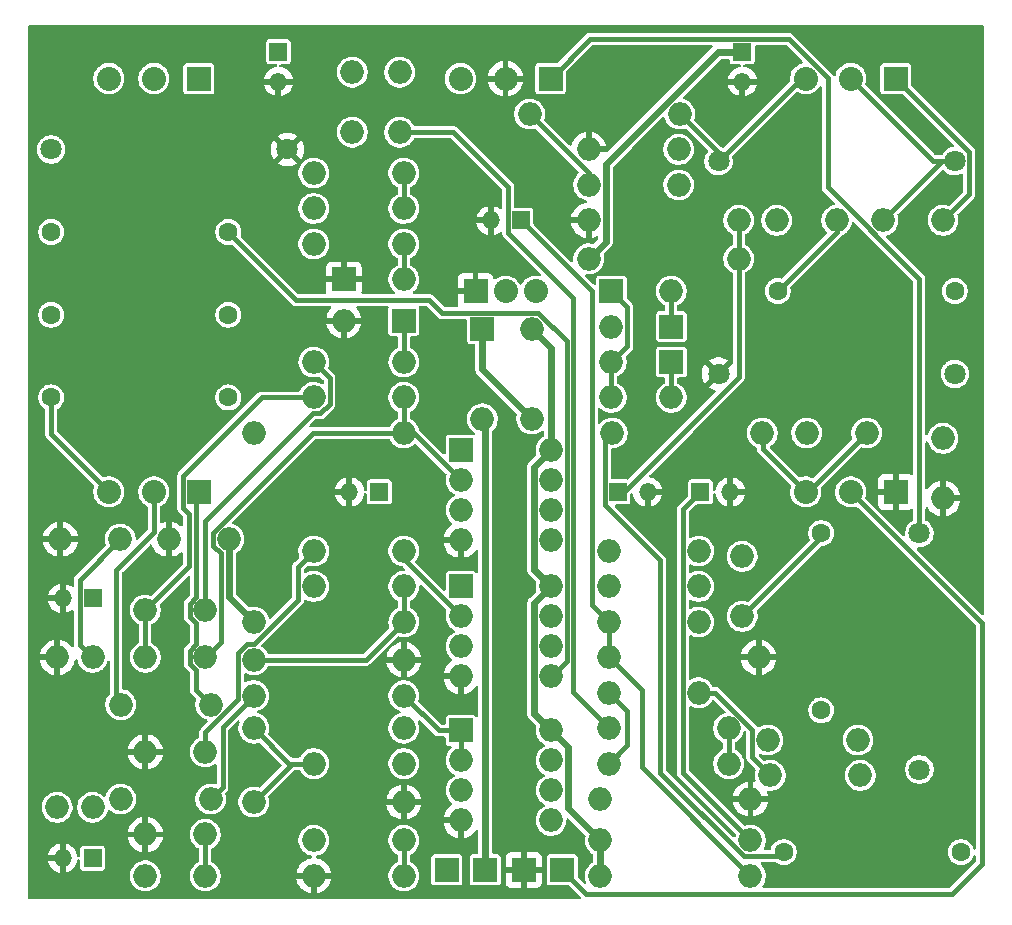
<source format=gbl>
G04 #@! TF.GenerationSoftware,KiCad,Pcbnew,9.0.2*
G04 #@! TF.CreationDate,2026-01-12T13:18:23-05:00*
G04 #@! TF.ProjectId,Pathogen_Pedal,50617468-6f67-4656-9e5f-506564616c2e,rev?*
G04 #@! TF.SameCoordinates,Original*
G04 #@! TF.FileFunction,Copper,L4,Bot*
G04 #@! TF.FilePolarity,Positive*
%FSLAX46Y46*%
G04 Gerber Fmt 4.6, Leading zero omitted, Abs format (unit mm)*
G04 Created by KiCad (PCBNEW 9.0.2) date 2026-01-12 13:18:23*
%MOMM*%
%LPD*%
G01*
G04 APERTURE LIST*
G04 #@! TA.AperFunction,ComponentPad*
%ADD10O,2.000000X2.000000*%
G04 #@! TD*
G04 #@! TA.AperFunction,ComponentPad*
%ADD11R,2.032000X2.032000*%
G04 #@! TD*
G04 #@! TA.AperFunction,ComponentPad*
%ADD12O,2.032000X2.032000*%
G04 #@! TD*
G04 #@! TA.AperFunction,ComponentPad*
%ADD13C,1.800000*%
G04 #@! TD*
G04 #@! TA.AperFunction,ComponentPad*
%ADD14R,1.508000X1.508000*%
G04 #@! TD*
G04 #@! TA.AperFunction,ComponentPad*
%ADD15O,1.508000X1.508000*%
G04 #@! TD*
G04 #@! TA.AperFunction,ComponentPad*
%ADD16R,2.000000X2.000000*%
G04 #@! TD*
G04 #@! TA.AperFunction,ComponentPad*
%ADD17C,1.600000*%
G04 #@! TD*
G04 #@! TA.AperFunction,Conductor*
%ADD18C,0.400000*%
G04 #@! TD*
G04 #@! TA.AperFunction,Conductor*
%ADD19C,0.600000*%
G04 #@! TD*
G04 APERTURE END LIST*
D10*
X113700000Y-129250000D03*
X101000000Y-129250000D03*
X101000000Y-126000000D03*
X113700000Y-126000000D03*
X102000000Y-181500000D03*
X114700000Y-181500000D03*
X102000000Y-178500000D03*
X114700000Y-178500000D03*
D11*
X89000000Y-181000000D03*
X92250000Y-181000000D03*
X95500000Y-181000000D03*
D10*
X85350000Y-141000000D03*
X77730000Y-141000000D03*
X77730000Y-138000000D03*
X85350000Y-138000000D03*
X85350000Y-154000000D03*
X77730000Y-154000000D03*
D12*
X60380000Y-149000000D03*
X64190000Y-149000000D03*
D11*
X68000000Y-149000000D03*
D10*
X70540000Y-153000000D03*
X65460000Y-153000000D03*
D13*
X132000000Y-121000000D03*
X112000000Y-121000000D03*
D14*
X74730000Y-111730000D03*
D15*
X74730000Y-114270000D03*
D10*
X96190000Y-135190000D03*
X96190000Y-142810000D03*
D15*
X114000000Y-114270000D03*
D14*
X114000000Y-111730000D03*
D10*
X97810000Y-145460000D03*
X97810000Y-148000000D03*
X97810000Y-150540000D03*
X97810000Y-153080000D03*
X90190000Y-153080000D03*
X90190000Y-150540000D03*
X90190000Y-148000000D03*
D16*
X90190000Y-145460000D03*
D10*
X92000000Y-142810000D03*
D16*
X92000000Y-135190000D03*
D10*
X97810000Y-157000000D03*
X97810000Y-159540000D03*
X97810000Y-162080000D03*
X97810000Y-164620000D03*
X90190000Y-164620000D03*
X90190000Y-162080000D03*
X90190000Y-159540000D03*
D16*
X90190000Y-157000000D03*
X108000000Y-135000000D03*
D10*
X102920000Y-135000000D03*
D11*
X98750000Y-181000000D03*
D10*
X85000000Y-118540000D03*
X85000000Y-113460000D03*
X102690000Y-154000000D03*
X110310000Y-154000000D03*
D17*
X55500000Y-134000000D03*
X70500000Y-134000000D03*
D14*
X103460000Y-149000000D03*
D15*
X106000000Y-149000000D03*
D14*
X83270000Y-149000000D03*
D15*
X80730000Y-149000000D03*
D10*
X124000000Y-173000000D03*
X116380000Y-173000000D03*
D17*
X70500000Y-141000000D03*
X55500000Y-141000000D03*
D13*
X112000000Y-139000000D03*
X132000000Y-139000000D03*
D10*
X112850000Y-172000000D03*
X102690000Y-172000000D03*
X124540000Y-144000000D03*
X119460000Y-144000000D03*
X77730000Y-157000000D03*
X85350000Y-157000000D03*
X63460000Y-171000000D03*
X68540000Y-171000000D03*
X77730000Y-122000000D03*
X85350000Y-122000000D03*
D16*
X108000000Y-138000000D03*
D10*
X102920000Y-138000000D03*
D16*
X85350000Y-134500000D03*
D10*
X80270000Y-134500000D03*
X102690000Y-157000000D03*
X110310000Y-157000000D03*
D17*
X117500000Y-179500000D03*
X132500000Y-179500000D03*
D10*
X102690000Y-166000000D03*
X110310000Y-166000000D03*
D16*
X102920000Y-132000000D03*
D10*
X108000000Y-132000000D03*
X56000000Y-163000000D03*
X56000000Y-175700000D03*
X77730000Y-178500000D03*
X85350000Y-178500000D03*
X59000000Y-175700000D03*
X59000000Y-163000000D03*
X102690000Y-160000000D03*
X110310000Y-160000000D03*
X77730000Y-181500000D03*
X85350000Y-181500000D03*
X85350000Y-166250000D03*
X72650000Y-166250000D03*
D17*
X55500000Y-127000000D03*
X70500000Y-127000000D03*
D10*
X108620000Y-120000000D03*
X101000000Y-120000000D03*
X69000000Y-175000000D03*
X61380000Y-175000000D03*
X115390000Y-163000000D03*
X102690000Y-163000000D03*
X77730000Y-128000000D03*
X85350000Y-128000000D03*
X108620000Y-123000000D03*
X101000000Y-123000000D03*
D13*
X55500000Y-120000000D03*
X75500000Y-120000000D03*
D17*
X120690000Y-167500000D03*
X120690000Y-152500000D03*
D10*
X77730000Y-172000000D03*
X85350000Y-172000000D03*
X131000000Y-149540000D03*
X131000000Y-144460000D03*
X102920000Y-141000000D03*
X108000000Y-141000000D03*
X56272800Y-153000000D03*
X61352800Y-153000000D03*
X96000000Y-117000000D03*
X108700000Y-117000000D03*
X85350000Y-144000000D03*
X72650000Y-144000000D03*
X68540000Y-159000000D03*
X63460000Y-159000000D03*
D16*
X80270000Y-131000000D03*
D10*
X85350000Y-131000000D03*
X85350000Y-160000000D03*
X72650000Y-160000000D03*
D11*
X127000000Y-114000000D03*
D12*
X123190000Y-114000000D03*
X119380000Y-114000000D03*
D10*
X114700000Y-175000000D03*
X102000000Y-175000000D03*
D17*
X117000000Y-132000000D03*
X132000000Y-132000000D03*
D14*
X59000000Y-180000000D03*
D15*
X56460000Y-180000000D03*
D14*
X95270000Y-126000000D03*
D15*
X92730000Y-126000000D03*
D11*
X97770000Y-114000000D03*
D12*
X93960000Y-114000000D03*
X90150000Y-114000000D03*
D10*
X68540000Y-181500000D03*
X63460000Y-181500000D03*
X103000000Y-144000000D03*
X115700000Y-144000000D03*
X85350000Y-163200000D03*
X72650000Y-163200000D03*
X116920000Y-126000000D03*
X122000000Y-126000000D03*
D11*
X127000000Y-149000000D03*
D12*
X123190000Y-149000000D03*
X119380000Y-149000000D03*
D10*
X123810000Y-170000000D03*
X116190000Y-170000000D03*
X81000000Y-113460000D03*
X81000000Y-118540000D03*
X114000000Y-159540000D03*
X114000000Y-154460000D03*
X85350000Y-175250000D03*
X72650000Y-175250000D03*
D13*
X129000000Y-172500000D03*
X129000000Y-152500000D03*
D16*
X90190000Y-169190000D03*
D10*
X90190000Y-171730000D03*
X90190000Y-174270000D03*
X90190000Y-176810000D03*
X97810000Y-176810000D03*
X97810000Y-174270000D03*
X97810000Y-171730000D03*
X97810000Y-169190000D03*
X102690000Y-169000000D03*
X112850000Y-169000000D03*
D11*
X68000000Y-114000000D03*
D12*
X64190000Y-114000000D03*
X60380000Y-114000000D03*
D10*
X61380000Y-167000000D03*
X69000000Y-167000000D03*
D14*
X110460000Y-149000000D03*
D15*
X113000000Y-149000000D03*
D10*
X63460000Y-163000000D03*
X68540000Y-163000000D03*
D14*
X59000000Y-158000000D03*
D15*
X56460000Y-158000000D03*
D11*
X91420000Y-132000000D03*
D12*
X93960000Y-132000000D03*
X96500000Y-132000000D03*
D10*
X125920000Y-126000000D03*
X131000000Y-126000000D03*
X68540000Y-178000000D03*
X63460000Y-178000000D03*
X77730000Y-125000000D03*
X85350000Y-125000000D03*
X72650000Y-169000000D03*
X85350000Y-169000000D03*
D18*
X102690000Y-169000000D02*
X99666000Y-165976000D01*
X99666000Y-165976000D02*
X99666000Y-132560000D01*
X99666000Y-132560000D02*
X94188000Y-127082000D01*
X94188000Y-127082000D02*
X94188000Y-123188000D01*
X94188000Y-123188000D02*
X89540000Y-118540000D01*
X89540000Y-118540000D02*
X85000000Y-118540000D01*
X102690000Y-172000000D02*
X104250000Y-170440000D01*
X104250000Y-170440000D02*
X104250000Y-167560000D01*
X104250000Y-167560000D02*
X102690000Y-166000000D01*
X102690000Y-163000000D02*
X105500000Y-165810000D01*
X105500000Y-165810000D02*
X105500000Y-172300000D01*
X105500000Y-172300000D02*
X114700000Y-181500000D01*
X95270000Y-126000000D02*
X101250000Y-131980000D01*
X101250000Y-131980000D02*
X101250000Y-158560000D01*
X101250000Y-158560000D02*
X102690000Y-160000000D01*
X134299000Y-160109000D02*
X134299000Y-180500000D01*
X131799000Y-183000000D02*
X100750000Y-183000000D01*
X123190000Y-149000000D02*
X134299000Y-160109000D01*
X134299000Y-180500000D02*
X131799000Y-183000000D01*
X100750000Y-183000000D02*
X98750000Y-181000000D01*
X108000000Y-135000000D02*
X108000000Y-132000000D01*
X85350000Y-131000000D02*
X85350000Y-128000000D01*
X85350000Y-138000000D02*
X85350000Y-134500000D01*
X85350000Y-141000000D02*
X85350000Y-144000000D01*
X113700000Y-129250000D02*
X113700000Y-139300000D01*
X113700000Y-126000000D02*
X113700000Y-129250000D01*
D19*
X101000000Y-129250000D02*
X102428000Y-127822000D01*
X102428000Y-121252503D02*
X111950503Y-111730000D01*
X102428000Y-127822000D02*
X102428000Y-121252503D01*
X111950503Y-111730000D02*
X114000000Y-111730000D01*
D18*
X76250000Y-132750000D02*
X87500000Y-132750000D01*
X99138000Y-163292000D02*
X97810000Y-164620000D01*
X87500000Y-132750000D02*
X88612000Y-133862000D01*
X70500000Y-127000000D02*
X76250000Y-132750000D01*
X88612000Y-133862000D02*
X96740076Y-133862000D01*
X96740076Y-133862000D02*
X99138000Y-136259924D01*
X99138000Y-136259924D02*
X99138000Y-163292000D01*
X129000000Y-152500000D02*
X129000000Y-130958076D01*
X129000000Y-130958076D02*
X121250000Y-123208076D01*
X121250000Y-113969296D02*
X117928704Y-110648000D01*
X121250000Y-123208076D02*
X121250000Y-113969296D01*
X117928704Y-110648000D02*
X101122000Y-110648000D01*
X101122000Y-110648000D02*
X97770000Y-114000000D01*
X117500000Y-179500000D02*
X117172000Y-179828000D01*
X117172000Y-179828000D02*
X114149924Y-179828000D01*
X114149924Y-179828000D02*
X107082000Y-172760076D01*
X107082000Y-172760076D02*
X107082000Y-154786000D01*
X107082000Y-154786000D02*
X102378000Y-150082000D01*
X102378000Y-144622000D02*
X103000000Y-144000000D01*
X102378000Y-150082000D02*
X102378000Y-144622000D01*
X110310000Y-166000000D02*
X111728076Y-166000000D01*
X114862000Y-171482000D02*
X116380000Y-173000000D01*
X111728076Y-166000000D02*
X114862000Y-169133924D01*
X114862000Y-169133924D02*
X114862000Y-171482000D01*
X114700000Y-178500000D02*
X108982000Y-172782000D01*
X108982000Y-172782000D02*
X108982000Y-150478000D01*
X108982000Y-150478000D02*
X110460000Y-149000000D01*
X108700000Y-117000000D02*
X112000000Y-120300000D01*
X112000000Y-120300000D02*
X112000000Y-121000000D01*
X112850000Y-172000000D02*
X112850000Y-169000000D01*
D19*
X97810000Y-169190000D02*
X99238000Y-170618000D01*
X99238000Y-170618000D02*
X99238000Y-175738000D01*
X99238000Y-175738000D02*
X102000000Y-178500000D01*
D18*
X102690000Y-160000000D02*
X102690000Y-163000000D01*
X115700000Y-144000000D02*
X115750000Y-144050000D01*
X115750000Y-144050000D02*
X115750000Y-145370000D01*
X115750000Y-145370000D02*
X119380000Y-149000000D01*
X124540000Y-144000000D02*
X119540000Y-149000000D01*
X119540000Y-149000000D02*
X119380000Y-149000000D01*
X113700000Y-139300000D02*
X104000000Y-149000000D01*
X104000000Y-149000000D02*
X103460000Y-149000000D01*
X112000000Y-121000000D02*
X119000000Y-114000000D01*
X119000000Y-114000000D02*
X119380000Y-114000000D01*
X132000000Y-121000000D02*
X130190000Y-121000000D01*
X130190000Y-121000000D02*
X123190000Y-114000000D01*
X125920000Y-126000000D02*
X130920000Y-121000000D01*
X130920000Y-121000000D02*
X132000000Y-121000000D01*
X131000000Y-126000000D02*
X133228000Y-123772000D01*
X133228000Y-123772000D02*
X133228000Y-120228000D01*
X133228000Y-120228000D02*
X127000000Y-114000000D01*
X96000000Y-117000000D02*
X101000000Y-122000000D01*
X101000000Y-122000000D02*
X101000000Y-123000000D01*
X85350000Y-125000000D02*
X85350000Y-122000000D01*
X59000000Y-163000000D02*
X57918000Y-161918000D01*
X57918000Y-161918000D02*
X57918000Y-156434800D01*
X57918000Y-156434800D02*
X61352800Y-153000000D01*
X61380000Y-167000000D02*
X61000000Y-166620000D01*
X61000000Y-166620000D02*
X61000000Y-155581924D01*
X61000000Y-155581924D02*
X64190000Y-152391924D01*
X64190000Y-152391924D02*
X64190000Y-149000000D01*
X68540000Y-163000000D02*
X69868000Y-161672000D01*
X69868000Y-161672000D02*
X69868000Y-154206076D01*
X77661924Y-144000000D02*
X85350000Y-144000000D01*
X69868000Y-154206076D02*
X69212000Y-153550076D01*
X69212000Y-153550076D02*
X69212000Y-152449924D01*
X69212000Y-152449924D02*
X77661924Y-144000000D01*
X77730000Y-138000000D02*
X79058000Y-139328000D01*
X79058000Y-141550076D02*
X78280076Y-142328000D01*
X78280076Y-142328000D02*
X77672000Y-142328000D01*
X77672000Y-142328000D02*
X68540000Y-151460000D01*
X79058000Y-139328000D02*
X79058000Y-141550076D01*
X68540000Y-151460000D02*
X68540000Y-159000000D01*
X60380000Y-149000000D02*
X55500000Y-144120000D01*
X55500000Y-144120000D02*
X55500000Y-141000000D01*
X63460000Y-159000000D02*
X67156000Y-155304000D01*
X67156000Y-155304000D02*
X67156000Y-150844000D01*
X66656000Y-150344000D02*
X66656000Y-147656000D01*
X67156000Y-150844000D02*
X66656000Y-150344000D01*
X66656000Y-147656000D02*
X73312000Y-141000000D01*
X73312000Y-141000000D02*
X77730000Y-141000000D01*
X67750000Y-165750000D02*
X67750000Y-164088076D01*
X67212000Y-163550076D02*
X67212000Y-162449924D01*
X67750000Y-160088076D02*
X67212000Y-159550076D01*
X67212000Y-162449924D02*
X67750000Y-161911924D01*
X67750000Y-164088076D02*
X67212000Y-163550076D01*
X69000000Y-167000000D02*
X67750000Y-165750000D01*
X67212000Y-158449924D02*
X67750000Y-157911924D01*
X67750000Y-161911924D02*
X67750000Y-160088076D01*
X67212000Y-159550076D02*
X67212000Y-158449924D01*
X67750000Y-157911924D02*
X67750000Y-149250000D01*
X67750000Y-149250000D02*
X68000000Y-149000000D01*
X68540000Y-171000000D02*
X68540000Y-169338076D01*
X68540000Y-169338076D02*
X71322000Y-166556076D01*
X71322000Y-166556076D02*
X71322000Y-162649924D01*
X76402000Y-155328000D02*
X77730000Y-154000000D01*
X71322000Y-162649924D02*
X72099924Y-161872000D01*
X72099924Y-161872000D02*
X72656076Y-161872000D01*
X72656076Y-161872000D02*
X76402000Y-158126076D01*
X76402000Y-158126076D02*
X76402000Y-155328000D01*
X85350000Y-160000000D02*
X82150000Y-163200000D01*
X82150000Y-163200000D02*
X72650000Y-163200000D01*
X85350000Y-160000000D02*
X85350000Y-157000000D01*
X63460000Y-163000000D02*
X63460000Y-159000000D01*
X90190000Y-148000000D02*
X86190000Y-144000000D01*
X86190000Y-144000000D02*
X85350000Y-144000000D01*
X90190000Y-159540000D02*
X85350000Y-154700000D01*
X85350000Y-154700000D02*
X85350000Y-154000000D01*
X69000000Y-175000000D02*
X70000000Y-174000000D01*
X70000000Y-174000000D02*
X70000000Y-168900000D01*
X70000000Y-168900000D02*
X72650000Y-166250000D01*
X77730000Y-172000000D02*
X75650000Y-172000000D01*
X75650000Y-172000000D02*
X72650000Y-169000000D01*
X72650000Y-175250000D02*
X75900000Y-172000000D01*
X75900000Y-172000000D02*
X77730000Y-172000000D01*
X68540000Y-178000000D02*
X68540000Y-181500000D01*
X85350000Y-181500000D02*
X85350000Y-178500000D01*
X108000000Y-138000000D02*
X108000000Y-141000000D01*
X102920000Y-138000000D02*
X102920000Y-141000000D01*
X102920000Y-132000000D02*
X104248000Y-133328000D01*
X104248000Y-133328000D02*
X104248000Y-136672000D01*
X104248000Y-136672000D02*
X102920000Y-138000000D01*
X117000000Y-132000000D02*
X122000000Y-127000000D01*
X122000000Y-127000000D02*
X122000000Y-126000000D01*
X114000000Y-159540000D02*
X120690000Y-152850000D01*
X120690000Y-152850000D02*
X120690000Y-152500000D01*
X90190000Y-171730000D02*
X90190000Y-169190000D01*
X90190000Y-169190000D02*
X88290000Y-169190000D01*
X88290000Y-169190000D02*
X85350000Y-166250000D01*
D19*
X72650000Y-160000000D02*
X70540000Y-157890000D01*
X70540000Y-157890000D02*
X70540000Y-153000000D01*
X102000000Y-181500000D02*
X102000000Y-178500000D01*
X97810000Y-157000000D02*
X96382000Y-158428000D01*
X96382000Y-158428000D02*
X96382000Y-167762000D01*
X96382000Y-167762000D02*
X97810000Y-169190000D01*
X97810000Y-145460000D02*
X96382000Y-146888000D01*
X96382000Y-146888000D02*
X96382000Y-155572000D01*
X96382000Y-155572000D02*
X97810000Y-157000000D01*
X96190000Y-135190000D02*
X97810000Y-136810000D01*
X97810000Y-136810000D02*
X97810000Y-145460000D01*
X92000000Y-135190000D02*
X92000000Y-138620000D01*
X92000000Y-138620000D02*
X96190000Y-142810000D01*
X92250000Y-181000000D02*
X92250000Y-143060000D01*
X92250000Y-143060000D02*
X92000000Y-142810000D01*
G04 #@! TA.AperFunction,Conductor*
G36*
X84084047Y-144504787D02*
G01*
X84099252Y-144504136D01*
X84116890Y-144514431D01*
X84136484Y-144520185D01*
X84147380Y-144532229D01*
X84159594Y-144539358D01*
X84179930Y-144568205D01*
X84237715Y-144681613D01*
X84358028Y-144847213D01*
X84502786Y-144991971D01*
X84656059Y-145103328D01*
X84668390Y-145112287D01*
X84784607Y-145171503D01*
X84850776Y-145205218D01*
X84850778Y-145205218D01*
X84850781Y-145205220D01*
X84955137Y-145239127D01*
X85045465Y-145268477D01*
X85146557Y-145284488D01*
X85247648Y-145300500D01*
X85247649Y-145300500D01*
X85452351Y-145300500D01*
X85452352Y-145300500D01*
X85654534Y-145268477D01*
X85849219Y-145205220D01*
X86031610Y-145112287D01*
X86124590Y-145044732D01*
X86197213Y-144991971D01*
X86197215Y-144991968D01*
X86197219Y-144991966D01*
X86248004Y-144941180D01*
X86309326Y-144907695D01*
X86379017Y-144912679D01*
X86423366Y-144941180D01*
X88930603Y-147448416D01*
X88964088Y-147509739D01*
X88960853Y-147574414D01*
X88921523Y-147695462D01*
X88889500Y-147897648D01*
X88889500Y-148102351D01*
X88921522Y-148304534D01*
X88984781Y-148499223D01*
X89077715Y-148681613D01*
X89198028Y-148847213D01*
X89342786Y-148991971D01*
X89477563Y-149089890D01*
X89508390Y-149112287D01*
X89573749Y-149145589D01*
X89601080Y-149159515D01*
X89651876Y-149207490D01*
X89668671Y-149275311D01*
X89646134Y-149341446D01*
X89601080Y-149380485D01*
X89508386Y-149427715D01*
X89342786Y-149548028D01*
X89198028Y-149692786D01*
X89077715Y-149858386D01*
X88984781Y-150040776D01*
X88921522Y-150235465D01*
X88893896Y-150409891D01*
X88889500Y-150437648D01*
X88889500Y-150642352D01*
X88890920Y-150651316D01*
X88921522Y-150844534D01*
X88984781Y-151039223D01*
X89077715Y-151221613D01*
X89198028Y-151387213D01*
X89198034Y-151387219D01*
X89342781Y-151531966D01*
X89418727Y-151587144D01*
X89461393Y-151642473D01*
X89467372Y-151712086D01*
X89434767Y-151773882D01*
X89407600Y-151793918D01*
X89407981Y-151794540D01*
X89403835Y-151797080D01*
X89212813Y-151935866D01*
X89045866Y-152102813D01*
X88907085Y-152293828D01*
X88799897Y-152504197D01*
X88726934Y-152728752D01*
X88710898Y-152830000D01*
X89756988Y-152830000D01*
X89724075Y-152887007D01*
X89690000Y-153014174D01*
X89690000Y-153145826D01*
X89724075Y-153272993D01*
X89756988Y-153330000D01*
X88710898Y-153330000D01*
X88726934Y-153431247D01*
X88799897Y-153655802D01*
X88907085Y-153866171D01*
X89045866Y-154057186D01*
X89212813Y-154224133D01*
X89403828Y-154362914D01*
X89614195Y-154470102D01*
X89838744Y-154543063D01*
X89838750Y-154543065D01*
X89940000Y-154559101D01*
X89940000Y-153513012D01*
X89997007Y-153545925D01*
X90124174Y-153580000D01*
X90255826Y-153580000D01*
X90382993Y-153545925D01*
X90440000Y-153513012D01*
X90440000Y-154559100D01*
X90541249Y-154543065D01*
X90541255Y-154543063D01*
X90765804Y-154470102D01*
X90976171Y-154362914D01*
X91167186Y-154224133D01*
X91334133Y-154057186D01*
X91334138Y-154057180D01*
X91425182Y-153931870D01*
X91480512Y-153889204D01*
X91550125Y-153883225D01*
X91611920Y-153915831D01*
X91646277Y-153976669D01*
X91649500Y-154004755D01*
X91649500Y-155735167D01*
X91629815Y-155802206D01*
X91577011Y-155847961D01*
X91507853Y-155857905D01*
X91444297Y-155828880D01*
X91437819Y-155822848D01*
X91362765Y-155747794D01*
X91259992Y-155702415D01*
X91234865Y-155699500D01*
X89145143Y-155699500D01*
X89145117Y-155699502D01*
X89120012Y-155702413D01*
X89120008Y-155702415D01*
X89017235Y-155747793D01*
X88937794Y-155827234D01*
X88892415Y-155930006D01*
X88892415Y-155930008D01*
X88889500Y-155955131D01*
X88889500Y-157232324D01*
X88869815Y-157299363D01*
X88817011Y-157345118D01*
X88747853Y-157355062D01*
X88684297Y-157326037D01*
X88677819Y-157320005D01*
X86359230Y-155001416D01*
X86325745Y-154940093D01*
X86330729Y-154870401D01*
X86346593Y-154840850D01*
X86462287Y-154681610D01*
X86555220Y-154499219D01*
X86618477Y-154304534D01*
X86650500Y-154102352D01*
X86650500Y-153897648D01*
X86642512Y-153847213D01*
X86618477Y-153695465D01*
X86563661Y-153526760D01*
X86555220Y-153500781D01*
X86555218Y-153500778D01*
X86555218Y-153500776D01*
X86478002Y-153349232D01*
X86478001Y-153349230D01*
X86462286Y-153318388D01*
X86341971Y-153152786D01*
X86197213Y-153008028D01*
X86031613Y-152887715D01*
X86031612Y-152887714D01*
X86031610Y-152887713D01*
X85956976Y-152849685D01*
X85849223Y-152794781D01*
X85654534Y-152731522D01*
X85470377Y-152702355D01*
X85452352Y-152699500D01*
X85247648Y-152699500D01*
X85229623Y-152702355D01*
X85045465Y-152731522D01*
X84850776Y-152794781D01*
X84668386Y-152887715D01*
X84502786Y-153008028D01*
X84358028Y-153152786D01*
X84237715Y-153318386D01*
X84144781Y-153500776D01*
X84081522Y-153695465D01*
X84049500Y-153897648D01*
X84049500Y-154102351D01*
X84081522Y-154304534D01*
X84144781Y-154499223D01*
X84237715Y-154681613D01*
X84358028Y-154847213D01*
X84502786Y-154991971D01*
X84646917Y-155096686D01*
X84668390Y-155112287D01*
X84778288Y-155168283D01*
X84850776Y-155205218D01*
X84850778Y-155205218D01*
X84850781Y-155205220D01*
X85045466Y-155268477D01*
X85201958Y-155293263D01*
X85221189Y-155302379D01*
X85241987Y-155306904D01*
X85261417Y-155321449D01*
X85265093Y-155323192D01*
X85270241Y-155328055D01*
X85430005Y-155487819D01*
X85463490Y-155549142D01*
X85458506Y-155618834D01*
X85416634Y-155674767D01*
X85351170Y-155699184D01*
X85342324Y-155699500D01*
X85247648Y-155699500D01*
X85229244Y-155702415D01*
X85045465Y-155731522D01*
X84850776Y-155794781D01*
X84668386Y-155887715D01*
X84502786Y-156008028D01*
X84358028Y-156152786D01*
X84237715Y-156318386D01*
X84144781Y-156500776D01*
X84081522Y-156695465D01*
X84049500Y-156897648D01*
X84049500Y-157102351D01*
X84081522Y-157304534D01*
X84144781Y-157499223D01*
X84190985Y-157589902D01*
X84235661Y-157677583D01*
X84237715Y-157681613D01*
X84358028Y-157847213D01*
X84502786Y-157991971D01*
X84668388Y-158112286D01*
X84668390Y-158112287D01*
X84739758Y-158148651D01*
X84781794Y-158170069D01*
X84832591Y-158218043D01*
X84849500Y-158280554D01*
X84849500Y-158719444D01*
X84829815Y-158786483D01*
X84781796Y-158829928D01*
X84668388Y-158887713D01*
X84502786Y-159008028D01*
X84358028Y-159152786D01*
X84237715Y-159318386D01*
X84144781Y-159500776D01*
X84081522Y-159695465D01*
X84055876Y-159857390D01*
X84049500Y-159897648D01*
X84049500Y-160102352D01*
X84065014Y-160200303D01*
X84081523Y-160304535D01*
X84081523Y-160304538D01*
X84120853Y-160425582D01*
X84122848Y-160495423D01*
X84090603Y-160551581D01*
X81979005Y-162663181D01*
X81917682Y-162696666D01*
X81891324Y-162699500D01*
X73930555Y-162699500D01*
X73863516Y-162679815D01*
X73820070Y-162631795D01*
X73793281Y-162579219D01*
X73762287Y-162518390D01*
X73741120Y-162489256D01*
X73641971Y-162352786D01*
X73497217Y-162208032D01*
X73497212Y-162208028D01*
X73342824Y-162095859D01*
X73300158Y-162040529D01*
X73294179Y-161970916D01*
X73326784Y-161909121D01*
X73327952Y-161907936D01*
X76802500Y-158433390D01*
X76834297Y-158378316D01*
X76868392Y-158319262D01*
X76900793Y-158198335D01*
X76903003Y-158192507D01*
X76920476Y-158169421D01*
X76935543Y-158144703D01*
X76941303Y-158141904D01*
X76945170Y-158136796D01*
X76972350Y-158126822D01*
X76998389Y-158114173D01*
X77004749Y-158114933D01*
X77010763Y-158112727D01*
X77039017Y-158119030D01*
X77067765Y-158122467D01*
X77075248Y-158125972D01*
X77230771Y-158205216D01*
X77230776Y-158205217D01*
X77230781Y-158205220D01*
X77338888Y-158240346D01*
X77425465Y-158268477D01*
X77444697Y-158271523D01*
X77627648Y-158300500D01*
X77627649Y-158300500D01*
X77832351Y-158300500D01*
X77832352Y-158300500D01*
X78034534Y-158268477D01*
X78229219Y-158205220D01*
X78411610Y-158112287D01*
X78504590Y-158044732D01*
X78577213Y-157991971D01*
X78577215Y-157991968D01*
X78577219Y-157991966D01*
X78721966Y-157847219D01*
X78721968Y-157847215D01*
X78721971Y-157847213D01*
X78792599Y-157750000D01*
X78842287Y-157681610D01*
X78935220Y-157499219D01*
X78998477Y-157304534D01*
X79030500Y-157102352D01*
X79030500Y-156897648D01*
X78998477Y-156695466D01*
X78935220Y-156500781D01*
X78935218Y-156500778D01*
X78935218Y-156500776D01*
X78868027Y-156368908D01*
X78842287Y-156318390D01*
X78834556Y-156307749D01*
X78721971Y-156152786D01*
X78577213Y-156008028D01*
X78411613Y-155887715D01*
X78411612Y-155887714D01*
X78411610Y-155887713D01*
X78345256Y-155853904D01*
X78229223Y-155794781D01*
X78034534Y-155731522D01*
X77850756Y-155702415D01*
X77832352Y-155699500D01*
X77627648Y-155699500D01*
X77609244Y-155702415D01*
X77425465Y-155731522D01*
X77273759Y-155780815D01*
X77230781Y-155794780D01*
X77230778Y-155794781D01*
X77230776Y-155794782D01*
X77082795Y-155870182D01*
X77080089Y-155870690D01*
X77078011Y-155872491D01*
X77045959Y-155877099D01*
X77014125Y-155883078D01*
X77011576Y-155882043D01*
X77008853Y-155882435D01*
X76979387Y-155868978D01*
X76949385Y-155856801D01*
X76947800Y-155854553D01*
X76945297Y-155853410D01*
X76927785Y-155826161D01*
X76909128Y-155799695D01*
X76908555Y-155796238D01*
X76907523Y-155794632D01*
X76902500Y-155759697D01*
X76902500Y-155586675D01*
X76922185Y-155519636D01*
X76938815Y-155498998D01*
X77178419Y-155259393D01*
X77239740Y-155225910D01*
X77304415Y-155229144D01*
X77425466Y-155268477D01*
X77627648Y-155300500D01*
X77627649Y-155300500D01*
X77832351Y-155300500D01*
X77832352Y-155300500D01*
X78034534Y-155268477D01*
X78229219Y-155205220D01*
X78411610Y-155112287D01*
X78537689Y-155020686D01*
X78577213Y-154991971D01*
X78577215Y-154991968D01*
X78577219Y-154991966D01*
X78721966Y-154847219D01*
X78721968Y-154847215D01*
X78721971Y-154847213D01*
X78814315Y-154720110D01*
X78842287Y-154681610D01*
X78935220Y-154499219D01*
X78998477Y-154304534D01*
X79030500Y-154102352D01*
X79030500Y-153897648D01*
X79022512Y-153847213D01*
X78998477Y-153695465D01*
X78943661Y-153526760D01*
X78935220Y-153500781D01*
X78935218Y-153500778D01*
X78935218Y-153500776D01*
X78877249Y-153387007D01*
X78842287Y-153318390D01*
X78815902Y-153282074D01*
X78721971Y-153152786D01*
X78577213Y-153008028D01*
X78411613Y-152887715D01*
X78411612Y-152887714D01*
X78411610Y-152887713D01*
X78336976Y-152849685D01*
X78229223Y-152794781D01*
X78034534Y-152731522D01*
X77850377Y-152702355D01*
X77832352Y-152699500D01*
X77627648Y-152699500D01*
X77609623Y-152702355D01*
X77425465Y-152731522D01*
X77230776Y-152794781D01*
X77048386Y-152887715D01*
X76882786Y-153008028D01*
X76738028Y-153152786D01*
X76617715Y-153318386D01*
X76524781Y-153500776D01*
X76461522Y-153695465D01*
X76431784Y-153883225D01*
X76429500Y-153897648D01*
X76429500Y-154102352D01*
X76443745Y-154192287D01*
X76461523Y-154304535D01*
X76461523Y-154304538D01*
X76500853Y-154425582D01*
X76502848Y-154495423D01*
X76470603Y-154551581D01*
X76094686Y-154927500D01*
X76001502Y-155020683D01*
X76001500Y-155020686D01*
X75935608Y-155134812D01*
X75901500Y-155262108D01*
X75901500Y-157867399D01*
X75881815Y-157934438D01*
X75865181Y-157955080D01*
X74112156Y-159708104D01*
X74050833Y-159741589D01*
X73981141Y-159736605D01*
X73925208Y-159694733D01*
X73906544Y-159658741D01*
X73901219Y-159642352D01*
X73855220Y-159500781D01*
X73762287Y-159318390D01*
X73752220Y-159304534D01*
X73641971Y-159152786D01*
X73497213Y-159008028D01*
X73331613Y-158887715D01*
X73331612Y-158887714D01*
X73331610Y-158887713D01*
X73270942Y-158856801D01*
X73149223Y-158794781D01*
X72954534Y-158731522D01*
X72779995Y-158703878D01*
X72752352Y-158699500D01*
X72547648Y-158699500D01*
X72507211Y-158705904D01*
X72345462Y-158731523D01*
X72345460Y-158731523D01*
X72331149Y-158736173D01*
X72261308Y-158738164D01*
X72205157Y-158705921D01*
X71176819Y-157677583D01*
X71143334Y-157616260D01*
X71140500Y-157589902D01*
X71140500Y-154229601D01*
X71160185Y-154162562D01*
X71208206Y-154119116D01*
X71221610Y-154112287D01*
X71387219Y-153991966D01*
X71531966Y-153847219D01*
X71531968Y-153847215D01*
X71531971Y-153847213D01*
X71584732Y-153774590D01*
X71652287Y-153681610D01*
X71745220Y-153499219D01*
X71808477Y-153304534D01*
X71840500Y-153102352D01*
X71840500Y-152897648D01*
X71818334Y-152757697D01*
X71808477Y-152695465D01*
X71773108Y-152586611D01*
X71745220Y-152500781D01*
X71745218Y-152500778D01*
X71745218Y-152500776D01*
X71700691Y-152413389D01*
X71652287Y-152318390D01*
X71622929Y-152277982D01*
X71531971Y-152152786D01*
X71387213Y-152008028D01*
X71221613Y-151887715D01*
X71221612Y-151887714D01*
X71221610Y-151887713D01*
X71039219Y-151794780D01*
X70881255Y-151743454D01*
X70823580Y-151704018D01*
X70796382Y-151639659D01*
X70808297Y-151570813D01*
X70831890Y-151537846D01*
X73619737Y-148750000D01*
X79499964Y-148750000D01*
X80296988Y-148750000D01*
X80264075Y-148807007D01*
X80230000Y-148934174D01*
X80230000Y-149065826D01*
X80264075Y-149192993D01*
X80296988Y-149250000D01*
X79499964Y-149250000D01*
X79506876Y-149293642D01*
X79506876Y-149293643D01*
X79567873Y-149481371D01*
X79657485Y-149657242D01*
X79773496Y-149816919D01*
X79773500Y-149816924D01*
X79913075Y-149956499D01*
X79913080Y-149956503D01*
X80072757Y-150072514D01*
X80248626Y-150162126D01*
X80436355Y-150223123D01*
X80479999Y-150230034D01*
X80480000Y-150230034D01*
X80480000Y-149433012D01*
X80537007Y-149465925D01*
X80664174Y-149500000D01*
X80795826Y-149500000D01*
X80922993Y-149465925D01*
X80980000Y-149433012D01*
X80980000Y-150230034D01*
X81023644Y-150223123D01*
X81211373Y-150162126D01*
X81387242Y-150072514D01*
X81546919Y-149956503D01*
X81546924Y-149956499D01*
X81686499Y-149816924D01*
X81686503Y-149816919D01*
X81802514Y-149657242D01*
X81892126Y-149481373D01*
X81953123Y-149293646D01*
X81969027Y-149193230D01*
X81998956Y-149130095D01*
X82058267Y-149093163D01*
X82128130Y-149094161D01*
X82186362Y-149132770D01*
X82214477Y-149196734D01*
X82215500Y-149212627D01*
X82215500Y-149798856D01*
X82215502Y-149798882D01*
X82218413Y-149823987D01*
X82218415Y-149823991D01*
X82263793Y-149926764D01*
X82263794Y-149926765D01*
X82343235Y-150006206D01*
X82446009Y-150051585D01*
X82471135Y-150054500D01*
X84068864Y-150054499D01*
X84068879Y-150054497D01*
X84068882Y-150054497D01*
X84093987Y-150051586D01*
X84093988Y-150051585D01*
X84093991Y-150051585D01*
X84196765Y-150006206D01*
X84276206Y-149926765D01*
X84321585Y-149823991D01*
X84324500Y-149798865D01*
X84324499Y-148201136D01*
X84324497Y-148201117D01*
X84321586Y-148176012D01*
X84321585Y-148176010D01*
X84321585Y-148176009D01*
X84276206Y-148073235D01*
X84196765Y-147993794D01*
X84196763Y-147993793D01*
X84093992Y-147948415D01*
X84068865Y-147945500D01*
X82471143Y-147945500D01*
X82471117Y-147945502D01*
X82446012Y-147948413D01*
X82446008Y-147948415D01*
X82343235Y-147993793D01*
X82263794Y-148073234D01*
X82218415Y-148176006D01*
X82218415Y-148176008D01*
X82215500Y-148201131D01*
X82215500Y-148787371D01*
X82195815Y-148854410D01*
X82143011Y-148900165D01*
X82073853Y-148910109D01*
X82010297Y-148881084D01*
X81972523Y-148822306D01*
X81969027Y-148806769D01*
X81953122Y-148706353D01*
X81892126Y-148518626D01*
X81802514Y-148342757D01*
X81686503Y-148183080D01*
X81686499Y-148183075D01*
X81546924Y-148043500D01*
X81546919Y-148043496D01*
X81387242Y-147927485D01*
X81211371Y-147837873D01*
X81023642Y-147776876D01*
X80980000Y-147769963D01*
X80980000Y-148566988D01*
X80922993Y-148534075D01*
X80795826Y-148500000D01*
X80664174Y-148500000D01*
X80537007Y-148534075D01*
X80480000Y-148566988D01*
X80480000Y-147769963D01*
X80436357Y-147776876D01*
X80436356Y-147776876D01*
X80248628Y-147837873D01*
X80072757Y-147927485D01*
X79913080Y-148043496D01*
X79913075Y-148043500D01*
X79773500Y-148183075D01*
X79773496Y-148183080D01*
X79657485Y-148342757D01*
X79567873Y-148518628D01*
X79506876Y-148706356D01*
X79506876Y-148706357D01*
X79499964Y-148750000D01*
X73619737Y-148750000D01*
X77832919Y-144536819D01*
X77894242Y-144503334D01*
X77920600Y-144500500D01*
X84069445Y-144500500D01*
X84084047Y-144504787D01*
G37*
G04 #@! TD.AperFunction*
G04 #@! TA.AperFunction,Conductor*
G36*
X134442539Y-109520185D02*
G01*
X134488294Y-109572989D01*
X134499500Y-109624500D01*
X134499500Y-159302324D01*
X134479815Y-159369363D01*
X134427011Y-159415118D01*
X134357853Y-159425062D01*
X134294297Y-159396037D01*
X134287819Y-159390005D01*
X128809741Y-153911927D01*
X128776256Y-153850604D01*
X128781240Y-153780912D01*
X128823112Y-153724979D01*
X128888576Y-153700562D01*
X128900647Y-153700605D01*
X128900647Y-153700500D01*
X129094486Y-153700500D01*
X129281118Y-153670940D01*
X129460832Y-153612547D01*
X129629199Y-153526760D01*
X129782073Y-153415690D01*
X129915690Y-153282073D01*
X130026760Y-153129199D01*
X130112547Y-152960832D01*
X130170940Y-152781118D01*
X130174649Y-152757701D01*
X130200500Y-152594486D01*
X130200500Y-152405513D01*
X130170940Y-152218881D01*
X130112545Y-152039163D01*
X130059912Y-151935866D01*
X130026760Y-151870801D01*
X129915690Y-151717927D01*
X129782073Y-151584310D01*
X129629199Y-151473240D01*
X129629198Y-151473239D01*
X129629196Y-151473238D01*
X129568204Y-151442160D01*
X129517408Y-151394185D01*
X129500500Y-151331676D01*
X129500500Y-150409700D01*
X129520185Y-150342661D01*
X129572989Y-150296906D01*
X129642147Y-150286962D01*
X129705703Y-150315987D01*
X129724818Y-150336815D01*
X129855861Y-150517180D01*
X129855866Y-150517186D01*
X130022813Y-150684133D01*
X130213828Y-150822914D01*
X130424195Y-150930102D01*
X130648744Y-151003063D01*
X130648750Y-151003065D01*
X130750000Y-151019101D01*
X130750000Y-149973012D01*
X130807007Y-150005925D01*
X130934174Y-150040000D01*
X131065826Y-150040000D01*
X131192993Y-150005925D01*
X131250000Y-149973012D01*
X131250000Y-151019100D01*
X131351249Y-151003065D01*
X131351255Y-151003063D01*
X131575804Y-150930102D01*
X131786171Y-150822914D01*
X131977186Y-150684133D01*
X132144133Y-150517186D01*
X132282914Y-150326171D01*
X132390102Y-150115802D01*
X132463065Y-149891247D01*
X132479102Y-149790000D01*
X131433012Y-149790000D01*
X131465925Y-149732993D01*
X131500000Y-149605826D01*
X131500000Y-149474174D01*
X131465925Y-149347007D01*
X131433012Y-149290000D01*
X132479102Y-149290000D01*
X132463065Y-149188752D01*
X132390102Y-148964197D01*
X132282914Y-148753828D01*
X132144133Y-148562813D01*
X131977186Y-148395866D01*
X131786171Y-148257085D01*
X131575802Y-148149897D01*
X131351247Y-148076934D01*
X131250000Y-148060897D01*
X131250000Y-149106988D01*
X131192993Y-149074075D01*
X131065826Y-149040000D01*
X130934174Y-149040000D01*
X130807007Y-149074075D01*
X130750000Y-149106988D01*
X130750000Y-148060897D01*
X130648752Y-148076934D01*
X130424197Y-148149897D01*
X130213828Y-148257085D01*
X130022813Y-148395866D01*
X129855866Y-148562813D01*
X129855866Y-148562814D01*
X129724818Y-148743185D01*
X129669488Y-148785850D01*
X129599874Y-148791829D01*
X129538079Y-148759223D01*
X129503722Y-148698384D01*
X129500500Y-148670299D01*
X129500500Y-144836424D01*
X129520185Y-144769385D01*
X129572989Y-144723630D01*
X129642147Y-144713686D01*
X129705703Y-144742711D01*
X129742431Y-144798106D01*
X129794780Y-144959219D01*
X129872772Y-145112287D01*
X129887715Y-145141613D01*
X130008028Y-145307213D01*
X130152786Y-145451971D01*
X130305863Y-145563186D01*
X130318390Y-145572287D01*
X130434607Y-145631503D01*
X130500776Y-145665218D01*
X130500778Y-145665218D01*
X130500781Y-145665220D01*
X130538009Y-145677316D01*
X130695465Y-145728477D01*
X130796557Y-145744488D01*
X130897648Y-145760500D01*
X130897649Y-145760500D01*
X131102351Y-145760500D01*
X131102352Y-145760500D01*
X131304534Y-145728477D01*
X131499219Y-145665220D01*
X131681610Y-145572287D01*
X131774590Y-145504732D01*
X131847213Y-145451971D01*
X131847215Y-145451968D01*
X131847219Y-145451966D01*
X131991966Y-145307219D01*
X131991968Y-145307215D01*
X131991971Y-145307213D01*
X132066073Y-145205218D01*
X132112287Y-145141610D01*
X132205220Y-144959219D01*
X132268477Y-144764534D01*
X132300500Y-144562352D01*
X132300500Y-144357648D01*
X132290963Y-144297436D01*
X132268477Y-144155465D01*
X132222908Y-144015220D01*
X132205220Y-143960781D01*
X132205218Y-143960778D01*
X132205218Y-143960776D01*
X132148014Y-143848509D01*
X132112287Y-143778390D01*
X132073791Y-143725404D01*
X131991971Y-143612786D01*
X131847213Y-143468028D01*
X131681613Y-143347715D01*
X131681612Y-143347714D01*
X131681610Y-143347713D01*
X131615806Y-143314184D01*
X131499223Y-143254781D01*
X131304534Y-143191522D01*
X131129995Y-143163878D01*
X131102352Y-143159500D01*
X130897648Y-143159500D01*
X130873329Y-143163351D01*
X130695465Y-143191522D01*
X130500776Y-143254781D01*
X130318386Y-143347715D01*
X130152786Y-143468028D01*
X130008028Y-143612786D01*
X129887715Y-143778386D01*
X129794781Y-143960776D01*
X129742431Y-144121894D01*
X129702993Y-144179569D01*
X129638634Y-144206767D01*
X129569788Y-144194852D01*
X129518312Y-144147608D01*
X129500500Y-144083575D01*
X129500500Y-138905513D01*
X130799500Y-138905513D01*
X130799500Y-139094486D01*
X130829059Y-139281118D01*
X130887454Y-139460836D01*
X130962089Y-139607314D01*
X130973240Y-139629199D01*
X131084310Y-139782073D01*
X131217927Y-139915690D01*
X131370801Y-140026760D01*
X131450347Y-140067290D01*
X131539163Y-140112545D01*
X131539165Y-140112545D01*
X131539168Y-140112547D01*
X131635497Y-140143846D01*
X131718881Y-140170940D01*
X131905514Y-140200500D01*
X131905519Y-140200500D01*
X132094486Y-140200500D01*
X132281118Y-140170940D01*
X132312984Y-140160586D01*
X132460832Y-140112547D01*
X132629199Y-140026760D01*
X132782073Y-139915690D01*
X132915690Y-139782073D01*
X133026760Y-139629199D01*
X133112547Y-139460832D01*
X133170940Y-139281118D01*
X133182961Y-139205220D01*
X133200500Y-139094486D01*
X133200500Y-138905513D01*
X133170940Y-138718881D01*
X133116580Y-138551581D01*
X133112547Y-138539168D01*
X133112545Y-138539165D01*
X133112545Y-138539163D01*
X133026759Y-138370800D01*
X132915690Y-138217927D01*
X132782073Y-138084310D01*
X132629199Y-137973240D01*
X132460836Y-137887454D01*
X132281118Y-137829059D01*
X132094486Y-137799500D01*
X132094481Y-137799500D01*
X131905519Y-137799500D01*
X131905514Y-137799500D01*
X131718881Y-137829059D01*
X131539163Y-137887454D01*
X131370800Y-137973240D01*
X131283579Y-138036610D01*
X131217927Y-138084310D01*
X131217925Y-138084312D01*
X131217924Y-138084312D01*
X131084312Y-138217924D01*
X131084312Y-138217925D01*
X131084310Y-138217927D01*
X131036610Y-138283579D01*
X130973240Y-138370800D01*
X130887454Y-138539163D01*
X130829059Y-138718881D01*
X130799500Y-138905513D01*
X129500500Y-138905513D01*
X129500500Y-131913389D01*
X130899500Y-131913389D01*
X130899500Y-132086610D01*
X130925803Y-132252686D01*
X130926598Y-132257701D01*
X130980127Y-132422445D01*
X131058768Y-132576788D01*
X131160586Y-132716928D01*
X131283072Y-132839414D01*
X131423212Y-132941232D01*
X131577555Y-133019873D01*
X131742299Y-133073402D01*
X131913389Y-133100500D01*
X131913390Y-133100500D01*
X132086610Y-133100500D01*
X132086611Y-133100500D01*
X132257701Y-133073402D01*
X132422445Y-133019873D01*
X132576788Y-132941232D01*
X132716928Y-132839414D01*
X132839414Y-132716928D01*
X132941232Y-132576788D01*
X133019873Y-132422445D01*
X133073402Y-132257701D01*
X133100500Y-132086611D01*
X133100500Y-131913389D01*
X133073402Y-131742299D01*
X133019873Y-131577555D01*
X132941232Y-131423212D01*
X132839414Y-131283072D01*
X132716928Y-131160586D01*
X132576788Y-131058768D01*
X132422445Y-130980127D01*
X132257701Y-130926598D01*
X132257699Y-130926597D01*
X132257698Y-130926597D01*
X132126271Y-130905781D01*
X132086611Y-130899500D01*
X131913389Y-130899500D01*
X131873728Y-130905781D01*
X131742302Y-130926597D01*
X131577552Y-130980128D01*
X131423211Y-131058768D01*
X131363225Y-131102351D01*
X131283072Y-131160586D01*
X131283070Y-131160588D01*
X131283069Y-131160588D01*
X131160588Y-131283069D01*
X131160588Y-131283070D01*
X131160586Y-131283072D01*
X131144993Y-131304534D01*
X131058768Y-131423211D01*
X130980128Y-131577552D01*
X130926597Y-131742302D01*
X130899500Y-131913389D01*
X129500500Y-131913389D01*
X129500500Y-130892186D01*
X129500500Y-130892184D01*
X129466392Y-130764890D01*
X129400500Y-130650762D01*
X129307314Y-130557576D01*
X126211895Y-127462157D01*
X126178410Y-127400834D01*
X126183394Y-127331142D01*
X126225266Y-127275209D01*
X126261257Y-127256545D01*
X126267265Y-127254592D01*
X126419219Y-127205220D01*
X126601610Y-127112287D01*
X126702032Y-127039327D01*
X126767213Y-126991971D01*
X126767215Y-126991968D01*
X126767219Y-126991966D01*
X126911966Y-126847219D01*
X126911968Y-126847215D01*
X126911971Y-126847213D01*
X127019289Y-126699500D01*
X127032287Y-126681610D01*
X127125220Y-126499219D01*
X127188477Y-126304534D01*
X127220500Y-126102352D01*
X127220500Y-125897648D01*
X127188477Y-125695466D01*
X127149144Y-125574415D01*
X127147150Y-125504575D01*
X127179393Y-125448419D01*
X130881258Y-121746554D01*
X130942579Y-121713071D01*
X131012271Y-121718055D01*
X131068204Y-121759927D01*
X131069230Y-121761317D01*
X131084310Y-121782073D01*
X131217927Y-121915690D01*
X131370801Y-122026760D01*
X131450347Y-122067290D01*
X131539163Y-122112545D01*
X131539165Y-122112545D01*
X131539168Y-122112547D01*
X131620652Y-122139023D01*
X131718881Y-122170940D01*
X131905514Y-122200500D01*
X131905519Y-122200500D01*
X132094486Y-122200500D01*
X132281118Y-122170940D01*
X132460832Y-122112547D01*
X132547205Y-122068537D01*
X132615873Y-122055641D01*
X132680614Y-122081917D01*
X132720872Y-122139023D01*
X132727500Y-122179022D01*
X132727500Y-123513323D01*
X132707815Y-123580362D01*
X132691181Y-123601004D01*
X131551581Y-124740603D01*
X131490258Y-124774088D01*
X131425582Y-124770853D01*
X131304537Y-124731523D01*
X131152897Y-124707505D01*
X131102352Y-124699500D01*
X130897648Y-124699500D01*
X130873329Y-124703351D01*
X130695465Y-124731522D01*
X130500776Y-124794781D01*
X130318386Y-124887715D01*
X130152786Y-125008028D01*
X130008028Y-125152786D01*
X129887715Y-125318386D01*
X129794781Y-125500776D01*
X129731522Y-125695465D01*
X129699500Y-125897648D01*
X129699500Y-126102352D01*
X129703290Y-126126278D01*
X129731522Y-126304534D01*
X129794781Y-126499223D01*
X129887715Y-126681613D01*
X130008028Y-126847213D01*
X130152786Y-126991971D01*
X130288840Y-127090818D01*
X130318390Y-127112287D01*
X130431793Y-127170069D01*
X130500776Y-127205218D01*
X130500778Y-127205218D01*
X130500781Y-127205220D01*
X130549738Y-127221127D01*
X130695465Y-127268477D01*
X130737969Y-127275209D01*
X130897648Y-127300500D01*
X130897649Y-127300500D01*
X131102351Y-127300500D01*
X131102352Y-127300500D01*
X131304534Y-127268477D01*
X131499219Y-127205220D01*
X131681610Y-127112287D01*
X131782032Y-127039327D01*
X131847213Y-126991971D01*
X131847215Y-126991968D01*
X131847219Y-126991966D01*
X131991966Y-126847219D01*
X131991968Y-126847215D01*
X131991971Y-126847213D01*
X132099289Y-126699500D01*
X132112287Y-126681610D01*
X132205220Y-126499219D01*
X132268477Y-126304534D01*
X132300500Y-126102352D01*
X132300500Y-125897648D01*
X132268477Y-125695466D01*
X132229144Y-125574415D01*
X132227150Y-125504575D01*
X132259393Y-125448419D01*
X133628500Y-124079314D01*
X133694392Y-123965186D01*
X133728500Y-123837892D01*
X133728500Y-123706107D01*
X133728500Y-120162108D01*
X133694392Y-120034814D01*
X133628500Y-119920686D01*
X133535314Y-119827500D01*
X128352818Y-114645004D01*
X128319333Y-114583681D01*
X128316499Y-114557323D01*
X128316499Y-112939143D01*
X128316499Y-112939136D01*
X128314993Y-112926146D01*
X128313586Y-112914012D01*
X128313585Y-112914010D01*
X128313585Y-112914009D01*
X128268206Y-112811235D01*
X128188765Y-112731794D01*
X128131577Y-112706543D01*
X128085992Y-112686415D01*
X128060865Y-112683500D01*
X125939143Y-112683500D01*
X125939117Y-112683502D01*
X125914012Y-112686413D01*
X125914008Y-112686415D01*
X125811235Y-112731793D01*
X125731794Y-112811234D01*
X125686415Y-112914006D01*
X125686415Y-112914008D01*
X125683500Y-112939131D01*
X125683500Y-115060856D01*
X125683502Y-115060882D01*
X125686413Y-115085987D01*
X125686415Y-115085991D01*
X125731793Y-115188764D01*
X125731794Y-115188765D01*
X125811235Y-115268206D01*
X125914009Y-115313585D01*
X125939135Y-115316500D01*
X127557323Y-115316499D01*
X127624362Y-115336184D01*
X127645004Y-115352818D01*
X131894147Y-119601961D01*
X131927632Y-119663284D01*
X131922648Y-119732976D01*
X131880776Y-119788909D01*
X131825864Y-119812115D01*
X131718881Y-119829059D01*
X131539163Y-119887454D01*
X131370800Y-119973240D01*
X131286055Y-120034812D01*
X131217927Y-120084310D01*
X131217925Y-120084312D01*
X131217924Y-120084312D01*
X131084312Y-120217924D01*
X131084312Y-120217925D01*
X131084310Y-120217927D01*
X131038399Y-120281118D01*
X130973240Y-120370800D01*
X130942162Y-120431795D01*
X130894187Y-120482591D01*
X130831677Y-120499500D01*
X130448676Y-120499500D01*
X130381637Y-120479815D01*
X130360995Y-120463181D01*
X124462094Y-114564280D01*
X124428609Y-114502957D01*
X124431843Y-114438283D01*
X124474084Y-114308281D01*
X124486230Y-114231591D01*
X124506500Y-114103616D01*
X124506500Y-113896383D01*
X124486230Y-113768409D01*
X124474084Y-113691719D01*
X124410049Y-113494639D01*
X124315972Y-113310004D01*
X124194170Y-113142358D01*
X124047642Y-112995830D01*
X123879996Y-112874028D01*
X123695361Y-112779951D01*
X123498281Y-112715916D01*
X123293616Y-112683500D01*
X123293611Y-112683500D01*
X123086389Y-112683500D01*
X123086384Y-112683500D01*
X122881718Y-112715916D01*
X122684636Y-112779952D01*
X122500003Y-112874028D01*
X122428270Y-112926146D01*
X122332358Y-112995830D01*
X122332356Y-112995832D01*
X122332355Y-112995832D01*
X122185832Y-113142355D01*
X122185832Y-113142356D01*
X122185830Y-113142358D01*
X122145778Y-113197485D01*
X122064028Y-113310003D01*
X121969952Y-113494634D01*
X121906183Y-113690895D01*
X121866745Y-113748570D01*
X121802386Y-113775768D01*
X121733540Y-113763853D01*
X121682064Y-113716609D01*
X121680865Y-113714576D01*
X121650500Y-113661982D01*
X121557314Y-113568796D01*
X118236018Y-110247500D01*
X118178954Y-110214554D01*
X118121891Y-110181608D01*
X118058243Y-110164554D01*
X117994596Y-110147500D01*
X101187893Y-110147500D01*
X101056108Y-110147500D01*
X100928812Y-110181608D01*
X100814686Y-110247500D01*
X100814683Y-110247502D01*
X98415003Y-112647181D01*
X98353680Y-112680666D01*
X98327322Y-112683500D01*
X96709143Y-112683500D01*
X96709117Y-112683502D01*
X96684012Y-112686413D01*
X96684008Y-112686415D01*
X96581235Y-112731793D01*
X96501794Y-112811234D01*
X96456415Y-112914006D01*
X96456415Y-112914008D01*
X96453500Y-112939131D01*
X96453500Y-115060856D01*
X96453502Y-115060882D01*
X96456413Y-115085987D01*
X96456415Y-115085991D01*
X96501793Y-115188764D01*
X96501794Y-115188765D01*
X96581235Y-115268206D01*
X96684009Y-115313585D01*
X96709135Y-115316500D01*
X98830864Y-115316499D01*
X98830879Y-115316497D01*
X98830882Y-115316497D01*
X98855987Y-115313586D01*
X98855988Y-115313585D01*
X98855991Y-115313585D01*
X98958765Y-115268206D01*
X99038206Y-115188765D01*
X99083585Y-115085991D01*
X99086500Y-115060865D01*
X99086499Y-113442674D01*
X99106184Y-113375636D01*
X99122813Y-113354999D01*
X101292995Y-111184819D01*
X101354318Y-111151334D01*
X101380676Y-111148500D01*
X111383405Y-111148500D01*
X111404650Y-111154738D01*
X111426739Y-111156318D01*
X111437522Y-111164390D01*
X111450444Y-111168185D01*
X111464943Y-111184918D01*
X111482672Y-111198190D01*
X111487379Y-111210810D01*
X111496199Y-111220989D01*
X111499350Y-111242906D01*
X111507089Y-111263654D01*
X111504226Y-111276814D01*
X111506143Y-111290147D01*
X111496943Y-111310290D01*
X111492237Y-111331927D01*
X111478968Y-111349652D01*
X111477118Y-111353703D01*
X111471086Y-111360181D01*
X111469981Y-111361286D01*
X102617585Y-120213681D01*
X102556262Y-120247166D01*
X102529904Y-120250000D01*
X101433012Y-120250000D01*
X101465925Y-120192993D01*
X101500000Y-120065826D01*
X101500000Y-119934174D01*
X101465925Y-119807007D01*
X101433012Y-119750000D01*
X102479102Y-119750000D01*
X102463065Y-119648752D01*
X102390102Y-119424197D01*
X102282914Y-119213828D01*
X102144133Y-119022813D01*
X101977186Y-118855866D01*
X101786171Y-118717085D01*
X101575802Y-118609897D01*
X101351247Y-118536934D01*
X101250000Y-118520897D01*
X101250000Y-119566988D01*
X101192993Y-119534075D01*
X101065826Y-119500000D01*
X100934174Y-119500000D01*
X100807007Y-119534075D01*
X100750000Y-119566988D01*
X100750000Y-118520897D01*
X100648752Y-118536934D01*
X100424197Y-118609897D01*
X100213828Y-118717085D01*
X100022813Y-118855866D01*
X99855866Y-119022813D01*
X99717085Y-119213828D01*
X99609897Y-119424195D01*
X99555230Y-119592442D01*
X99515792Y-119650117D01*
X99451433Y-119677315D01*
X99382587Y-119665400D01*
X99349618Y-119641804D01*
X97259395Y-117551581D01*
X97225910Y-117490258D01*
X97229144Y-117425584D01*
X97268477Y-117304534D01*
X97300500Y-117102352D01*
X97300500Y-116897648D01*
X97268477Y-116695466D01*
X97205220Y-116500781D01*
X97205218Y-116500778D01*
X97205218Y-116500776D01*
X97171503Y-116434607D01*
X97112287Y-116318390D01*
X97104556Y-116307749D01*
X96991971Y-116152786D01*
X96847213Y-116008028D01*
X96681613Y-115887715D01*
X96681612Y-115887714D01*
X96681610Y-115887713D01*
X96624653Y-115858691D01*
X96499223Y-115794781D01*
X96304534Y-115731522D01*
X96126420Y-115703312D01*
X96102352Y-115699500D01*
X95897648Y-115699500D01*
X95873580Y-115703312D01*
X95695465Y-115731522D01*
X95500776Y-115794781D01*
X95318386Y-115887715D01*
X95152786Y-116008028D01*
X95008028Y-116152786D01*
X94887715Y-116318386D01*
X94794781Y-116500776D01*
X94731522Y-116695465D01*
X94699500Y-116897648D01*
X94699500Y-117102351D01*
X94731522Y-117304534D01*
X94794781Y-117499223D01*
X94887715Y-117681613D01*
X95008028Y-117847213D01*
X95152786Y-117991971D01*
X95265152Y-118073608D01*
X95318390Y-118112287D01*
X95434607Y-118171503D01*
X95500776Y-118205218D01*
X95500778Y-118205218D01*
X95500781Y-118205220D01*
X95568275Y-118227150D01*
X95695465Y-118268477D01*
X95796557Y-118284488D01*
X95897648Y-118300500D01*
X95897649Y-118300500D01*
X96102351Y-118300500D01*
X96102352Y-118300500D01*
X96304534Y-118268477D01*
X96425584Y-118229144D01*
X96495422Y-118227150D01*
X96551581Y-118259395D01*
X100138819Y-121846633D01*
X100172304Y-121907956D01*
X100167320Y-121977648D01*
X100138820Y-122021995D01*
X100008027Y-122152788D01*
X99887715Y-122318386D01*
X99794781Y-122500776D01*
X99731522Y-122695465D01*
X99699500Y-122897648D01*
X99699500Y-123102352D01*
X99701074Y-123112287D01*
X99731522Y-123304534D01*
X99794781Y-123499223D01*
X99887715Y-123681613D01*
X100008028Y-123847213D01*
X100152786Y-123991971D01*
X100273006Y-124079314D01*
X100318390Y-124112287D01*
X100397864Y-124152781D01*
X100500776Y-124205218D01*
X100500778Y-124205218D01*
X100500781Y-124205220D01*
X100605137Y-124239127D01*
X100695465Y-124268477D01*
X100718181Y-124272074D01*
X100746330Y-124276533D01*
X100809465Y-124306462D01*
X100846397Y-124365773D01*
X100845399Y-124435635D01*
X100806790Y-124493868D01*
X100746331Y-124521479D01*
X100648752Y-124536934D01*
X100424197Y-124609897D01*
X100213828Y-124717085D01*
X100022813Y-124855866D01*
X99855866Y-125022813D01*
X99717085Y-125213828D01*
X99609897Y-125424197D01*
X99536934Y-125648752D01*
X99520898Y-125750000D01*
X100566988Y-125750000D01*
X100534075Y-125807007D01*
X100500000Y-125934174D01*
X100500000Y-126065826D01*
X100534075Y-126192993D01*
X100566988Y-126250000D01*
X99520898Y-126250000D01*
X99536934Y-126351247D01*
X99609897Y-126575802D01*
X99717085Y-126786171D01*
X99855866Y-126977186D01*
X100022813Y-127144133D01*
X100213828Y-127282914D01*
X100424195Y-127390102D01*
X100648744Y-127463063D01*
X100648750Y-127463065D01*
X100750000Y-127479101D01*
X100750000Y-126433012D01*
X100807007Y-126465925D01*
X100934174Y-126500000D01*
X101065826Y-126500000D01*
X101192993Y-126465925D01*
X101250000Y-126433012D01*
X101250000Y-127479100D01*
X101351249Y-127463065D01*
X101351255Y-127463063D01*
X101575803Y-127390102D01*
X101647205Y-127353721D01*
X101649910Y-127353212D01*
X101651989Y-127351412D01*
X101684038Y-127346803D01*
X101715874Y-127340825D01*
X101718423Y-127341859D01*
X101721147Y-127341468D01*
X101750610Y-127354923D01*
X101780614Y-127367101D01*
X101782199Y-127369349D01*
X101784703Y-127370493D01*
X101802212Y-127397737D01*
X101820872Y-127424207D01*
X101821445Y-127427665D01*
X101822477Y-127429271D01*
X101827500Y-127464206D01*
X101827500Y-127521902D01*
X101807815Y-127588941D01*
X101791181Y-127609583D01*
X101444842Y-127955922D01*
X101383519Y-127989407D01*
X101318843Y-127986172D01*
X101304534Y-127981523D01*
X101228271Y-127969444D01*
X101102352Y-127949500D01*
X100897648Y-127949500D01*
X100873329Y-127953351D01*
X100695465Y-127981522D01*
X100500776Y-128044781D01*
X100318386Y-128137715D01*
X100152786Y-128258028D01*
X100008028Y-128402786D01*
X99887715Y-128568386D01*
X99794781Y-128750776D01*
X99731522Y-128945465D01*
X99699500Y-129147648D01*
X99699500Y-129352351D01*
X99709305Y-129414258D01*
X99700350Y-129483552D01*
X99655354Y-129537004D01*
X99588602Y-129557643D01*
X99521289Y-129538918D01*
X99499151Y-129521337D01*
X96360818Y-126383004D01*
X96346114Y-126356076D01*
X96329522Y-126330258D01*
X96328630Y-126324057D01*
X96327333Y-126321681D01*
X96324499Y-126295323D01*
X96324499Y-125201143D01*
X96324499Y-125201136D01*
X96324497Y-125201117D01*
X96321586Y-125176012D01*
X96321585Y-125176010D01*
X96321585Y-125176009D01*
X96276206Y-125073235D01*
X96196765Y-124993794D01*
X96141312Y-124969309D01*
X96093992Y-124948415D01*
X96068868Y-124945500D01*
X96068865Y-124945500D01*
X94812500Y-124945500D01*
X94745461Y-124925815D01*
X94699706Y-124873011D01*
X94688500Y-124821500D01*
X94688500Y-123122110D01*
X94688500Y-123122108D01*
X94654392Y-122994814D01*
X94588500Y-122880686D01*
X94495314Y-122787500D01*
X89847314Y-118139500D01*
X89790250Y-118106554D01*
X89733187Y-118073608D01*
X89669539Y-118056554D01*
X89605892Y-118039500D01*
X89605891Y-118039500D01*
X86280555Y-118039500D01*
X86213516Y-118019815D01*
X86170070Y-117971795D01*
X86154239Y-117940727D01*
X86112287Y-117858390D01*
X86104167Y-117847213D01*
X85991971Y-117692786D01*
X85847213Y-117548028D01*
X85681613Y-117427715D01*
X85681612Y-117427714D01*
X85681610Y-117427713D01*
X85624653Y-117398691D01*
X85499223Y-117334781D01*
X85304534Y-117271522D01*
X85129995Y-117243878D01*
X85102352Y-117239500D01*
X84897648Y-117239500D01*
X84873329Y-117243351D01*
X84695465Y-117271522D01*
X84500776Y-117334781D01*
X84318386Y-117427715D01*
X84152786Y-117548028D01*
X84008028Y-117692786D01*
X83887715Y-117858386D01*
X83794781Y-118040776D01*
X83731522Y-118235465D01*
X83699500Y-118437648D01*
X83699500Y-118642351D01*
X83731522Y-118844534D01*
X83794781Y-119039223D01*
X83829930Y-119108205D01*
X83885836Y-119217927D01*
X83887715Y-119221613D01*
X84008028Y-119387213D01*
X84152786Y-119531971D01*
X84303961Y-119641804D01*
X84318390Y-119652287D01*
X84434607Y-119711503D01*
X84500776Y-119745218D01*
X84500778Y-119745218D01*
X84500781Y-119745220D01*
X84605137Y-119779127D01*
X84695465Y-119808477D01*
X84772846Y-119820733D01*
X84897648Y-119840500D01*
X84897649Y-119840500D01*
X85102351Y-119840500D01*
X85102352Y-119840500D01*
X85304534Y-119808477D01*
X85499219Y-119745220D01*
X85681610Y-119652287D01*
X85774590Y-119584732D01*
X85847213Y-119531971D01*
X85847215Y-119531968D01*
X85847219Y-119531966D01*
X85991966Y-119387219D01*
X85991968Y-119387215D01*
X85991971Y-119387213D01*
X86079859Y-119266243D01*
X86112287Y-119221610D01*
X86170070Y-119108205D01*
X86218045Y-119057409D01*
X86280555Y-119040500D01*
X89281324Y-119040500D01*
X89348363Y-119060185D01*
X89369005Y-119076819D01*
X93651181Y-123358995D01*
X93684666Y-123420318D01*
X93687500Y-123446676D01*
X93687500Y-124902270D01*
X93667815Y-124969309D01*
X93615011Y-125015064D01*
X93545853Y-125025008D01*
X93490615Y-125002589D01*
X93387238Y-124927482D01*
X93211371Y-124837873D01*
X93023642Y-124776876D01*
X92980000Y-124769963D01*
X92980000Y-125566988D01*
X92922993Y-125534075D01*
X92795826Y-125500000D01*
X92664174Y-125500000D01*
X92537007Y-125534075D01*
X92480000Y-125566988D01*
X92480000Y-124769963D01*
X92436357Y-124776876D01*
X92436356Y-124776876D01*
X92248628Y-124837873D01*
X92072757Y-124927485D01*
X91913080Y-125043496D01*
X91913075Y-125043500D01*
X91773500Y-125183075D01*
X91773496Y-125183080D01*
X91657485Y-125342757D01*
X91567873Y-125518628D01*
X91506876Y-125706356D01*
X91506876Y-125706357D01*
X91499964Y-125750000D01*
X92296988Y-125750000D01*
X92264075Y-125807007D01*
X92230000Y-125934174D01*
X92230000Y-126065826D01*
X92264075Y-126192993D01*
X92296988Y-126250000D01*
X91499964Y-126250000D01*
X91506876Y-126293642D01*
X91506876Y-126293643D01*
X91567873Y-126481371D01*
X91657485Y-126657242D01*
X91773496Y-126816919D01*
X91773500Y-126816924D01*
X91913075Y-126956499D01*
X91913080Y-126956503D01*
X92072757Y-127072514D01*
X92248626Y-127162126D01*
X92436355Y-127223123D01*
X92479999Y-127230034D01*
X92480000Y-127230034D01*
X92480000Y-126433012D01*
X92537007Y-126465925D01*
X92664174Y-126500000D01*
X92795826Y-126500000D01*
X92922993Y-126465925D01*
X92980000Y-126433012D01*
X92980000Y-127230034D01*
X93023644Y-127223123D01*
X93211373Y-127162126D01*
X93387242Y-127072514D01*
X93490615Y-126997411D01*
X93556421Y-126973931D01*
X93624475Y-126989757D01*
X93673170Y-127039862D01*
X93687500Y-127097729D01*
X93687500Y-127147892D01*
X93688967Y-127153366D01*
X93721608Y-127275187D01*
X93746552Y-127318390D01*
X93787500Y-127389314D01*
X93787502Y-127389316D01*
X96901800Y-130503614D01*
X96935285Y-130564937D01*
X96930301Y-130634629D01*
X96888429Y-130690562D01*
X96822965Y-130714979D01*
X96794721Y-130713768D01*
X96603616Y-130683500D01*
X96603611Y-130683500D01*
X96396389Y-130683500D01*
X96396384Y-130683500D01*
X96191718Y-130715916D01*
X95994636Y-130779952D01*
X95810003Y-130874028D01*
X95714355Y-130943520D01*
X95642358Y-130995830D01*
X95642356Y-130995832D01*
X95642355Y-130995832D01*
X95495832Y-131142355D01*
X95495832Y-131142356D01*
X95495830Y-131142358D01*
X95460930Y-131190394D01*
X95374026Y-131310005D01*
X95340484Y-131375836D01*
X95292510Y-131426631D01*
X95224689Y-131443426D01*
X95158554Y-131420888D01*
X95119516Y-131375836D01*
X95085973Y-131310005D01*
X95066403Y-131283069D01*
X94964170Y-131142358D01*
X94817642Y-130995830D01*
X94649996Y-130874028D01*
X94465361Y-130779951D01*
X94268281Y-130715916D01*
X94254719Y-130713768D01*
X94063616Y-130683500D01*
X94063611Y-130683500D01*
X93856389Y-130683500D01*
X93856384Y-130683500D01*
X93651718Y-130715916D01*
X93454636Y-130779952D01*
X93270003Y-130874028D01*
X93174003Y-130943776D01*
X93158369Y-130955136D01*
X93127282Y-130977722D01*
X93061475Y-131001202D01*
X92993421Y-130985377D01*
X92944726Y-130935271D01*
X92931106Y-130890659D01*
X92929596Y-130876619D01*
X92879354Y-130741913D01*
X92879350Y-130741906D01*
X92793190Y-130626812D01*
X92793187Y-130626809D01*
X92678093Y-130540649D01*
X92678086Y-130540645D01*
X92543379Y-130490403D01*
X92543372Y-130490401D01*
X92483844Y-130484000D01*
X91670000Y-130484000D01*
X91670000Y-131451517D01*
X91651591Y-131440889D01*
X91498991Y-131400000D01*
X91341009Y-131400000D01*
X91188409Y-131440889D01*
X91170000Y-131451517D01*
X91170000Y-130484000D01*
X90356155Y-130484000D01*
X90296627Y-130490401D01*
X90296620Y-130490403D01*
X90161913Y-130540645D01*
X90161906Y-130540649D01*
X90046812Y-130626809D01*
X90046809Y-130626812D01*
X89960649Y-130741906D01*
X89960645Y-130741913D01*
X89910403Y-130876620D01*
X89910401Y-130876627D01*
X89904000Y-130936155D01*
X89904000Y-131750000D01*
X90871518Y-131750000D01*
X90860889Y-131768409D01*
X90820000Y-131921009D01*
X90820000Y-132078991D01*
X90860889Y-132231591D01*
X90871518Y-132250000D01*
X89904000Y-132250000D01*
X89904000Y-133063844D01*
X89910401Y-133123372D01*
X89910402Y-133123376D01*
X89936806Y-133194166D01*
X89941790Y-133263857D01*
X89908306Y-133325181D01*
X89846983Y-133358666D01*
X89820624Y-133361500D01*
X88870676Y-133361500D01*
X88803637Y-133341815D01*
X88782995Y-133325181D01*
X87807316Y-132349502D01*
X87807314Y-132349500D01*
X87729431Y-132304534D01*
X87693187Y-132283608D01*
X87629539Y-132266554D01*
X87565892Y-132249500D01*
X87565891Y-132249500D01*
X86224387Y-132249500D01*
X86157348Y-132229815D01*
X86111593Y-132177011D01*
X86101649Y-132107853D01*
X86130674Y-132044297D01*
X86151502Y-132025182D01*
X86197213Y-131991971D01*
X86197215Y-131991968D01*
X86197219Y-131991966D01*
X86341966Y-131847219D01*
X86341968Y-131847215D01*
X86341971Y-131847213D01*
X86445091Y-131705278D01*
X86462287Y-131681610D01*
X86555220Y-131499219D01*
X86618477Y-131304534D01*
X86650500Y-131102352D01*
X86650500Y-130897648D01*
X86646759Y-130874028D01*
X86618477Y-130695465D01*
X86587426Y-130599901D01*
X86555220Y-130500781D01*
X86555218Y-130500778D01*
X86555218Y-130500776D01*
X86514095Y-130420069D01*
X86462287Y-130318390D01*
X86406766Y-130241971D01*
X86341971Y-130152786D01*
X86197213Y-130008028D01*
X86031611Y-129887713D01*
X85918204Y-129829928D01*
X85867409Y-129781953D01*
X85850500Y-129719444D01*
X85850500Y-129280554D01*
X85870185Y-129213515D01*
X85918206Y-129170069D01*
X86031610Y-129112287D01*
X86081144Y-129076298D01*
X86197213Y-128991971D01*
X86197215Y-128991968D01*
X86197219Y-128991966D01*
X86341966Y-128847219D01*
X86341968Y-128847215D01*
X86341971Y-128847213D01*
X86412035Y-128750776D01*
X86462287Y-128681610D01*
X86555220Y-128499219D01*
X86618477Y-128304534D01*
X86650500Y-128102352D01*
X86650500Y-127897648D01*
X86618477Y-127695465D01*
X86578771Y-127573265D01*
X86555220Y-127500781D01*
X86555218Y-127500778D01*
X86555218Y-127500776D01*
X86517965Y-127427665D01*
X86462287Y-127318390D01*
X86446519Y-127296687D01*
X86341971Y-127152786D01*
X86197213Y-127008028D01*
X86031613Y-126887715D01*
X86031612Y-126887714D01*
X86031610Y-126887713D01*
X85974653Y-126858691D01*
X85849223Y-126794781D01*
X85654534Y-126731522D01*
X85479995Y-126703878D01*
X85452352Y-126699500D01*
X85247648Y-126699500D01*
X85223329Y-126703351D01*
X85045465Y-126731522D01*
X84850776Y-126794781D01*
X84668386Y-126887715D01*
X84502786Y-127008028D01*
X84358028Y-127152786D01*
X84237715Y-127318386D01*
X84144781Y-127500776D01*
X84081522Y-127695465D01*
X84049500Y-127897648D01*
X84049500Y-128102351D01*
X84081522Y-128304534D01*
X84144781Y-128499223D01*
X84237715Y-128681613D01*
X84358028Y-128847213D01*
X84502786Y-128991971D01*
X84668388Y-129112286D01*
X84781794Y-129170069D01*
X84832591Y-129218043D01*
X84849500Y-129280554D01*
X84849500Y-129719444D01*
X84829815Y-129786483D01*
X84781796Y-129829928D01*
X84668388Y-129887713D01*
X84502786Y-130008028D01*
X84358028Y-130152786D01*
X84237715Y-130318386D01*
X84144781Y-130500776D01*
X84081522Y-130695465D01*
X84049500Y-130897648D01*
X84049500Y-131102351D01*
X84081522Y-131304534D01*
X84144781Y-131499223D01*
X84208691Y-131624653D01*
X84227145Y-131660870D01*
X84237715Y-131681613D01*
X84358028Y-131847213D01*
X84502786Y-131991971D01*
X84548498Y-132025182D01*
X84591164Y-132080511D01*
X84597143Y-132150125D01*
X84564538Y-132211920D01*
X84503699Y-132246277D01*
X84475613Y-132249500D01*
X81886364Y-132249500D01*
X81819325Y-132229815D01*
X81773570Y-132177011D01*
X81763075Y-132112244D01*
X81769999Y-132047844D01*
X81770000Y-132047827D01*
X81770000Y-131250000D01*
X80703012Y-131250000D01*
X80735925Y-131192993D01*
X80770000Y-131065826D01*
X80770000Y-130934174D01*
X80735925Y-130807007D01*
X80703012Y-130750000D01*
X81770000Y-130750000D01*
X81770000Y-129952172D01*
X81769999Y-129952155D01*
X81763598Y-129892627D01*
X81763596Y-129892620D01*
X81713354Y-129757913D01*
X81713350Y-129757906D01*
X81627190Y-129642812D01*
X81627187Y-129642809D01*
X81512093Y-129556649D01*
X81512086Y-129556645D01*
X81377379Y-129506403D01*
X81377372Y-129506401D01*
X81317844Y-129500000D01*
X80520000Y-129500000D01*
X80520000Y-130566988D01*
X80462993Y-130534075D01*
X80335826Y-130500000D01*
X80204174Y-130500000D01*
X80077007Y-130534075D01*
X80020000Y-130566988D01*
X80020000Y-129500000D01*
X79222155Y-129500000D01*
X79162627Y-129506401D01*
X79162620Y-129506403D01*
X79027913Y-129556645D01*
X79027906Y-129556649D01*
X78912812Y-129642809D01*
X78912809Y-129642812D01*
X78826649Y-129757906D01*
X78826645Y-129757913D01*
X78776403Y-129892620D01*
X78776401Y-129892627D01*
X78770000Y-129952155D01*
X78770000Y-130750000D01*
X79836988Y-130750000D01*
X79804075Y-130807007D01*
X79770000Y-130934174D01*
X79770000Y-131065826D01*
X79804075Y-131192993D01*
X79836988Y-131250000D01*
X78770000Y-131250000D01*
X78770000Y-132047844D01*
X78776925Y-132112244D01*
X78764520Y-132181004D01*
X78716910Y-132232141D01*
X78653636Y-132249500D01*
X76508676Y-132249500D01*
X76441637Y-132229815D01*
X76420995Y-132213181D01*
X72105462Y-127897648D01*
X76429500Y-127897648D01*
X76429500Y-128102351D01*
X76461522Y-128304534D01*
X76524781Y-128499223D01*
X76617715Y-128681613D01*
X76738028Y-128847213D01*
X76882786Y-128991971D01*
X77037749Y-129104556D01*
X77048390Y-129112287D01*
X77161793Y-129170069D01*
X77230776Y-129205218D01*
X77230778Y-129205218D01*
X77230781Y-129205220D01*
X77335137Y-129239127D01*
X77425465Y-129268477D01*
X77501716Y-129280554D01*
X77627648Y-129300500D01*
X77627649Y-129300500D01*
X77832351Y-129300500D01*
X77832352Y-129300500D01*
X78034534Y-129268477D01*
X78229219Y-129205220D01*
X78411610Y-129112287D01*
X78504590Y-129044732D01*
X78577213Y-128991971D01*
X78577215Y-128991968D01*
X78577219Y-128991966D01*
X78721966Y-128847219D01*
X78721968Y-128847215D01*
X78721971Y-128847213D01*
X78792035Y-128750776D01*
X78842287Y-128681610D01*
X78935220Y-128499219D01*
X78998477Y-128304534D01*
X79030500Y-128102352D01*
X79030500Y-127897648D01*
X78998477Y-127695465D01*
X78958771Y-127573265D01*
X78935220Y-127500781D01*
X78935218Y-127500778D01*
X78935218Y-127500776D01*
X78897965Y-127427665D01*
X78842287Y-127318390D01*
X78826519Y-127296687D01*
X78721971Y-127152786D01*
X78577213Y-127008028D01*
X78411613Y-126887715D01*
X78411612Y-126887714D01*
X78411610Y-126887713D01*
X78354653Y-126858691D01*
X78229223Y-126794781D01*
X78034534Y-126731522D01*
X77859995Y-126703878D01*
X77832352Y-126699500D01*
X77627648Y-126699500D01*
X77603329Y-126703351D01*
X77425465Y-126731522D01*
X77230776Y-126794781D01*
X77048386Y-126887715D01*
X76882786Y-127008028D01*
X76738028Y-127152786D01*
X76617715Y-127318386D01*
X76524781Y-127500776D01*
X76461522Y-127695465D01*
X76429500Y-127897648D01*
X72105462Y-127897648D01*
X71600675Y-127392861D01*
X71567190Y-127331538D01*
X71570426Y-127266859D01*
X71570647Y-127266180D01*
X71573402Y-127257701D01*
X71600500Y-127086611D01*
X71600500Y-126913389D01*
X71573402Y-126742299D01*
X71519873Y-126577555D01*
X71441232Y-126423212D01*
X71339414Y-126283072D01*
X71216928Y-126160586D01*
X71076788Y-126058768D01*
X70922445Y-125980127D01*
X70757701Y-125926598D01*
X70757699Y-125926597D01*
X70757698Y-125926597D01*
X70626271Y-125905781D01*
X70586611Y-125899500D01*
X70413389Y-125899500D01*
X70373728Y-125905781D01*
X70242302Y-125926597D01*
X70077552Y-125980128D01*
X69923211Y-126058768D01*
X69863225Y-126102351D01*
X69783072Y-126160586D01*
X69783070Y-126160588D01*
X69783069Y-126160588D01*
X69660588Y-126283069D01*
X69660588Y-126283070D01*
X69660586Y-126283072D01*
X69647924Y-126300500D01*
X69558768Y-126423211D01*
X69480128Y-126577552D01*
X69426597Y-126742302D01*
X69399500Y-126913389D01*
X69399500Y-127086610D01*
X69419599Y-127213515D01*
X69426598Y-127257701D01*
X69480127Y-127422445D01*
X69558768Y-127576788D01*
X69660586Y-127716928D01*
X69783072Y-127839414D01*
X69923212Y-127941232D01*
X70077555Y-128019873D01*
X70242299Y-128073402D01*
X70413389Y-128100500D01*
X70413390Y-128100500D01*
X70586610Y-128100500D01*
X70586611Y-128100500D01*
X70757701Y-128073402D01*
X70766859Y-128070425D01*
X70836700Y-128068429D01*
X70892861Y-128100675D01*
X75942686Y-133150500D01*
X76056814Y-133216392D01*
X76184108Y-133250500D01*
X76315892Y-133250500D01*
X79098818Y-133250500D01*
X79165857Y-133270185D01*
X79211612Y-133322989D01*
X79221556Y-133392147D01*
X79192531Y-133455703D01*
X79186499Y-133462181D01*
X79125866Y-133522813D01*
X78987085Y-133713828D01*
X78879897Y-133924197D01*
X78806934Y-134148752D01*
X78790898Y-134250000D01*
X79836988Y-134250000D01*
X79804075Y-134307007D01*
X79770000Y-134434174D01*
X79770000Y-134565826D01*
X79804075Y-134692993D01*
X79836988Y-134750000D01*
X78790898Y-134750000D01*
X78806934Y-134851247D01*
X78879897Y-135075802D01*
X78987085Y-135286171D01*
X79125866Y-135477186D01*
X79292813Y-135644133D01*
X79483828Y-135782914D01*
X79694195Y-135890102D01*
X79918744Y-135963063D01*
X79918750Y-135963065D01*
X80020000Y-135979101D01*
X80020000Y-134933012D01*
X80077007Y-134965925D01*
X80204174Y-135000000D01*
X80335826Y-135000000D01*
X80462993Y-134965925D01*
X80520000Y-134933012D01*
X80520000Y-135979100D01*
X80621249Y-135963065D01*
X80621255Y-135963063D01*
X80845804Y-135890102D01*
X81056171Y-135782914D01*
X81247186Y-135644133D01*
X81414133Y-135477186D01*
X81552914Y-135286171D01*
X81660102Y-135075802D01*
X81733065Y-134851247D01*
X81749102Y-134750000D01*
X80703012Y-134750000D01*
X80735925Y-134692993D01*
X80770000Y-134565826D01*
X80770000Y-134434174D01*
X80735925Y-134307007D01*
X80703012Y-134250000D01*
X81749102Y-134250000D01*
X81733065Y-134148752D01*
X81660102Y-133924197D01*
X81552914Y-133713828D01*
X81414133Y-133522813D01*
X81353501Y-133462181D01*
X81320016Y-133400858D01*
X81325000Y-133331166D01*
X81366872Y-133275233D01*
X81432336Y-133250816D01*
X81441182Y-133250500D01*
X83941375Y-133250500D01*
X84008414Y-133270185D01*
X84054169Y-133322989D01*
X84064113Y-133392147D01*
X84054809Y-133424588D01*
X84052415Y-133430009D01*
X84049500Y-133455131D01*
X84049500Y-135544856D01*
X84049502Y-135544882D01*
X84052413Y-135569987D01*
X84052415Y-135569991D01*
X84097793Y-135672764D01*
X84097794Y-135672765D01*
X84177235Y-135752206D01*
X84280009Y-135797585D01*
X84305135Y-135800500D01*
X84725500Y-135800499D01*
X84792539Y-135820183D01*
X84838294Y-135872987D01*
X84849500Y-135924499D01*
X84849500Y-136719444D01*
X84829815Y-136786483D01*
X84781796Y-136829928D01*
X84668388Y-136887713D01*
X84502786Y-137008028D01*
X84358028Y-137152786D01*
X84237715Y-137318386D01*
X84144781Y-137500776D01*
X84081522Y-137695465D01*
X84060363Y-137829060D01*
X84049500Y-137897648D01*
X84049500Y-138102352D01*
X84053878Y-138129995D01*
X84081522Y-138304534D01*
X84144781Y-138499223D01*
X84237715Y-138681613D01*
X84358028Y-138847213D01*
X84502786Y-138991971D01*
X84641411Y-139092686D01*
X84668390Y-139112287D01*
X84781793Y-139170069D01*
X84850776Y-139205218D01*
X84850778Y-139205218D01*
X84850781Y-139205220D01*
X84918275Y-139227150D01*
X85045465Y-139268477D01*
X85121716Y-139280554D01*
X85247648Y-139300500D01*
X85247649Y-139300500D01*
X85452351Y-139300500D01*
X85452352Y-139300500D01*
X85654534Y-139268477D01*
X85849219Y-139205220D01*
X86031610Y-139112287D01*
X86157689Y-139020686D01*
X86197213Y-138991971D01*
X86197215Y-138991968D01*
X86197219Y-138991966D01*
X86341966Y-138847219D01*
X86341968Y-138847215D01*
X86341971Y-138847213D01*
X86394732Y-138774590D01*
X86462287Y-138681610D01*
X86555220Y-138499219D01*
X86618477Y-138304534D01*
X86650500Y-138102352D01*
X86650500Y-137897648D01*
X86619602Y-137702567D01*
X86618477Y-137695465D01*
X86579145Y-137574416D01*
X86555220Y-137500781D01*
X86555218Y-137500778D01*
X86555218Y-137500776D01*
X86519500Y-137430676D01*
X86462287Y-137318390D01*
X86454556Y-137307749D01*
X86341971Y-137152786D01*
X86197213Y-137008028D01*
X86031611Y-136887713D01*
X85918204Y-136829928D01*
X85867409Y-136781953D01*
X85850500Y-136719444D01*
X85850500Y-135924499D01*
X85870185Y-135857460D01*
X85922989Y-135811705D01*
X85974500Y-135800499D01*
X86394856Y-135800499D01*
X86394864Y-135800499D01*
X86394879Y-135800497D01*
X86394882Y-135800497D01*
X86419987Y-135797586D01*
X86419988Y-135797585D01*
X86419991Y-135797585D01*
X86522765Y-135752206D01*
X86602206Y-135672765D01*
X86647585Y-135569991D01*
X86650500Y-135544865D01*
X86650499Y-133455136D01*
X86648286Y-133436053D01*
X86647586Y-133430012D01*
X86647585Y-133430010D01*
X86645190Y-133424585D01*
X86636119Y-133355307D01*
X86665943Y-133292122D01*
X86725193Y-133255092D01*
X86758625Y-133250500D01*
X87241324Y-133250500D01*
X87308363Y-133270185D01*
X87329005Y-133286819D01*
X88211500Y-134169314D01*
X88304686Y-134262500D01*
X88353367Y-134290606D01*
X88418814Y-134328392D01*
X88546107Y-134362500D01*
X88546108Y-134362500D01*
X90575500Y-134362500D01*
X90642539Y-134382185D01*
X90688294Y-134434989D01*
X90699500Y-134486500D01*
X90699500Y-136234856D01*
X90699502Y-136234882D01*
X90702413Y-136259987D01*
X90702415Y-136259991D01*
X90747793Y-136362764D01*
X90747794Y-136362765D01*
X90827235Y-136442206D01*
X90930009Y-136487585D01*
X90955135Y-136490500D01*
X91275500Y-136490499D01*
X91342539Y-136510183D01*
X91388294Y-136562987D01*
X91399500Y-136614499D01*
X91399500Y-138533330D01*
X91399499Y-138533348D01*
X91399499Y-138699054D01*
X91399498Y-138699054D01*
X91399499Y-138699057D01*
X91440423Y-138851785D01*
X91454019Y-138875334D01*
X91467970Y-138899496D01*
X91467971Y-138899500D01*
X91467972Y-138899500D01*
X91519479Y-138988714D01*
X91519481Y-138988717D01*
X91638349Y-139107585D01*
X91638355Y-139107590D01*
X94895922Y-142365157D01*
X94929407Y-142426480D01*
X94926173Y-142491155D01*
X94921522Y-142505468D01*
X94889500Y-142707648D01*
X94889500Y-142912351D01*
X94921522Y-143114534D01*
X94984781Y-143309223D01*
X95039486Y-143416585D01*
X95072212Y-143480814D01*
X95077715Y-143491613D01*
X95198028Y-143657213D01*
X95342786Y-143801971D01*
X95474477Y-143897648D01*
X95508390Y-143922287D01*
X95624607Y-143981503D01*
X95690776Y-144015218D01*
X95690778Y-144015218D01*
X95690781Y-144015220D01*
X95795137Y-144049127D01*
X95885465Y-144078477D01*
X95986557Y-144094488D01*
X96087648Y-144110500D01*
X96087649Y-144110500D01*
X96292351Y-144110500D01*
X96292352Y-144110500D01*
X96494534Y-144078477D01*
X96689219Y-144015220D01*
X96871610Y-143922287D01*
X97012615Y-143819842D01*
X97078421Y-143796362D01*
X97146475Y-143812188D01*
X97195170Y-143862293D01*
X97209500Y-143920160D01*
X97209500Y-144230397D01*
X97189815Y-144297436D01*
X97141800Y-144340879D01*
X97128389Y-144347712D01*
X96962786Y-144468028D01*
X96818028Y-144612786D01*
X96697715Y-144778386D01*
X96604781Y-144960776D01*
X96541522Y-145155465D01*
X96509500Y-145357648D01*
X96509500Y-145562351D01*
X96541522Y-145764534D01*
X96546173Y-145778848D01*
X96548165Y-145848690D01*
X96515921Y-145904842D01*
X96013286Y-146407478D01*
X95901481Y-146519282D01*
X95901480Y-146519284D01*
X95870879Y-146572287D01*
X95822423Y-146656215D01*
X95781499Y-146808943D01*
X95781499Y-146808945D01*
X95781499Y-146977046D01*
X95781500Y-146977059D01*
X95781500Y-155485330D01*
X95781499Y-155485348D01*
X95781499Y-155651054D01*
X95781498Y-155651054D01*
X95804306Y-155736173D01*
X95822423Y-155803785D01*
X95838549Y-155831716D01*
X95851358Y-155853900D01*
X95851359Y-155853904D01*
X95851360Y-155853904D01*
X95900886Y-155939688D01*
X95901479Y-155940714D01*
X95901481Y-155940717D01*
X96020349Y-156059585D01*
X96020355Y-156059590D01*
X96515922Y-156555157D01*
X96549407Y-156616480D01*
X96546173Y-156681155D01*
X96541522Y-156695468D01*
X96509500Y-156897648D01*
X96509500Y-157102351D01*
X96541522Y-157304534D01*
X96546173Y-157318848D01*
X96548165Y-157388690D01*
X96515921Y-157444842D01*
X96013286Y-157947478D01*
X95901481Y-158059282D01*
X95901475Y-158059290D01*
X95853372Y-158142609D01*
X95853372Y-158142610D01*
X95822423Y-158196215D01*
X95781499Y-158348943D01*
X95781499Y-158348945D01*
X95781499Y-158517046D01*
X95781500Y-158517059D01*
X95781500Y-167675330D01*
X95781499Y-167675348D01*
X95781499Y-167841054D01*
X95781498Y-167841054D01*
X95783150Y-167847219D01*
X95822423Y-167993785D01*
X95822424Y-167993787D01*
X95822423Y-167993787D01*
X95830650Y-168008035D01*
X95830651Y-168008036D01*
X95901477Y-168130712D01*
X95901481Y-168130717D01*
X96020349Y-168249585D01*
X96020355Y-168249590D01*
X96515922Y-168745157D01*
X96549407Y-168806480D01*
X96546173Y-168871155D01*
X96541522Y-168885468D01*
X96522461Y-169005818D01*
X96509500Y-169087648D01*
X96509500Y-169292352D01*
X96512345Y-169310317D01*
X96541522Y-169494534D01*
X96604781Y-169689223D01*
X96658898Y-169795432D01*
X96691897Y-169860196D01*
X96697715Y-169871613D01*
X96818028Y-170037213D01*
X96962786Y-170181971D01*
X97098477Y-170280554D01*
X97128390Y-170302287D01*
X97219840Y-170348883D01*
X97221080Y-170349515D01*
X97271876Y-170397490D01*
X97288671Y-170465311D01*
X97266134Y-170531446D01*
X97221080Y-170570485D01*
X97128386Y-170617715D01*
X96962786Y-170738028D01*
X96818028Y-170882786D01*
X96697715Y-171048386D01*
X96604781Y-171230776D01*
X96541522Y-171425465D01*
X96509500Y-171627648D01*
X96509500Y-171832351D01*
X96541522Y-172034534D01*
X96604781Y-172229223D01*
X96643155Y-172304534D01*
X96694609Y-172405519D01*
X96697715Y-172411613D01*
X96818028Y-172577213D01*
X96962786Y-172721971D01*
X97044197Y-172781118D01*
X97128390Y-172842287D01*
X97219840Y-172888883D01*
X97221080Y-172889515D01*
X97271876Y-172937490D01*
X97288671Y-173005311D01*
X97266134Y-173071446D01*
X97221080Y-173110485D01*
X97128386Y-173157715D01*
X96962786Y-173278028D01*
X96818028Y-173422786D01*
X96697715Y-173588386D01*
X96604781Y-173770776D01*
X96541522Y-173965465D01*
X96509500Y-174167648D01*
X96509500Y-174372351D01*
X96541522Y-174574534D01*
X96604781Y-174769223D01*
X96668691Y-174894653D01*
X96694582Y-174945466D01*
X96697715Y-174951613D01*
X96818028Y-175117213D01*
X96962786Y-175261971D01*
X97114882Y-175372473D01*
X97128390Y-175382287D01*
X97219840Y-175428883D01*
X97221080Y-175429515D01*
X97271876Y-175477490D01*
X97288671Y-175545311D01*
X97266134Y-175611446D01*
X97221080Y-175650485D01*
X97128386Y-175697715D01*
X96962786Y-175818028D01*
X96818028Y-175962786D01*
X96697715Y-176128386D01*
X96604781Y-176310776D01*
X96541522Y-176505465D01*
X96509500Y-176707648D01*
X96509500Y-176912351D01*
X96541522Y-177114534D01*
X96604781Y-177309223D01*
X96697715Y-177491613D01*
X96818028Y-177657213D01*
X96962786Y-177801971D01*
X97094477Y-177897648D01*
X97128390Y-177922287D01*
X97226085Y-177972065D01*
X97310776Y-178015218D01*
X97310778Y-178015218D01*
X97310781Y-178015220D01*
X97343848Y-178025964D01*
X97505465Y-178078477D01*
X97596616Y-178092914D01*
X97707648Y-178110500D01*
X97707649Y-178110500D01*
X97912351Y-178110500D01*
X97912352Y-178110500D01*
X98114534Y-178078477D01*
X98309219Y-178015220D01*
X98491610Y-177922287D01*
X98584590Y-177854732D01*
X98657213Y-177801971D01*
X98657215Y-177801968D01*
X98657219Y-177801966D01*
X98801966Y-177657219D01*
X98801968Y-177657215D01*
X98801971Y-177657213D01*
X98854732Y-177584590D01*
X98922287Y-177491610D01*
X99015220Y-177309219D01*
X99078477Y-177114534D01*
X99110500Y-176912352D01*
X99110500Y-176759097D01*
X99130185Y-176692058D01*
X99182989Y-176646303D01*
X99252147Y-176636359D01*
X99315703Y-176665384D01*
X99322181Y-176671416D01*
X100705922Y-178055157D01*
X100739407Y-178116480D01*
X100736173Y-178181155D01*
X100731522Y-178195468D01*
X100699500Y-178397648D01*
X100699500Y-178602351D01*
X100731522Y-178804534D01*
X100794781Y-178999223D01*
X100834694Y-179077555D01*
X100884859Y-179176009D01*
X100887715Y-179181613D01*
X101008028Y-179347213D01*
X101008034Y-179347219D01*
X101152781Y-179491966D01*
X101318390Y-179612287D01*
X101331793Y-179619116D01*
X101382589Y-179667088D01*
X101399500Y-179729601D01*
X101399500Y-180270397D01*
X101379815Y-180337436D01*
X101331800Y-180380879D01*
X101318389Y-180387712D01*
X101152786Y-180508028D01*
X101008028Y-180652786D01*
X100887715Y-180818386D01*
X100794781Y-181000776D01*
X100731522Y-181195465D01*
X100699500Y-181397648D01*
X100699500Y-181602351D01*
X100731522Y-181804534D01*
X100794781Y-181999222D01*
X100795047Y-181999863D01*
X100795075Y-182000125D01*
X100796286Y-182003852D01*
X100795502Y-182004106D01*
X100802509Y-182069333D01*
X100771228Y-182131809D01*
X100711136Y-182167456D01*
X100641311Y-182164956D01*
X100592800Y-182134986D01*
X100102818Y-181645004D01*
X100069333Y-181583681D01*
X100066499Y-181557323D01*
X100066499Y-179939143D01*
X100066499Y-179939136D01*
X100066497Y-179939117D01*
X100063586Y-179914012D01*
X100063585Y-179914010D01*
X100063585Y-179914009D01*
X100018206Y-179811235D01*
X99938765Y-179731794D01*
X99897367Y-179713515D01*
X99835992Y-179686415D01*
X99810865Y-179683500D01*
X97689143Y-179683500D01*
X97689117Y-179683502D01*
X97664012Y-179686413D01*
X97664008Y-179686415D01*
X97561235Y-179731793D01*
X97481794Y-179811234D01*
X97436415Y-179914006D01*
X97436415Y-179914008D01*
X97433500Y-179939131D01*
X97433500Y-182060856D01*
X97433502Y-182060882D01*
X97436413Y-182085987D01*
X97436415Y-182085991D01*
X97481793Y-182188764D01*
X97481794Y-182188765D01*
X97561235Y-182268206D01*
X97664009Y-182313585D01*
X97689135Y-182316500D01*
X99307323Y-182316499D01*
X99374362Y-182336184D01*
X99395004Y-182352818D01*
X100330005Y-183287819D01*
X100363490Y-183349142D01*
X100358506Y-183418834D01*
X100316634Y-183474767D01*
X100251170Y-183499184D01*
X100242324Y-183499500D01*
X53624500Y-183499500D01*
X53557461Y-183479815D01*
X53511706Y-183427011D01*
X53500500Y-183375500D01*
X53500500Y-181397648D01*
X62159500Y-181397648D01*
X62159500Y-181602351D01*
X62191522Y-181804534D01*
X62254781Y-181999223D01*
X62318039Y-182123372D01*
X62340501Y-182167456D01*
X62347715Y-182181613D01*
X62468028Y-182347213D01*
X62612786Y-182491971D01*
X62767749Y-182604556D01*
X62778390Y-182612287D01*
X62894607Y-182671503D01*
X62960776Y-182705218D01*
X62960778Y-182705218D01*
X62960781Y-182705220D01*
X63065137Y-182739127D01*
X63155465Y-182768477D01*
X63246616Y-182782914D01*
X63357648Y-182800500D01*
X63357649Y-182800500D01*
X63562351Y-182800500D01*
X63562352Y-182800500D01*
X63764534Y-182768477D01*
X63959219Y-182705220D01*
X64141610Y-182612287D01*
X64274139Y-182516000D01*
X64307213Y-182491971D01*
X64307215Y-182491968D01*
X64307219Y-182491966D01*
X64451966Y-182347219D01*
X64451968Y-182347215D01*
X64451971Y-182347213D01*
X64516724Y-182258086D01*
X64572287Y-182181610D01*
X64665220Y-181999219D01*
X64728477Y-181804534D01*
X64760500Y-181602352D01*
X64760500Y-181397648D01*
X64744690Y-181297830D01*
X64728477Y-181195465D01*
X64682673Y-181054497D01*
X64665220Y-181000781D01*
X64665218Y-181000778D01*
X64665218Y-181000776D01*
X64624574Y-180921009D01*
X64572287Y-180818390D01*
X64535974Y-180768409D01*
X64451971Y-180652786D01*
X64307213Y-180508028D01*
X64141613Y-180387715D01*
X64141612Y-180387714D01*
X64141610Y-180387713D01*
X64064032Y-180348185D01*
X63959223Y-180294781D01*
X63764534Y-180231522D01*
X63589995Y-180203878D01*
X63562352Y-180199500D01*
X63357648Y-180199500D01*
X63333329Y-180203351D01*
X63155465Y-180231522D01*
X62960776Y-180294781D01*
X62778386Y-180387715D01*
X62612786Y-180508028D01*
X62468028Y-180652786D01*
X62347715Y-180818386D01*
X62254781Y-181000776D01*
X62191522Y-181195465D01*
X62159500Y-181397648D01*
X53500500Y-181397648D01*
X53500500Y-179750000D01*
X55229964Y-179750000D01*
X56026988Y-179750000D01*
X55994075Y-179807007D01*
X55960000Y-179934174D01*
X55960000Y-180065826D01*
X55994075Y-180192993D01*
X56026988Y-180250000D01*
X55229964Y-180250000D01*
X55236876Y-180293642D01*
X55236876Y-180293643D01*
X55297873Y-180481371D01*
X55387485Y-180657242D01*
X55503496Y-180816919D01*
X55503500Y-180816924D01*
X55643075Y-180956499D01*
X55643080Y-180956503D01*
X55802757Y-181072514D01*
X55978626Y-181162126D01*
X56166355Y-181223123D01*
X56209999Y-181230034D01*
X56210000Y-181230034D01*
X56210000Y-180433012D01*
X56267007Y-180465925D01*
X56394174Y-180500000D01*
X56525826Y-180500000D01*
X56652993Y-180465925D01*
X56710000Y-180433012D01*
X56710000Y-181230034D01*
X56753644Y-181223123D01*
X56941373Y-181162126D01*
X57117242Y-181072514D01*
X57276919Y-180956503D01*
X57276924Y-180956499D01*
X57416499Y-180816924D01*
X57416503Y-180816919D01*
X57532514Y-180657242D01*
X57622126Y-180481373D01*
X57683123Y-180293646D01*
X57699027Y-180193230D01*
X57728956Y-180130095D01*
X57788267Y-180093163D01*
X57858130Y-180094161D01*
X57916362Y-180132770D01*
X57944477Y-180196734D01*
X57945500Y-180212627D01*
X57945500Y-180798856D01*
X57945502Y-180798882D01*
X57948413Y-180823987D01*
X57948415Y-180823991D01*
X57993793Y-180926764D01*
X57993794Y-180926765D01*
X58073235Y-181006206D01*
X58176009Y-181051585D01*
X58201135Y-181054500D01*
X59798864Y-181054499D01*
X59798879Y-181054497D01*
X59798882Y-181054497D01*
X59823987Y-181051586D01*
X59823988Y-181051585D01*
X59823991Y-181051585D01*
X59926765Y-181006206D01*
X60006206Y-180926765D01*
X60051585Y-180823991D01*
X60054500Y-180798865D01*
X60054499Y-179201136D01*
X60052727Y-179185853D01*
X60051586Y-179176012D01*
X60051585Y-179176010D01*
X60051585Y-179176009D01*
X60006206Y-179073235D01*
X59926765Y-178993794D01*
X59922625Y-178991966D01*
X59823992Y-178948415D01*
X59798865Y-178945500D01*
X58201143Y-178945500D01*
X58201117Y-178945502D01*
X58176012Y-178948413D01*
X58176008Y-178948415D01*
X58073235Y-178993793D01*
X57993794Y-179073234D01*
X57948415Y-179176006D01*
X57948415Y-179176008D01*
X57945500Y-179201131D01*
X57945500Y-179787371D01*
X57925815Y-179854410D01*
X57873011Y-179900165D01*
X57803853Y-179910109D01*
X57740297Y-179881084D01*
X57702523Y-179822306D01*
X57699027Y-179806769D01*
X57683122Y-179706353D01*
X57622126Y-179518626D01*
X57532514Y-179342757D01*
X57416503Y-179183080D01*
X57416499Y-179183075D01*
X57276924Y-179043500D01*
X57276919Y-179043496D01*
X57117242Y-178927485D01*
X56941371Y-178837873D01*
X56753642Y-178776876D01*
X56710000Y-178769963D01*
X56710000Y-179566988D01*
X56652993Y-179534075D01*
X56525826Y-179500000D01*
X56394174Y-179500000D01*
X56267007Y-179534075D01*
X56210000Y-179566988D01*
X56210000Y-178769963D01*
X56166357Y-178776876D01*
X56166356Y-178776876D01*
X55978628Y-178837873D01*
X55802757Y-178927485D01*
X55643080Y-179043496D01*
X55643075Y-179043500D01*
X55503500Y-179183075D01*
X55503496Y-179183080D01*
X55387485Y-179342757D01*
X55297873Y-179518628D01*
X55236876Y-179706356D01*
X55236876Y-179706357D01*
X55229964Y-179750000D01*
X53500500Y-179750000D01*
X53500500Y-177750000D01*
X61980898Y-177750000D01*
X63026988Y-177750000D01*
X62994075Y-177807007D01*
X62960000Y-177934174D01*
X62960000Y-178065826D01*
X62994075Y-178192993D01*
X63026988Y-178250000D01*
X61980898Y-178250000D01*
X61996934Y-178351247D01*
X62069897Y-178575802D01*
X62177085Y-178786171D01*
X62315866Y-178977186D01*
X62482813Y-179144133D01*
X62673828Y-179282914D01*
X62884195Y-179390102D01*
X63108744Y-179463063D01*
X63108750Y-179463065D01*
X63210000Y-179479101D01*
X63210000Y-178433012D01*
X63267007Y-178465925D01*
X63394174Y-178500000D01*
X63525826Y-178500000D01*
X63652993Y-178465925D01*
X63710000Y-178433012D01*
X63710000Y-179479100D01*
X63811249Y-179463065D01*
X63811255Y-179463063D01*
X64035804Y-179390102D01*
X64246171Y-179282914D01*
X64437186Y-179144133D01*
X64604133Y-178977186D01*
X64742914Y-178786171D01*
X64850102Y-178575802D01*
X64923065Y-178351247D01*
X64939102Y-178250000D01*
X63893012Y-178250000D01*
X63925925Y-178192993D01*
X63960000Y-178065826D01*
X63960000Y-177934174D01*
X63950213Y-177897648D01*
X67239500Y-177897648D01*
X67239500Y-178102351D01*
X67271522Y-178304534D01*
X67334781Y-178499223D01*
X67427715Y-178681613D01*
X67548028Y-178847213D01*
X67692786Y-178991971D01*
X67858388Y-179112286D01*
X67858390Y-179112287D01*
X67920891Y-179144133D01*
X67971794Y-179170069D01*
X68022591Y-179218043D01*
X68039500Y-179280554D01*
X68039500Y-180219444D01*
X68019815Y-180286483D01*
X67971796Y-180329928D01*
X67858388Y-180387713D01*
X67692786Y-180508028D01*
X67548028Y-180652786D01*
X67427715Y-180818386D01*
X67334781Y-181000776D01*
X67271522Y-181195465D01*
X67239500Y-181397648D01*
X67239500Y-181602351D01*
X67271522Y-181804534D01*
X67334781Y-181999223D01*
X67398039Y-182123372D01*
X67420501Y-182167456D01*
X67427715Y-182181613D01*
X67548028Y-182347213D01*
X67692786Y-182491971D01*
X67847749Y-182604556D01*
X67858390Y-182612287D01*
X67974607Y-182671503D01*
X68040776Y-182705218D01*
X68040778Y-182705218D01*
X68040781Y-182705220D01*
X68145137Y-182739127D01*
X68235465Y-182768477D01*
X68326616Y-182782914D01*
X68437648Y-182800500D01*
X68437649Y-182800500D01*
X68642351Y-182800500D01*
X68642352Y-182800500D01*
X68844534Y-182768477D01*
X69039219Y-182705220D01*
X69221610Y-182612287D01*
X69354139Y-182516000D01*
X69387213Y-182491971D01*
X69387215Y-182491968D01*
X69387219Y-182491966D01*
X69531966Y-182347219D01*
X69531968Y-182347215D01*
X69531971Y-182347213D01*
X69596724Y-182258086D01*
X69652287Y-182181610D01*
X69745220Y-181999219D01*
X69808477Y-181804534D01*
X69840500Y-181602352D01*
X69840500Y-181397648D01*
X69817114Y-181250000D01*
X76250898Y-181250000D01*
X77296988Y-181250000D01*
X77264075Y-181307007D01*
X77230000Y-181434174D01*
X77230000Y-181565826D01*
X77264075Y-181692993D01*
X77296988Y-181750000D01*
X76250898Y-181750000D01*
X76266934Y-181851247D01*
X76339897Y-182075802D01*
X76447085Y-182286171D01*
X76585866Y-182477186D01*
X76752813Y-182644133D01*
X76943828Y-182782914D01*
X77154195Y-182890102D01*
X77378744Y-182963063D01*
X77378750Y-182963065D01*
X77480000Y-182979101D01*
X77480000Y-181933012D01*
X77537007Y-181965925D01*
X77664174Y-182000000D01*
X77795826Y-182000000D01*
X77922993Y-181965925D01*
X77980000Y-181933012D01*
X77980000Y-182979100D01*
X78081249Y-182963065D01*
X78081255Y-182963063D01*
X78305804Y-182890102D01*
X78516171Y-182782914D01*
X78707186Y-182644133D01*
X78874133Y-182477186D01*
X79012914Y-182286171D01*
X79120102Y-182075802D01*
X79193065Y-181851247D01*
X79209102Y-181750000D01*
X78163012Y-181750000D01*
X78195925Y-181692993D01*
X78230000Y-181565826D01*
X78230000Y-181434174D01*
X78195925Y-181307007D01*
X78163012Y-181250000D01*
X79209102Y-181250000D01*
X79193065Y-181148752D01*
X79120102Y-180924197D01*
X79012914Y-180713828D01*
X78874133Y-180522813D01*
X78707186Y-180355866D01*
X78516171Y-180217085D01*
X78305802Y-180109897D01*
X78081247Y-180036934D01*
X77983668Y-180021479D01*
X77920533Y-179991550D01*
X77883602Y-179932238D01*
X77884600Y-179862376D01*
X77923210Y-179804143D01*
X77983664Y-179776534D01*
X78034534Y-179768477D01*
X78229219Y-179705220D01*
X78411610Y-179612287D01*
X78510218Y-179540645D01*
X78577213Y-179491971D01*
X78577215Y-179491968D01*
X78577219Y-179491966D01*
X78721966Y-179347219D01*
X78721968Y-179347215D01*
X78721971Y-179347213D01*
X78788958Y-179255011D01*
X78842287Y-179181610D01*
X78935220Y-178999219D01*
X78998477Y-178804534D01*
X79030500Y-178602352D01*
X79030500Y-178397648D01*
X84049500Y-178397648D01*
X84049500Y-178602351D01*
X84081522Y-178804534D01*
X84144781Y-178999223D01*
X84184694Y-179077555D01*
X84234859Y-179176009D01*
X84237715Y-179181613D01*
X84358028Y-179347213D01*
X84502786Y-179491971D01*
X84668388Y-179612286D01*
X84668390Y-179612287D01*
X84767060Y-179662562D01*
X84781794Y-179670069D01*
X84832591Y-179718043D01*
X84849500Y-179780554D01*
X84849500Y-180219444D01*
X84829815Y-180286483D01*
X84781796Y-180329928D01*
X84668388Y-180387713D01*
X84502786Y-180508028D01*
X84358028Y-180652786D01*
X84237715Y-180818386D01*
X84144781Y-181000776D01*
X84081522Y-181195465D01*
X84049500Y-181397648D01*
X84049500Y-181602351D01*
X84081522Y-181804534D01*
X84144781Y-181999223D01*
X84208039Y-182123372D01*
X84230501Y-182167456D01*
X84237715Y-182181613D01*
X84358028Y-182347213D01*
X84502786Y-182491971D01*
X84657749Y-182604556D01*
X84668390Y-182612287D01*
X84784607Y-182671503D01*
X84850776Y-182705218D01*
X84850778Y-182705218D01*
X84850781Y-182705220D01*
X84955137Y-182739127D01*
X85045465Y-182768477D01*
X85136616Y-182782914D01*
X85247648Y-182800500D01*
X85247649Y-182800500D01*
X85452351Y-182800500D01*
X85452352Y-182800500D01*
X85654534Y-182768477D01*
X85849219Y-182705220D01*
X86031610Y-182612287D01*
X86164139Y-182516000D01*
X86197213Y-182491971D01*
X86197215Y-182491968D01*
X86197219Y-182491966D01*
X86341966Y-182347219D01*
X86341968Y-182347215D01*
X86341971Y-182347213D01*
X86406724Y-182258086D01*
X86462287Y-182181610D01*
X86555220Y-181999219D01*
X86618477Y-181804534D01*
X86650500Y-181602352D01*
X86650500Y-181397648D01*
X86634690Y-181297830D01*
X86618477Y-181195465D01*
X86572673Y-181054497D01*
X86555220Y-181000781D01*
X86555218Y-181000778D01*
X86555218Y-181000776D01*
X86514574Y-180921009D01*
X86462287Y-180818390D01*
X86425974Y-180768409D01*
X86341971Y-180652786D01*
X86197213Y-180508028D01*
X86031611Y-180387713D01*
X85918204Y-180329928D01*
X85867409Y-180281953D01*
X85850500Y-180219444D01*
X85850500Y-179939131D01*
X87683500Y-179939131D01*
X87683500Y-182060856D01*
X87683502Y-182060882D01*
X87686413Y-182085987D01*
X87686415Y-182085991D01*
X87731793Y-182188764D01*
X87731794Y-182188765D01*
X87811235Y-182268206D01*
X87914009Y-182313585D01*
X87939135Y-182316500D01*
X90060864Y-182316499D01*
X90060879Y-182316497D01*
X90060882Y-182316497D01*
X90085987Y-182313586D01*
X90085988Y-182313585D01*
X90085991Y-182313585D01*
X90188765Y-182268206D01*
X90268206Y-182188765D01*
X90313585Y-182085991D01*
X90316500Y-182060865D01*
X90316499Y-179939136D01*
X90316497Y-179939117D01*
X90313586Y-179914012D01*
X90313585Y-179914010D01*
X90313585Y-179914009D01*
X90268206Y-179811235D01*
X90188765Y-179731794D01*
X90147367Y-179713515D01*
X90085992Y-179686415D01*
X90060865Y-179683500D01*
X87939143Y-179683500D01*
X87939117Y-179683502D01*
X87914012Y-179686413D01*
X87914008Y-179686415D01*
X87811235Y-179731793D01*
X87731794Y-179811234D01*
X87686415Y-179914006D01*
X87686415Y-179914008D01*
X87683500Y-179939131D01*
X85850500Y-179939131D01*
X85850500Y-179780554D01*
X85870185Y-179713515D01*
X85918206Y-179670069D01*
X85930480Y-179663815D01*
X86031610Y-179612287D01*
X86130218Y-179540645D01*
X86197213Y-179491971D01*
X86197215Y-179491968D01*
X86197219Y-179491966D01*
X86341966Y-179347219D01*
X86341968Y-179347215D01*
X86341971Y-179347213D01*
X86408958Y-179255011D01*
X86462287Y-179181610D01*
X86555220Y-178999219D01*
X86618477Y-178804534D01*
X86650500Y-178602352D01*
X86650500Y-178397648D01*
X86630767Y-178273063D01*
X86618477Y-178195465D01*
X86572888Y-178055157D01*
X86555220Y-178000781D01*
X86555218Y-178000778D01*
X86555218Y-178000776D01*
X86502671Y-177897648D01*
X86462287Y-177818390D01*
X86439612Y-177787180D01*
X86341971Y-177652786D01*
X86197213Y-177508028D01*
X86031613Y-177387715D01*
X86031612Y-177387714D01*
X86031610Y-177387713D01*
X85974653Y-177358691D01*
X85849223Y-177294781D01*
X85654534Y-177231522D01*
X85479995Y-177203878D01*
X85452352Y-177199500D01*
X85247648Y-177199500D01*
X85223329Y-177203351D01*
X85045465Y-177231522D01*
X84850776Y-177294781D01*
X84668386Y-177387715D01*
X84502786Y-177508028D01*
X84358028Y-177652786D01*
X84237715Y-177818386D01*
X84144781Y-178000776D01*
X84081522Y-178195465D01*
X84049500Y-178397648D01*
X79030500Y-178397648D01*
X79010767Y-178273063D01*
X78998477Y-178195465D01*
X78952888Y-178055157D01*
X78935220Y-178000781D01*
X78935218Y-178000778D01*
X78935218Y-178000776D01*
X78882671Y-177897648D01*
X78842287Y-177818390D01*
X78819612Y-177787180D01*
X78721971Y-177652786D01*
X78577213Y-177508028D01*
X78411613Y-177387715D01*
X78411612Y-177387714D01*
X78411610Y-177387713D01*
X78354653Y-177358691D01*
X78229223Y-177294781D01*
X78034534Y-177231522D01*
X77859995Y-177203878D01*
X77832352Y-177199500D01*
X77627648Y-177199500D01*
X77603329Y-177203351D01*
X77425465Y-177231522D01*
X77230776Y-177294781D01*
X77048386Y-177387715D01*
X76882786Y-177508028D01*
X76738028Y-177652786D01*
X76617715Y-177818386D01*
X76524781Y-178000776D01*
X76461522Y-178195465D01*
X76429500Y-178397648D01*
X76429500Y-178602351D01*
X76461522Y-178804534D01*
X76524781Y-178999223D01*
X76564694Y-179077555D01*
X76614859Y-179176009D01*
X76617715Y-179181613D01*
X76738028Y-179347213D01*
X76882786Y-179491971D01*
X77031342Y-179599901D01*
X77048390Y-179612287D01*
X77129499Y-179653614D01*
X77230776Y-179705218D01*
X77230778Y-179705218D01*
X77230781Y-179705220D01*
X77327196Y-179736547D01*
X77425465Y-179768477D01*
X77448181Y-179772074D01*
X77476330Y-179776533D01*
X77539465Y-179806462D01*
X77576397Y-179865773D01*
X77575399Y-179935635D01*
X77536790Y-179993868D01*
X77476331Y-180021479D01*
X77378752Y-180036934D01*
X77154197Y-180109897D01*
X76943828Y-180217085D01*
X76752813Y-180355866D01*
X76585866Y-180522813D01*
X76447085Y-180713828D01*
X76339897Y-180924197D01*
X76266934Y-181148752D01*
X76250898Y-181250000D01*
X69817114Y-181250000D01*
X69808477Y-181195466D01*
X69745220Y-181000781D01*
X69745218Y-181000778D01*
X69745218Y-181000776D01*
X69704574Y-180921009D01*
X69652287Y-180818390D01*
X69615974Y-180768409D01*
X69531971Y-180652786D01*
X69387213Y-180508028D01*
X69221611Y-180387713D01*
X69108204Y-180329928D01*
X69057409Y-180281953D01*
X69040500Y-180219444D01*
X69040500Y-179280554D01*
X69060185Y-179213515D01*
X69108206Y-179170069D01*
X69153079Y-179147205D01*
X69221610Y-179112287D01*
X69316288Y-179043500D01*
X69387213Y-178991971D01*
X69387215Y-178991968D01*
X69387219Y-178991966D01*
X69531966Y-178847219D01*
X69531968Y-178847215D01*
X69531971Y-178847213D01*
X69588095Y-178769963D01*
X69652287Y-178681610D01*
X69745220Y-178499219D01*
X69808477Y-178304534D01*
X69840500Y-178102352D01*
X69840500Y-177897648D01*
X69823003Y-177787180D01*
X69808477Y-177695465D01*
X69756038Y-177534075D01*
X69745220Y-177500781D01*
X69745218Y-177500778D01*
X69745218Y-177500776D01*
X69687610Y-177387715D01*
X69652287Y-177318390D01*
X69635134Y-177294781D01*
X69531971Y-177152786D01*
X69387213Y-177008028D01*
X69221613Y-176887715D01*
X69221612Y-176887714D01*
X69221610Y-176887713D01*
X69159107Y-176855866D01*
X69039223Y-176794781D01*
X68844534Y-176731522D01*
X68669995Y-176703878D01*
X68642352Y-176699500D01*
X68437648Y-176699500D01*
X68413329Y-176703351D01*
X68235465Y-176731522D01*
X68040776Y-176794781D01*
X67858386Y-176887715D01*
X67692786Y-177008028D01*
X67548028Y-177152786D01*
X67427715Y-177318386D01*
X67334781Y-177500776D01*
X67271522Y-177695465D01*
X67239500Y-177897648D01*
X63950213Y-177897648D01*
X63925925Y-177807007D01*
X63893012Y-177750000D01*
X64939102Y-177750000D01*
X64923065Y-177648752D01*
X64850102Y-177424197D01*
X64742914Y-177213828D01*
X64604133Y-177022813D01*
X64437186Y-176855866D01*
X64246171Y-176717085D01*
X64035802Y-176609897D01*
X63811247Y-176536934D01*
X63710000Y-176520897D01*
X63710000Y-177566988D01*
X63652993Y-177534075D01*
X63525826Y-177500000D01*
X63394174Y-177500000D01*
X63267007Y-177534075D01*
X63210000Y-177566988D01*
X63210000Y-176520897D01*
X63108752Y-176536934D01*
X62884197Y-176609897D01*
X62673828Y-176717085D01*
X62482813Y-176855866D01*
X62315866Y-177022813D01*
X62177085Y-177213828D01*
X62069897Y-177424197D01*
X61996934Y-177648752D01*
X61980898Y-177750000D01*
X53500500Y-177750000D01*
X53500500Y-175597648D01*
X54699500Y-175597648D01*
X54699500Y-175802352D01*
X54701983Y-175818028D01*
X54731522Y-176004534D01*
X54794781Y-176199223D01*
X54846385Y-176300500D01*
X54877867Y-176362287D01*
X54887715Y-176381613D01*
X55008028Y-176547213D01*
X55152786Y-176691971D01*
X55294293Y-176794780D01*
X55318390Y-176812287D01*
X55434607Y-176871503D01*
X55500776Y-176905218D01*
X55500778Y-176905218D01*
X55500781Y-176905220D01*
X55589357Y-176934000D01*
X55695465Y-176968477D01*
X55796557Y-176984488D01*
X55897648Y-177000500D01*
X55897649Y-177000500D01*
X56102351Y-177000500D01*
X56102352Y-177000500D01*
X56304534Y-176968477D01*
X56499219Y-176905220D01*
X56681610Y-176812287D01*
X56792773Y-176731523D01*
X56847213Y-176691971D01*
X56847215Y-176691968D01*
X56847219Y-176691966D01*
X56991966Y-176547219D01*
X56991968Y-176547215D01*
X56991971Y-176547213D01*
X57053108Y-176463063D01*
X57112287Y-176381610D01*
X57205220Y-176199219D01*
X57268477Y-176004534D01*
X57300500Y-175802352D01*
X57300500Y-175597648D01*
X57699500Y-175597648D01*
X57699500Y-175802352D01*
X57701983Y-175818028D01*
X57731522Y-176004534D01*
X57794781Y-176199223D01*
X57846385Y-176300500D01*
X57877867Y-176362287D01*
X57887715Y-176381613D01*
X58008028Y-176547213D01*
X58152786Y-176691971D01*
X58294293Y-176794780D01*
X58318390Y-176812287D01*
X58434607Y-176871503D01*
X58500776Y-176905218D01*
X58500778Y-176905218D01*
X58500781Y-176905220D01*
X58589357Y-176934000D01*
X58695465Y-176968477D01*
X58796557Y-176984488D01*
X58897648Y-177000500D01*
X58897649Y-177000500D01*
X59102351Y-177000500D01*
X59102352Y-177000500D01*
X59304534Y-176968477D01*
X59499219Y-176905220D01*
X59681610Y-176812287D01*
X59792773Y-176731523D01*
X59847213Y-176691971D01*
X59847215Y-176691968D01*
X59847219Y-176691966D01*
X59991966Y-176547219D01*
X59991968Y-176547215D01*
X59991971Y-176547213D01*
X60053108Y-176463063D01*
X60112287Y-176381610D01*
X60205220Y-176199219D01*
X60268477Y-176004534D01*
X60269612Y-175999806D01*
X60270989Y-176000136D01*
X60298188Y-175942755D01*
X60357498Y-175905821D01*
X60427361Y-175906815D01*
X60478417Y-175937602D01*
X60532786Y-175991971D01*
X60687749Y-176104556D01*
X60698390Y-176112287D01*
X60814607Y-176171503D01*
X60880776Y-176205218D01*
X60880778Y-176205218D01*
X60880781Y-176205220D01*
X60969963Y-176234197D01*
X61075465Y-176268477D01*
X61166616Y-176282914D01*
X61277648Y-176300500D01*
X61277649Y-176300500D01*
X61482351Y-176300500D01*
X61482352Y-176300500D01*
X61684534Y-176268477D01*
X61879219Y-176205220D01*
X62061610Y-176112287D01*
X62166376Y-176036171D01*
X62227213Y-175991971D01*
X62227215Y-175991968D01*
X62227219Y-175991966D01*
X62371966Y-175847219D01*
X62371968Y-175847215D01*
X62371971Y-175847213D01*
X62442599Y-175750000D01*
X62492287Y-175681610D01*
X62585220Y-175499219D01*
X62648477Y-175304534D01*
X62680500Y-175102352D01*
X62680500Y-174897648D01*
X62673394Y-174852781D01*
X62648477Y-174695465D01*
X62585218Y-174500776D01*
X62535286Y-174402781D01*
X62492287Y-174318390D01*
X62459174Y-174272813D01*
X62371971Y-174152786D01*
X62227213Y-174008028D01*
X62061613Y-173887715D01*
X62061612Y-173887714D01*
X62061610Y-173887713D01*
X61999107Y-173855866D01*
X61879223Y-173794781D01*
X61684534Y-173731522D01*
X61509995Y-173703878D01*
X61482352Y-173699500D01*
X61277648Y-173699500D01*
X61253329Y-173703351D01*
X61075465Y-173731522D01*
X60880776Y-173794781D01*
X60698386Y-173887715D01*
X60532786Y-174008028D01*
X60388028Y-174152786D01*
X60267715Y-174318386D01*
X60174781Y-174500776D01*
X60111522Y-174695465D01*
X60110388Y-174700194D01*
X60109018Y-174699865D01*
X60081784Y-174757274D01*
X60022462Y-174794189D01*
X59952600Y-174793172D01*
X59901582Y-174762397D01*
X59847213Y-174708028D01*
X59681613Y-174587715D01*
X59681612Y-174587714D01*
X59681610Y-174587713D01*
X59576340Y-174534075D01*
X59499223Y-174494781D01*
X59304534Y-174431522D01*
X59129995Y-174403878D01*
X59102352Y-174399500D01*
X58897648Y-174399500D01*
X58876933Y-174402781D01*
X58695465Y-174431522D01*
X58500776Y-174494781D01*
X58318386Y-174587715D01*
X58152786Y-174708028D01*
X58008028Y-174852786D01*
X57887715Y-175018386D01*
X57794781Y-175200776D01*
X57731522Y-175395465D01*
X57705937Y-175557007D01*
X57699500Y-175597648D01*
X57300500Y-175597648D01*
X57293671Y-175554534D01*
X57268477Y-175395465D01*
X57205218Y-175200776D01*
X57155067Y-175102351D01*
X57112287Y-175018390D01*
X57079500Y-174973262D01*
X56991971Y-174852786D01*
X56847213Y-174708028D01*
X56681613Y-174587715D01*
X56681612Y-174587714D01*
X56681610Y-174587713D01*
X56576340Y-174534075D01*
X56499223Y-174494781D01*
X56304534Y-174431522D01*
X56129995Y-174403878D01*
X56102352Y-174399500D01*
X55897648Y-174399500D01*
X55876933Y-174402781D01*
X55695465Y-174431522D01*
X55500776Y-174494781D01*
X55318386Y-174587715D01*
X55152786Y-174708028D01*
X55008028Y-174852786D01*
X54887715Y-175018386D01*
X54794781Y-175200776D01*
X54731522Y-175395465D01*
X54705937Y-175557007D01*
X54699500Y-175597648D01*
X53500500Y-175597648D01*
X53500500Y-170750000D01*
X61980898Y-170750000D01*
X63026988Y-170750000D01*
X62994075Y-170807007D01*
X62960000Y-170934174D01*
X62960000Y-171065826D01*
X62994075Y-171192993D01*
X63026988Y-171250000D01*
X61980898Y-171250000D01*
X61996934Y-171351247D01*
X62069897Y-171575802D01*
X62177085Y-171786171D01*
X62315866Y-171977186D01*
X62482813Y-172144133D01*
X62673828Y-172282914D01*
X62884195Y-172390102D01*
X63108744Y-172463063D01*
X63108750Y-172463065D01*
X63210000Y-172479101D01*
X63210000Y-171433012D01*
X63267007Y-171465925D01*
X63394174Y-171500000D01*
X63525826Y-171500000D01*
X63652993Y-171465925D01*
X63710000Y-171433012D01*
X63710000Y-172479100D01*
X63811249Y-172463065D01*
X63811255Y-172463063D01*
X64035804Y-172390102D01*
X64246171Y-172282914D01*
X64437186Y-172144133D01*
X64604133Y-171977186D01*
X64742914Y-171786171D01*
X64850102Y-171575802D01*
X64923065Y-171351247D01*
X64939102Y-171250000D01*
X63893012Y-171250000D01*
X63925925Y-171192993D01*
X63960000Y-171065826D01*
X63960000Y-170934174D01*
X63925925Y-170807007D01*
X63893012Y-170750000D01*
X64939102Y-170750000D01*
X64923065Y-170648752D01*
X64850102Y-170424197D01*
X64742914Y-170213828D01*
X64604133Y-170022813D01*
X64437186Y-169855866D01*
X64246171Y-169717085D01*
X64035802Y-169609897D01*
X63811247Y-169536934D01*
X63710000Y-169520897D01*
X63710000Y-170566988D01*
X63652993Y-170534075D01*
X63525826Y-170500000D01*
X63394174Y-170500000D01*
X63267007Y-170534075D01*
X63210000Y-170566988D01*
X63210000Y-169520897D01*
X63108752Y-169536934D01*
X62884197Y-169609897D01*
X62673828Y-169717085D01*
X62482813Y-169855866D01*
X62315866Y-170022813D01*
X62177085Y-170213828D01*
X62069897Y-170424197D01*
X61996934Y-170648752D01*
X61980898Y-170750000D01*
X53500500Y-170750000D01*
X53500500Y-162750000D01*
X54520898Y-162750000D01*
X55566988Y-162750000D01*
X55534075Y-162807007D01*
X55500000Y-162934174D01*
X55500000Y-163065826D01*
X55534075Y-163192993D01*
X55566988Y-163250000D01*
X54520898Y-163250000D01*
X54536934Y-163351247D01*
X54609897Y-163575802D01*
X54717085Y-163786171D01*
X54855866Y-163977186D01*
X55022813Y-164144133D01*
X55213828Y-164282914D01*
X55424195Y-164390102D01*
X55648744Y-164463063D01*
X55648750Y-164463065D01*
X55750000Y-164479101D01*
X55750000Y-163433012D01*
X55807007Y-163465925D01*
X55934174Y-163500000D01*
X56065826Y-163500000D01*
X56192993Y-163465925D01*
X56250000Y-163433012D01*
X56250000Y-164479100D01*
X56351249Y-164463065D01*
X56351255Y-164463063D01*
X56575804Y-164390102D01*
X56786171Y-164282914D01*
X56977186Y-164144133D01*
X57144133Y-163977186D01*
X57282914Y-163786171D01*
X57390102Y-163575802D01*
X57463065Y-163351247D01*
X57463065Y-163351246D01*
X57478520Y-163253669D01*
X57508449Y-163190534D01*
X57567760Y-163153602D01*
X57637622Y-163154600D01*
X57695855Y-163193209D01*
X57723466Y-163253667D01*
X57731523Y-163304535D01*
X57794781Y-163499223D01*
X57833801Y-163575802D01*
X57867945Y-163642814D01*
X57887715Y-163681613D01*
X58008028Y-163847213D01*
X58152786Y-163991971D01*
X58307749Y-164104556D01*
X58318390Y-164112287D01*
X58434607Y-164171503D01*
X58500776Y-164205218D01*
X58500778Y-164205218D01*
X58500781Y-164205220D01*
X58568275Y-164227150D01*
X58695465Y-164268477D01*
X58786616Y-164282914D01*
X58897648Y-164300500D01*
X58897649Y-164300500D01*
X59102351Y-164300500D01*
X59102352Y-164300500D01*
X59304534Y-164268477D01*
X59499219Y-164205220D01*
X59681610Y-164112287D01*
X59775329Y-164044197D01*
X59847213Y-163991971D01*
X59847215Y-163991968D01*
X59847219Y-163991966D01*
X59991966Y-163847219D01*
X59991968Y-163847215D01*
X59991971Y-163847213D01*
X60067494Y-163743263D01*
X60112287Y-163681610D01*
X60205220Y-163499219D01*
X60257569Y-163338106D01*
X60297007Y-163280430D01*
X60361365Y-163253232D01*
X60430212Y-163265147D01*
X60481687Y-163312391D01*
X60499500Y-163376424D01*
X60499500Y-165989953D01*
X60479815Y-166056992D01*
X60463181Y-166077634D01*
X60388032Y-166152782D01*
X60388028Y-166152786D01*
X60267715Y-166318386D01*
X60174781Y-166500776D01*
X60111522Y-166695465D01*
X60079500Y-166897648D01*
X60079500Y-167102351D01*
X60111522Y-167304534D01*
X60174781Y-167499223D01*
X60231667Y-167610866D01*
X60264522Y-167675348D01*
X60267715Y-167681613D01*
X60388028Y-167847213D01*
X60532786Y-167991971D01*
X60650805Y-168077715D01*
X60698390Y-168112287D01*
X60777864Y-168152781D01*
X60880776Y-168205218D01*
X60880778Y-168205218D01*
X60880781Y-168205220D01*
X60916815Y-168216928D01*
X61075465Y-168268477D01*
X61176557Y-168284488D01*
X61277648Y-168300500D01*
X61277649Y-168300500D01*
X61482351Y-168300500D01*
X61482352Y-168300500D01*
X61684534Y-168268477D01*
X61879219Y-168205220D01*
X62061610Y-168112287D01*
X62192439Y-168017235D01*
X62227213Y-167991971D01*
X62227215Y-167991968D01*
X62227219Y-167991966D01*
X62371966Y-167847219D01*
X62371968Y-167847215D01*
X62371971Y-167847213D01*
X62430020Y-167767314D01*
X62492287Y-167681610D01*
X62585220Y-167499219D01*
X62648477Y-167304534D01*
X62680500Y-167102352D01*
X62680500Y-166897648D01*
X62662352Y-166783069D01*
X62648477Y-166695465D01*
X62585218Y-166500776D01*
X62546904Y-166425581D01*
X62492287Y-166318390D01*
X62477036Y-166297399D01*
X62371971Y-166152786D01*
X62227213Y-166008028D01*
X62061613Y-165887715D01*
X62061612Y-165887714D01*
X62061610Y-165887713D01*
X61879219Y-165794780D01*
X61684534Y-165731523D01*
X61684531Y-165731522D01*
X61684532Y-165731522D01*
X61605101Y-165718941D01*
X61541966Y-165689011D01*
X61505036Y-165629699D01*
X61500500Y-165596468D01*
X61500500Y-155840598D01*
X61520185Y-155773559D01*
X61536814Y-155752922D01*
X63839522Y-153450213D01*
X63900841Y-153416731D01*
X63970533Y-153421715D01*
X64026466Y-153463587D01*
X64045130Y-153499578D01*
X64069897Y-153575804D01*
X64177085Y-153786171D01*
X64315866Y-153977186D01*
X64482813Y-154144133D01*
X64673828Y-154282914D01*
X64884195Y-154390102D01*
X65108744Y-154463063D01*
X65108750Y-154463065D01*
X65210000Y-154479101D01*
X65210000Y-153433012D01*
X65267007Y-153465925D01*
X65394174Y-153500000D01*
X65525826Y-153500000D01*
X65652993Y-153465925D01*
X65710000Y-153433012D01*
X65710000Y-154479100D01*
X65811249Y-154463065D01*
X65811255Y-154463063D01*
X66035804Y-154390102D01*
X66246171Y-154282914D01*
X66437186Y-154144133D01*
X66443819Y-154137501D01*
X66505142Y-154104016D01*
X66574834Y-154109000D01*
X66630767Y-154150872D01*
X66655184Y-154216336D01*
X66655500Y-154225182D01*
X66655500Y-155045323D01*
X66635815Y-155112362D01*
X66619181Y-155133004D01*
X64011581Y-157740603D01*
X63950258Y-157774088D01*
X63885582Y-157770853D01*
X63764537Y-157731523D01*
X63605638Y-157706356D01*
X63562352Y-157699500D01*
X63357648Y-157699500D01*
X63333329Y-157703351D01*
X63155465Y-157731522D01*
X62960776Y-157794781D01*
X62778386Y-157887715D01*
X62612786Y-158008028D01*
X62468028Y-158152786D01*
X62347715Y-158318386D01*
X62254781Y-158500776D01*
X62191522Y-158695465D01*
X62159500Y-158897648D01*
X62159500Y-159102351D01*
X62191522Y-159304534D01*
X62254781Y-159499223D01*
X62318691Y-159624653D01*
X62347478Y-159681149D01*
X62347715Y-159681613D01*
X62468028Y-159847213D01*
X62612786Y-159991971D01*
X62778388Y-160112286D01*
X62778390Y-160112287D01*
X62839054Y-160143197D01*
X62891794Y-160170069D01*
X62942591Y-160218043D01*
X62959500Y-160280554D01*
X62959500Y-161719444D01*
X62939815Y-161786483D01*
X62891796Y-161829928D01*
X62778388Y-161887713D01*
X62612786Y-162008028D01*
X62468028Y-162152786D01*
X62347715Y-162318386D01*
X62254781Y-162500776D01*
X62191522Y-162695465D01*
X62159500Y-162897648D01*
X62159500Y-163102351D01*
X62191522Y-163304534D01*
X62254781Y-163499223D01*
X62293801Y-163575802D01*
X62327945Y-163642814D01*
X62347715Y-163681613D01*
X62468028Y-163847213D01*
X62612786Y-163991971D01*
X62767749Y-164104556D01*
X62778390Y-164112287D01*
X62894607Y-164171503D01*
X62960776Y-164205218D01*
X62960778Y-164205218D01*
X62960781Y-164205220D01*
X63028275Y-164227150D01*
X63155465Y-164268477D01*
X63246616Y-164282914D01*
X63357648Y-164300500D01*
X63357649Y-164300500D01*
X63562351Y-164300500D01*
X63562352Y-164300500D01*
X63764534Y-164268477D01*
X63959219Y-164205220D01*
X64141610Y-164112287D01*
X64235329Y-164044197D01*
X64307213Y-163991971D01*
X64307215Y-163991968D01*
X64307219Y-163991966D01*
X64451966Y-163847219D01*
X64451968Y-163847215D01*
X64451971Y-163847213D01*
X64527494Y-163743263D01*
X64572287Y-163681610D01*
X64665220Y-163499219D01*
X64728477Y-163304534D01*
X64760500Y-163102352D01*
X64760500Y-162897648D01*
X64738618Y-162759491D01*
X64728477Y-162695465D01*
X64676038Y-162534075D01*
X64665220Y-162500781D01*
X64665218Y-162500778D01*
X64665218Y-162500776D01*
X64605733Y-162384032D01*
X64572287Y-162318390D01*
X64563354Y-162306094D01*
X64451971Y-162152786D01*
X64307213Y-162008028D01*
X64141611Y-161887713D01*
X64028204Y-161829928D01*
X63977409Y-161781953D01*
X63960500Y-161719444D01*
X63960500Y-160280554D01*
X63980185Y-160213515D01*
X64028206Y-160170069D01*
X64141610Y-160112287D01*
X64191144Y-160076298D01*
X64307213Y-159991971D01*
X64307215Y-159991968D01*
X64307219Y-159991966D01*
X64451966Y-159847219D01*
X64451968Y-159847215D01*
X64451971Y-159847213D01*
X64527494Y-159743263D01*
X64572287Y-159681610D01*
X64665220Y-159499219D01*
X64728477Y-159304534D01*
X64760500Y-159102352D01*
X64760500Y-158897648D01*
X64728477Y-158695466D01*
X64689144Y-158574415D01*
X64687150Y-158504575D01*
X64719393Y-158448419D01*
X67037819Y-156129994D01*
X67099142Y-156096509D01*
X67168834Y-156101493D01*
X67224767Y-156143365D01*
X67249184Y-156208829D01*
X67249500Y-156217675D01*
X67249500Y-157653248D01*
X67229815Y-157720287D01*
X67213181Y-157740929D01*
X66811502Y-158142607D01*
X66811501Y-158142609D01*
X66811500Y-158142610D01*
X66794090Y-158172765D01*
X66745608Y-158256736D01*
X66711500Y-158384032D01*
X66711500Y-159615967D01*
X66745608Y-159743263D01*
X66778554Y-159800326D01*
X66811500Y-159857390D01*
X66811502Y-159857392D01*
X67213181Y-160259071D01*
X67246666Y-160320394D01*
X67249500Y-160346752D01*
X67249500Y-161653248D01*
X67229815Y-161720287D01*
X67213181Y-161740929D01*
X66811502Y-162142607D01*
X66811500Y-162142610D01*
X66745608Y-162256736D01*
X66711500Y-162384032D01*
X66711500Y-163615967D01*
X66745608Y-163743263D01*
X66771990Y-163788957D01*
X66811500Y-163857390D01*
X66811502Y-163857392D01*
X67213181Y-164259071D01*
X67246666Y-164320394D01*
X67249500Y-164346752D01*
X67249500Y-165684108D01*
X67249500Y-165815892D01*
X67261400Y-165860302D01*
X67283608Y-165943187D01*
X67284924Y-165945466D01*
X67349500Y-166057314D01*
X67349502Y-166057316D01*
X67740603Y-166448417D01*
X67774088Y-166509740D01*
X67770853Y-166574415D01*
X67731523Y-166695462D01*
X67699500Y-166897648D01*
X67699500Y-167102351D01*
X67731522Y-167304534D01*
X67794781Y-167499223D01*
X67851667Y-167610866D01*
X67884522Y-167675348D01*
X67887715Y-167681613D01*
X68008028Y-167847213D01*
X68152786Y-167991971D01*
X68270805Y-168077715D01*
X68318390Y-168112287D01*
X68500781Y-168205220D01*
X68658741Y-168256544D01*
X68716417Y-168295981D01*
X68743615Y-168360340D01*
X68731700Y-168429186D01*
X68708104Y-168462156D01*
X68232686Y-168937576D01*
X68139502Y-169030759D01*
X68139500Y-169030762D01*
X68073608Y-169144888D01*
X68039500Y-169272184D01*
X68039500Y-169719444D01*
X68019815Y-169786483D01*
X67971796Y-169829928D01*
X67858388Y-169887713D01*
X67692786Y-170008028D01*
X67548028Y-170152786D01*
X67427715Y-170318386D01*
X67334781Y-170500776D01*
X67271522Y-170695465D01*
X67239500Y-170897648D01*
X67239500Y-171102351D01*
X67271522Y-171304534D01*
X67334781Y-171499223D01*
X67373801Y-171575802D01*
X67424440Y-171675187D01*
X67427715Y-171681613D01*
X67548028Y-171847213D01*
X67692786Y-171991971D01*
X67847749Y-172104556D01*
X67858390Y-172112287D01*
X67968386Y-172168333D01*
X68040776Y-172205218D01*
X68040778Y-172205218D01*
X68040781Y-172205220D01*
X68129689Y-172234108D01*
X68235465Y-172268477D01*
X68326616Y-172282914D01*
X68437648Y-172300500D01*
X68437649Y-172300500D01*
X68642351Y-172300500D01*
X68642352Y-172300500D01*
X68844534Y-172268477D01*
X69039219Y-172205220D01*
X69221610Y-172112287D01*
X69302615Y-172053434D01*
X69368421Y-172029954D01*
X69436475Y-172045779D01*
X69485170Y-172095885D01*
X69499500Y-172153752D01*
X69499500Y-173624199D01*
X69479815Y-173691238D01*
X69427011Y-173736993D01*
X69357853Y-173746937D01*
X69337183Y-173742130D01*
X69304542Y-173731524D01*
X69304535Y-173731523D01*
X69203443Y-173715511D01*
X69102352Y-173699500D01*
X68897648Y-173699500D01*
X68873329Y-173703351D01*
X68695465Y-173731522D01*
X68500776Y-173794781D01*
X68318386Y-173887715D01*
X68152786Y-174008028D01*
X68008028Y-174152786D01*
X67887715Y-174318386D01*
X67794781Y-174500776D01*
X67731522Y-174695465D01*
X67699500Y-174897648D01*
X67699500Y-175102351D01*
X67731522Y-175304534D01*
X67794781Y-175499223D01*
X67858691Y-175624653D01*
X67871657Y-175650099D01*
X67887715Y-175681613D01*
X68008028Y-175847213D01*
X68152786Y-175991971D01*
X68307749Y-176104556D01*
X68318390Y-176112287D01*
X68434607Y-176171503D01*
X68500776Y-176205218D01*
X68500778Y-176205218D01*
X68500781Y-176205220D01*
X68589963Y-176234197D01*
X68695465Y-176268477D01*
X68786616Y-176282914D01*
X68897648Y-176300500D01*
X68897649Y-176300500D01*
X69102351Y-176300500D01*
X69102352Y-176300500D01*
X69304534Y-176268477D01*
X69499219Y-176205220D01*
X69681610Y-176112287D01*
X69786376Y-176036171D01*
X69847213Y-175991971D01*
X69847215Y-175991968D01*
X69847219Y-175991966D01*
X69991966Y-175847219D01*
X69991968Y-175847215D01*
X69991971Y-175847213D01*
X70062599Y-175750000D01*
X70112287Y-175681610D01*
X70205220Y-175499219D01*
X70268477Y-175304534D01*
X70300500Y-175102352D01*
X70300500Y-174897648D01*
X70268477Y-174695466D01*
X70229144Y-174574415D01*
X70227150Y-174504576D01*
X70259393Y-174448419D01*
X70400500Y-174307314D01*
X70466392Y-174193186D01*
X70500500Y-174065892D01*
X70500500Y-173934107D01*
X70500500Y-169158675D01*
X70520185Y-169091636D01*
X70536814Y-169070999D01*
X71242803Y-168365010D01*
X71304123Y-168331527D01*
X71373814Y-168336511D01*
X71429748Y-168378382D01*
X71454165Y-168443847D01*
X71445725Y-168495965D01*
X71446286Y-168496148D01*
X71445109Y-168499767D01*
X71445053Y-168500119D01*
X71444786Y-168500762D01*
X71381522Y-168695465D01*
X71349500Y-168897648D01*
X71349500Y-169102351D01*
X71381522Y-169304534D01*
X71444781Y-169499223D01*
X71501173Y-169609897D01*
X71524863Y-169656391D01*
X71537715Y-169681613D01*
X71658028Y-169847213D01*
X71802786Y-169991971D01*
X71957749Y-170104556D01*
X71968390Y-170112287D01*
X72047864Y-170152781D01*
X72150776Y-170205218D01*
X72150778Y-170205218D01*
X72150781Y-170205220D01*
X72218275Y-170227150D01*
X72345465Y-170268477D01*
X72421716Y-170280554D01*
X72547648Y-170300500D01*
X72547649Y-170300500D01*
X72752351Y-170300500D01*
X72752352Y-170300500D01*
X72954534Y-170268477D01*
X73075584Y-170229144D01*
X73145422Y-170227150D01*
X73201581Y-170259395D01*
X74979504Y-172037318D01*
X75012989Y-172098641D01*
X75008005Y-172168333D01*
X74979504Y-172212680D01*
X73201581Y-173990603D01*
X73140258Y-174024088D01*
X73075582Y-174020853D01*
X72954537Y-173981523D01*
X72802897Y-173957505D01*
X72752352Y-173949500D01*
X72547648Y-173949500D01*
X72523329Y-173953351D01*
X72345465Y-173981522D01*
X72150776Y-174044781D01*
X71968386Y-174137715D01*
X71802786Y-174258028D01*
X71658028Y-174402786D01*
X71537715Y-174568386D01*
X71444781Y-174750776D01*
X71381522Y-174945465D01*
X71349500Y-175147648D01*
X71349500Y-175352351D01*
X71381522Y-175554534D01*
X71444781Y-175749223D01*
X71508691Y-175874653D01*
X71525079Y-175906815D01*
X71537715Y-175931613D01*
X71658028Y-176097213D01*
X71802786Y-176241971D01*
X71897497Y-176310781D01*
X71968390Y-176362287D01*
X72061838Y-176409901D01*
X72150776Y-176455218D01*
X72150778Y-176455218D01*
X72150781Y-176455220D01*
X72224276Y-176479100D01*
X72345465Y-176518477D01*
X72436616Y-176532914D01*
X72547648Y-176550500D01*
X72547649Y-176550500D01*
X72752351Y-176550500D01*
X72752352Y-176550500D01*
X72954534Y-176518477D01*
X73149219Y-176455220D01*
X73331610Y-176362287D01*
X73424590Y-176294732D01*
X73497213Y-176241971D01*
X73497215Y-176241968D01*
X73497219Y-176241966D01*
X73641966Y-176097219D01*
X73641968Y-176097215D01*
X73641971Y-176097213D01*
X73712740Y-175999806D01*
X73762287Y-175931610D01*
X73855220Y-175749219D01*
X73918477Y-175554534D01*
X73950500Y-175352352D01*
X73950500Y-175147648D01*
X73927114Y-175000000D01*
X83870898Y-175000000D01*
X84916988Y-175000000D01*
X84884075Y-175057007D01*
X84850000Y-175184174D01*
X84850000Y-175315826D01*
X84884075Y-175442993D01*
X84916988Y-175500000D01*
X83870898Y-175500000D01*
X83886934Y-175601247D01*
X83959897Y-175825802D01*
X84067085Y-176036171D01*
X84205866Y-176227186D01*
X84372813Y-176394133D01*
X84563828Y-176532914D01*
X84774195Y-176640102D01*
X84998744Y-176713063D01*
X84998750Y-176713065D01*
X85100000Y-176729101D01*
X85100000Y-175683012D01*
X85157007Y-175715925D01*
X85284174Y-175750000D01*
X85415826Y-175750000D01*
X85542993Y-175715925D01*
X85600000Y-175683012D01*
X85600000Y-176729100D01*
X85701249Y-176713065D01*
X85701255Y-176713063D01*
X85925804Y-176640102D01*
X86136171Y-176532914D01*
X86327186Y-176394133D01*
X86494133Y-176227186D01*
X86632914Y-176036171D01*
X86740102Y-175825802D01*
X86813065Y-175601247D01*
X86829102Y-175500000D01*
X85783012Y-175500000D01*
X85815925Y-175442993D01*
X85850000Y-175315826D01*
X85850000Y-175184174D01*
X85815925Y-175057007D01*
X85783012Y-175000000D01*
X86829102Y-175000000D01*
X86813065Y-174898752D01*
X86740102Y-174674197D01*
X86632914Y-174463828D01*
X86494133Y-174272813D01*
X86327186Y-174105866D01*
X86136171Y-173967085D01*
X85925802Y-173859897D01*
X85701247Y-173786934D01*
X85600000Y-173770897D01*
X85600000Y-174816988D01*
X85542993Y-174784075D01*
X85415826Y-174750000D01*
X85284174Y-174750000D01*
X85157007Y-174784075D01*
X85100000Y-174816988D01*
X85100000Y-173770897D01*
X84998752Y-173786934D01*
X84774197Y-173859897D01*
X84563828Y-173967085D01*
X84372813Y-174105866D01*
X84205866Y-174272813D01*
X84067085Y-174463828D01*
X83959897Y-174674197D01*
X83886934Y-174898752D01*
X83870898Y-175000000D01*
X73927114Y-175000000D01*
X73918477Y-174945466D01*
X73879144Y-174824415D01*
X73877150Y-174754575D01*
X73909393Y-174698419D01*
X76070995Y-172536819D01*
X76132318Y-172503334D01*
X76158676Y-172500500D01*
X76449445Y-172500500D01*
X76516484Y-172520185D01*
X76559930Y-172568205D01*
X76617715Y-172681613D01*
X76738028Y-172847213D01*
X76882786Y-172991971D01*
X77037749Y-173104556D01*
X77048390Y-173112287D01*
X77164607Y-173171503D01*
X77230776Y-173205218D01*
X77230778Y-173205218D01*
X77230781Y-173205220D01*
X77335137Y-173239127D01*
X77425465Y-173268477D01*
X77511306Y-173282073D01*
X77627648Y-173300500D01*
X77627649Y-173300500D01*
X77832351Y-173300500D01*
X77832352Y-173300500D01*
X78034534Y-173268477D01*
X78229219Y-173205220D01*
X78411610Y-173112287D01*
X78504590Y-173044732D01*
X78577213Y-172991971D01*
X78577215Y-172991968D01*
X78577219Y-172991966D01*
X78721966Y-172847219D01*
X78721968Y-172847215D01*
X78721971Y-172847213D01*
X78774732Y-172774590D01*
X78842287Y-172681610D01*
X78935220Y-172499219D01*
X78998477Y-172304534D01*
X79030500Y-172102352D01*
X79030500Y-171897648D01*
X84049500Y-171897648D01*
X84049500Y-172102351D01*
X84081522Y-172304534D01*
X84144781Y-172499223D01*
X84237715Y-172681613D01*
X84358028Y-172847213D01*
X84502786Y-172991971D01*
X84657749Y-173104556D01*
X84668390Y-173112287D01*
X84784607Y-173171503D01*
X84850776Y-173205218D01*
X84850778Y-173205218D01*
X84850781Y-173205220D01*
X84955137Y-173239127D01*
X85045465Y-173268477D01*
X85131306Y-173282073D01*
X85247648Y-173300500D01*
X85247649Y-173300500D01*
X85452351Y-173300500D01*
X85452352Y-173300500D01*
X85654534Y-173268477D01*
X85849219Y-173205220D01*
X86031610Y-173112287D01*
X86124590Y-173044732D01*
X86197213Y-172991971D01*
X86197215Y-172991968D01*
X86197219Y-172991966D01*
X86341966Y-172847219D01*
X86341968Y-172847215D01*
X86341971Y-172847213D01*
X86394732Y-172774590D01*
X86462287Y-172681610D01*
X86555220Y-172499219D01*
X86618477Y-172304534D01*
X86650500Y-172102352D01*
X86650500Y-171897648D01*
X86633341Y-171789313D01*
X86618477Y-171695465D01*
X86570527Y-171547891D01*
X86555220Y-171500781D01*
X86555218Y-171500778D01*
X86555218Y-171500776D01*
X86516845Y-171425466D01*
X86462287Y-171318390D01*
X86448563Y-171299500D01*
X86341971Y-171152786D01*
X86197213Y-171008028D01*
X86031613Y-170887715D01*
X86031612Y-170887714D01*
X86031610Y-170887713D01*
X85974653Y-170858691D01*
X85849223Y-170794781D01*
X85654534Y-170731522D01*
X85479995Y-170703878D01*
X85452352Y-170699500D01*
X85247648Y-170699500D01*
X85223329Y-170703351D01*
X85045465Y-170731522D01*
X84850776Y-170794781D01*
X84668386Y-170887715D01*
X84502786Y-171008028D01*
X84358028Y-171152786D01*
X84237715Y-171318386D01*
X84144781Y-171500776D01*
X84081522Y-171695465D01*
X84049500Y-171897648D01*
X79030500Y-171897648D01*
X79013341Y-171789313D01*
X78998477Y-171695465D01*
X78950527Y-171547891D01*
X78935220Y-171500781D01*
X78935218Y-171500778D01*
X78935218Y-171500776D01*
X78896845Y-171425466D01*
X78842287Y-171318390D01*
X78828563Y-171299500D01*
X78721971Y-171152786D01*
X78577213Y-171008028D01*
X78411613Y-170887715D01*
X78411612Y-170887714D01*
X78411610Y-170887713D01*
X78354653Y-170858691D01*
X78229223Y-170794781D01*
X78034534Y-170731522D01*
X77859995Y-170703878D01*
X77832352Y-170699500D01*
X77627648Y-170699500D01*
X77603329Y-170703351D01*
X77425465Y-170731522D01*
X77230776Y-170794781D01*
X77048386Y-170887715D01*
X76882786Y-171008028D01*
X76738028Y-171152786D01*
X76617715Y-171318386D01*
X76559930Y-171431795D01*
X76511955Y-171482591D01*
X76449445Y-171499500D01*
X75908676Y-171499500D01*
X75841637Y-171479815D01*
X75820995Y-171463181D01*
X73909395Y-169551581D01*
X73875910Y-169490258D01*
X73879144Y-169425584D01*
X73918477Y-169304534D01*
X73950500Y-169102352D01*
X73950500Y-168897648D01*
X73934207Y-168794780D01*
X73918477Y-168695465D01*
X73861423Y-168519873D01*
X73855220Y-168500781D01*
X73855218Y-168500778D01*
X73855218Y-168500776D01*
X73787665Y-168368198D01*
X73762287Y-168318390D01*
X73746006Y-168295981D01*
X73641971Y-168152786D01*
X73497213Y-168008028D01*
X73331613Y-167887715D01*
X73331612Y-167887714D01*
X73331610Y-167887713D01*
X73149219Y-167794780D01*
X73035102Y-167757701D01*
X72989645Y-167742931D01*
X72931969Y-167703493D01*
X72904771Y-167639135D01*
X72916686Y-167570288D01*
X72963930Y-167518813D01*
X72989645Y-167507069D01*
X73015168Y-167498775D01*
X73149219Y-167455220D01*
X73331610Y-167362287D01*
X73424590Y-167294732D01*
X73497213Y-167241971D01*
X73497215Y-167241968D01*
X73497219Y-167241966D01*
X73641966Y-167097219D01*
X73641968Y-167097215D01*
X73641971Y-167097213D01*
X73708028Y-167006292D01*
X73762287Y-166931610D01*
X73855220Y-166749219D01*
X73918477Y-166554534D01*
X73950500Y-166352352D01*
X73950500Y-166147648D01*
X73933750Y-166041892D01*
X73918477Y-165945465D01*
X73876376Y-165815892D01*
X73855220Y-165750781D01*
X73855218Y-165750778D01*
X73855218Y-165750776D01*
X73821248Y-165684108D01*
X73762287Y-165568390D01*
X73714551Y-165502686D01*
X73641971Y-165402786D01*
X73497213Y-165258028D01*
X73331613Y-165137715D01*
X73331612Y-165137714D01*
X73331610Y-165137713D01*
X73270942Y-165106801D01*
X73149223Y-165044781D01*
X72954534Y-164981522D01*
X72779995Y-164953878D01*
X72752352Y-164949500D01*
X72547648Y-164949500D01*
X72523329Y-164953351D01*
X72345465Y-164981522D01*
X72193759Y-165030815D01*
X72150781Y-165044780D01*
X72150778Y-165044781D01*
X72150776Y-165044782D01*
X72002795Y-165120182D01*
X71934125Y-165133078D01*
X71869385Y-165106801D01*
X71829128Y-165049695D01*
X71822500Y-165009697D01*
X71822500Y-164440302D01*
X71842185Y-164373263D01*
X71894989Y-164327508D01*
X71964147Y-164317564D01*
X72002795Y-164329817D01*
X72150776Y-164405218D01*
X72150778Y-164405218D01*
X72150781Y-164405220D01*
X72255137Y-164439127D01*
X72345465Y-164468477D01*
X72412536Y-164479100D01*
X72547648Y-164500500D01*
X72547649Y-164500500D01*
X72752351Y-164500500D01*
X72752352Y-164500500D01*
X72954534Y-164468477D01*
X73149219Y-164405220D01*
X73331610Y-164312287D01*
X73448792Y-164227150D01*
X73497213Y-164191971D01*
X73497215Y-164191968D01*
X73497219Y-164191966D01*
X73641966Y-164047219D01*
X73641968Y-164047215D01*
X73641971Y-164047213D01*
X73696387Y-163972314D01*
X73762287Y-163881610D01*
X73820070Y-163768205D01*
X73868045Y-163717409D01*
X73930555Y-163700500D01*
X82215890Y-163700500D01*
X82215892Y-163700500D01*
X82343186Y-163666392D01*
X82457314Y-163600500D01*
X83107813Y-162950000D01*
X83870898Y-162950000D01*
X84916988Y-162950000D01*
X84884075Y-163007007D01*
X84850000Y-163134174D01*
X84850000Y-163265826D01*
X84884075Y-163392993D01*
X84916988Y-163450000D01*
X83870898Y-163450000D01*
X83886934Y-163551247D01*
X83959897Y-163775802D01*
X84067085Y-163986171D01*
X84205866Y-164177186D01*
X84372813Y-164344133D01*
X84563828Y-164482914D01*
X84774195Y-164590102D01*
X84998744Y-164663063D01*
X84998750Y-164663065D01*
X85100000Y-164679101D01*
X85100000Y-163633012D01*
X85157007Y-163665925D01*
X85284174Y-163700000D01*
X85415826Y-163700000D01*
X85542993Y-163665925D01*
X85600000Y-163633012D01*
X85600000Y-164679100D01*
X85701249Y-164663065D01*
X85701255Y-164663063D01*
X85925804Y-164590102D01*
X86136171Y-164482914D01*
X86327186Y-164344133D01*
X86494133Y-164177186D01*
X86632914Y-163986171D01*
X86740102Y-163775802D01*
X86813065Y-163551247D01*
X86829102Y-163450000D01*
X85783012Y-163450000D01*
X85815925Y-163392993D01*
X85850000Y-163265826D01*
X85850000Y-163134174D01*
X85815925Y-163007007D01*
X85783012Y-162950000D01*
X86829102Y-162950000D01*
X86813065Y-162848752D01*
X86740102Y-162624197D01*
X86632914Y-162413828D01*
X86494133Y-162222813D01*
X86327186Y-162055866D01*
X86136171Y-161917085D01*
X85925802Y-161809897D01*
X85701247Y-161736934D01*
X85600000Y-161720897D01*
X85600000Y-162766988D01*
X85542993Y-162734075D01*
X85415826Y-162700000D01*
X85284174Y-162700000D01*
X85157007Y-162734075D01*
X85100000Y-162766988D01*
X85100000Y-161720897D01*
X84998752Y-161736934D01*
X84774197Y-161809897D01*
X84563828Y-161917085D01*
X84372813Y-162055866D01*
X84205866Y-162222813D01*
X84067085Y-162413828D01*
X83959897Y-162624197D01*
X83886934Y-162848752D01*
X83870898Y-162950000D01*
X83107813Y-162950000D01*
X84798419Y-161259393D01*
X84859740Y-161225910D01*
X84924415Y-161229144D01*
X85045466Y-161268477D01*
X85247648Y-161300500D01*
X85247649Y-161300500D01*
X85452351Y-161300500D01*
X85452352Y-161300500D01*
X85654534Y-161268477D01*
X85849219Y-161205220D01*
X86031610Y-161112287D01*
X86177501Y-161006292D01*
X86197213Y-160991971D01*
X86197215Y-160991968D01*
X86197219Y-160991966D01*
X86341966Y-160847219D01*
X86341968Y-160847215D01*
X86341971Y-160847213D01*
X86449278Y-160699515D01*
X86462287Y-160681610D01*
X86555220Y-160499219D01*
X86618477Y-160304534D01*
X86650500Y-160102352D01*
X86650500Y-159897648D01*
X86644124Y-159857390D01*
X86618477Y-159695465D01*
X86555218Y-159500776D01*
X86501850Y-159396037D01*
X86462287Y-159318390D01*
X86452220Y-159304534D01*
X86341971Y-159152786D01*
X86197213Y-159008028D01*
X86031611Y-158887713D01*
X85918204Y-158829928D01*
X85867409Y-158781953D01*
X85850500Y-158719444D01*
X85850500Y-158280554D01*
X85870185Y-158213515D01*
X85918206Y-158170069D01*
X85952126Y-158152786D01*
X86031610Y-158112287D01*
X86089826Y-158069991D01*
X86197213Y-157991971D01*
X86197215Y-157991968D01*
X86197219Y-157991966D01*
X86341966Y-157847219D01*
X86341968Y-157847215D01*
X86341971Y-157847213D01*
X86412599Y-157750000D01*
X86462287Y-157681610D01*
X86555220Y-157499219D01*
X86618477Y-157304534D01*
X86650500Y-157102352D01*
X86650500Y-157007676D01*
X86670185Y-156940637D01*
X86722989Y-156894882D01*
X86792147Y-156884938D01*
X86855703Y-156913963D01*
X86862181Y-156919995D01*
X88930603Y-158988417D01*
X88964088Y-159049740D01*
X88960853Y-159114415D01*
X88921523Y-159235462D01*
X88889500Y-159437648D01*
X88889500Y-159642351D01*
X88921522Y-159844534D01*
X88984781Y-160039223D01*
X89048691Y-160164653D01*
X89073588Y-160213515D01*
X89077715Y-160221613D01*
X89198028Y-160387213D01*
X89342786Y-160531971D01*
X89497749Y-160644556D01*
X89508390Y-160652287D01*
X89599840Y-160698883D01*
X89601080Y-160699515D01*
X89651876Y-160747490D01*
X89668671Y-160815311D01*
X89646134Y-160881446D01*
X89601080Y-160920485D01*
X89508386Y-160967715D01*
X89342786Y-161088028D01*
X89198028Y-161232786D01*
X89077715Y-161398386D01*
X88984781Y-161580776D01*
X88921522Y-161775465D01*
X88889500Y-161977648D01*
X88889500Y-162182351D01*
X88921522Y-162384534D01*
X88984781Y-162579223D01*
X89036036Y-162679815D01*
X89076633Y-162759491D01*
X89077715Y-162761613D01*
X89198028Y-162927213D01*
X89198034Y-162927219D01*
X89342781Y-163071966D01*
X89418727Y-163127144D01*
X89461393Y-163182473D01*
X89467372Y-163252086D01*
X89434767Y-163313882D01*
X89407600Y-163333918D01*
X89407981Y-163334540D01*
X89403835Y-163337080D01*
X89212813Y-163475866D01*
X89045866Y-163642813D01*
X88907085Y-163833828D01*
X88799897Y-164044197D01*
X88726934Y-164268752D01*
X88710898Y-164370000D01*
X89756988Y-164370000D01*
X89724075Y-164427007D01*
X89690000Y-164554174D01*
X89690000Y-164685826D01*
X89724075Y-164812993D01*
X89756988Y-164870000D01*
X88710898Y-164870000D01*
X88726934Y-164971247D01*
X88799897Y-165195802D01*
X88907085Y-165406171D01*
X89045866Y-165597186D01*
X89212813Y-165764133D01*
X89403828Y-165902914D01*
X89614195Y-166010102D01*
X89838744Y-166083063D01*
X89838750Y-166083065D01*
X89940000Y-166099101D01*
X89940000Y-165053012D01*
X89997007Y-165085925D01*
X90124174Y-165120000D01*
X90255826Y-165120000D01*
X90382993Y-165085925D01*
X90440000Y-165053012D01*
X90440000Y-166099100D01*
X90541249Y-166083065D01*
X90541255Y-166083063D01*
X90765804Y-166010102D01*
X90976171Y-165902914D01*
X91167186Y-165764133D01*
X91334133Y-165597186D01*
X91334138Y-165597180D01*
X91425182Y-165471870D01*
X91480512Y-165429204D01*
X91550125Y-165423225D01*
X91611920Y-165455831D01*
X91646277Y-165516669D01*
X91649500Y-165544755D01*
X91649500Y-167925167D01*
X91629815Y-167992206D01*
X91577011Y-168037961D01*
X91507853Y-168047905D01*
X91444297Y-168018880D01*
X91437819Y-168012848D01*
X91362765Y-167937794D01*
X91259992Y-167892415D01*
X91234865Y-167889500D01*
X89145143Y-167889500D01*
X89145117Y-167889502D01*
X89120012Y-167892413D01*
X89120008Y-167892415D01*
X89017235Y-167937793D01*
X88937794Y-168017234D01*
X88892415Y-168120006D01*
X88892415Y-168120008D01*
X88889500Y-168145131D01*
X88889500Y-168565500D01*
X88886949Y-168574185D01*
X88888238Y-168583147D01*
X88877259Y-168607187D01*
X88869815Y-168632539D01*
X88862974Y-168638466D01*
X88859213Y-168646703D01*
X88836978Y-168660992D01*
X88817011Y-168678294D01*
X88806496Y-168680581D01*
X88800435Y-168684477D01*
X88765500Y-168689500D01*
X88548676Y-168689500D01*
X88481637Y-168669815D01*
X88460995Y-168653181D01*
X86609395Y-166801581D01*
X86575910Y-166740258D01*
X86579144Y-166675584D01*
X86618477Y-166554534D01*
X86650500Y-166352352D01*
X86650500Y-166147648D01*
X86633750Y-166041892D01*
X86618477Y-165945465D01*
X86576376Y-165815892D01*
X86555220Y-165750781D01*
X86555218Y-165750778D01*
X86555218Y-165750776D01*
X86521248Y-165684108D01*
X86462287Y-165568390D01*
X86414551Y-165502686D01*
X86341971Y-165402786D01*
X86197213Y-165258028D01*
X86031613Y-165137715D01*
X86031612Y-165137714D01*
X86031610Y-165137713D01*
X85970942Y-165106801D01*
X85849223Y-165044781D01*
X85654534Y-164981522D01*
X85505459Y-164957911D01*
X85452352Y-164949500D01*
X85247648Y-164949500D01*
X85223329Y-164953351D01*
X85045465Y-164981522D01*
X84850776Y-165044781D01*
X84668386Y-165137715D01*
X84502786Y-165258028D01*
X84358028Y-165402786D01*
X84237715Y-165568386D01*
X84144781Y-165750776D01*
X84081522Y-165945465D01*
X84049500Y-166147648D01*
X84049500Y-166352351D01*
X84081522Y-166554534D01*
X84144781Y-166749223D01*
X84208142Y-166873574D01*
X84233433Y-166923211D01*
X84237715Y-166931613D01*
X84358028Y-167097213D01*
X84502786Y-167241971D01*
X84657749Y-167354556D01*
X84668390Y-167362287D01*
X84768683Y-167413389D01*
X84850776Y-167455218D01*
X84850778Y-167455218D01*
X84850781Y-167455220D01*
X84945494Y-167485994D01*
X85010355Y-167507069D01*
X85068030Y-167546507D01*
X85095228Y-167610866D01*
X85083313Y-167679712D01*
X85036069Y-167731188D01*
X85010355Y-167742931D01*
X84850776Y-167794781D01*
X84668386Y-167887715D01*
X84502786Y-168008028D01*
X84358028Y-168152786D01*
X84237715Y-168318386D01*
X84144781Y-168500776D01*
X84081522Y-168695465D01*
X84049500Y-168897648D01*
X84049500Y-169102351D01*
X84081522Y-169304534D01*
X84144781Y-169499223D01*
X84201173Y-169609897D01*
X84224863Y-169656391D01*
X84237715Y-169681613D01*
X84358028Y-169847213D01*
X84502786Y-169991971D01*
X84657749Y-170104556D01*
X84668390Y-170112287D01*
X84747864Y-170152781D01*
X84850776Y-170205218D01*
X84850778Y-170205218D01*
X84850781Y-170205220D01*
X84918275Y-170227150D01*
X85045465Y-170268477D01*
X85121716Y-170280554D01*
X85247648Y-170300500D01*
X85247649Y-170300500D01*
X85452351Y-170300500D01*
X85452352Y-170300500D01*
X85654534Y-170268477D01*
X85849219Y-170205220D01*
X86031610Y-170112287D01*
X86151088Y-170025482D01*
X86197213Y-169991971D01*
X86197215Y-169991968D01*
X86197219Y-169991966D01*
X86341966Y-169847219D01*
X86341968Y-169847215D01*
X86341971Y-169847213D01*
X86409500Y-169754265D01*
X86462287Y-169681610D01*
X86555220Y-169499219D01*
X86618477Y-169304534D01*
X86650500Y-169102352D01*
X86650500Y-168897648D01*
X86634207Y-168794780D01*
X86618477Y-168695465D01*
X86589793Y-168607187D01*
X86555220Y-168500781D01*
X86555215Y-168500773D01*
X86554957Y-168500147D01*
X86554929Y-168499887D01*
X86553714Y-168496148D01*
X86554499Y-168495892D01*
X86547488Y-168430678D01*
X86578763Y-168368198D01*
X86638852Y-168332546D01*
X86708677Y-168335039D01*
X86757199Y-168365013D01*
X87982686Y-169590500D01*
X88096814Y-169656392D01*
X88224108Y-169690500D01*
X88355893Y-169690500D01*
X88765501Y-169690500D01*
X88832540Y-169710185D01*
X88878295Y-169762989D01*
X88889501Y-169814500D01*
X88889501Y-170234856D01*
X88889502Y-170234882D01*
X88892413Y-170259987D01*
X88892415Y-170259991D01*
X88937793Y-170362764D01*
X88937794Y-170362765D01*
X89017235Y-170442206D01*
X89120009Y-170487585D01*
X89145135Y-170490500D01*
X89301850Y-170490499D01*
X89368888Y-170510183D01*
X89414643Y-170562987D01*
X89424587Y-170632145D01*
X89395562Y-170695701D01*
X89374736Y-170714816D01*
X89342784Y-170738030D01*
X89198028Y-170882786D01*
X89077715Y-171048386D01*
X88984781Y-171230776D01*
X88921522Y-171425465D01*
X88889500Y-171627648D01*
X88889500Y-171832351D01*
X88921522Y-172034534D01*
X88984781Y-172229223D01*
X89023155Y-172304534D01*
X89074609Y-172405519D01*
X89077715Y-172411613D01*
X89198028Y-172577213D01*
X89342786Y-172721971D01*
X89424197Y-172781118D01*
X89508390Y-172842287D01*
X89599840Y-172888883D01*
X89601080Y-172889515D01*
X89651876Y-172937490D01*
X89668671Y-173005311D01*
X89646134Y-173071446D01*
X89601080Y-173110485D01*
X89508386Y-173157715D01*
X89342786Y-173278028D01*
X89198028Y-173422786D01*
X89077715Y-173588386D01*
X88984781Y-173770776D01*
X88921522Y-173965465D01*
X88889500Y-174167648D01*
X88889500Y-174372351D01*
X88921522Y-174574534D01*
X88984781Y-174769223D01*
X89048691Y-174894653D01*
X89074582Y-174945466D01*
X89077715Y-174951613D01*
X89198028Y-175117213D01*
X89198034Y-175117219D01*
X89342781Y-175261966D01*
X89418727Y-175317144D01*
X89461393Y-175372473D01*
X89467372Y-175442086D01*
X89434767Y-175503882D01*
X89407600Y-175523918D01*
X89407981Y-175524540D01*
X89403835Y-175527080D01*
X89212813Y-175665866D01*
X89045866Y-175832813D01*
X88907085Y-176023828D01*
X88799897Y-176234197D01*
X88726934Y-176458752D01*
X88710898Y-176560000D01*
X89756988Y-176560000D01*
X89724075Y-176617007D01*
X89690000Y-176744174D01*
X89690000Y-176875826D01*
X89724075Y-177002993D01*
X89756988Y-177060000D01*
X88710898Y-177060000D01*
X88726934Y-177161247D01*
X88799897Y-177385802D01*
X88907085Y-177596171D01*
X89045866Y-177787186D01*
X89212813Y-177954133D01*
X89403828Y-178092914D01*
X89614195Y-178200102D01*
X89838744Y-178273063D01*
X89838750Y-178273065D01*
X89940000Y-178289101D01*
X89940000Y-177243012D01*
X89997007Y-177275925D01*
X90124174Y-177310000D01*
X90255826Y-177310000D01*
X90382993Y-177275925D01*
X90440000Y-177243012D01*
X90440000Y-178289100D01*
X90541249Y-178273065D01*
X90541255Y-178273063D01*
X90765804Y-178200102D01*
X90976171Y-178092914D01*
X91167186Y-177954133D01*
X91334133Y-177787186D01*
X91334138Y-177787180D01*
X91425182Y-177661870D01*
X91480512Y-177619204D01*
X91550125Y-177613225D01*
X91611920Y-177645831D01*
X91646277Y-177706669D01*
X91649500Y-177734755D01*
X91649500Y-179559500D01*
X91629815Y-179626539D01*
X91577011Y-179672294D01*
X91525500Y-179683500D01*
X91189143Y-179683500D01*
X91189117Y-179683502D01*
X91164012Y-179686413D01*
X91164008Y-179686415D01*
X91061235Y-179731793D01*
X90981794Y-179811234D01*
X90936415Y-179914006D01*
X90936415Y-179914008D01*
X90933500Y-179939131D01*
X90933500Y-182060856D01*
X90933502Y-182060882D01*
X90936413Y-182085987D01*
X90936415Y-182085991D01*
X90981793Y-182188764D01*
X90981794Y-182188765D01*
X91061235Y-182268206D01*
X91164009Y-182313585D01*
X91189135Y-182316500D01*
X93310864Y-182316499D01*
X93310879Y-182316497D01*
X93310882Y-182316497D01*
X93335987Y-182313586D01*
X93335988Y-182313585D01*
X93335991Y-182313585D01*
X93438765Y-182268206D01*
X93518206Y-182188765D01*
X93563585Y-182085991D01*
X93566500Y-182060865D01*
X93566499Y-181000000D01*
X93566499Y-179939130D01*
X93566154Y-179936155D01*
X93984000Y-179936155D01*
X93984000Y-180750000D01*
X94951518Y-180750000D01*
X94940889Y-180768409D01*
X94900000Y-180921009D01*
X94900000Y-181078991D01*
X94940889Y-181231591D01*
X94951518Y-181250000D01*
X93984000Y-181250000D01*
X93984000Y-182063844D01*
X93990401Y-182123372D01*
X93990403Y-182123379D01*
X94040645Y-182258086D01*
X94040649Y-182258093D01*
X94126809Y-182373187D01*
X94126812Y-182373190D01*
X94241906Y-182459350D01*
X94241913Y-182459354D01*
X94376620Y-182509596D01*
X94376627Y-182509598D01*
X94436155Y-182515999D01*
X94436172Y-182516000D01*
X95250000Y-182516000D01*
X95250000Y-181548482D01*
X95268409Y-181559111D01*
X95421009Y-181600000D01*
X95578991Y-181600000D01*
X95731591Y-181559111D01*
X95750000Y-181548482D01*
X95750000Y-182516000D01*
X96563828Y-182516000D01*
X96563844Y-182515999D01*
X96623372Y-182509598D01*
X96623379Y-182509596D01*
X96758086Y-182459354D01*
X96758093Y-182459350D01*
X96873187Y-182373190D01*
X96873190Y-182373187D01*
X96959350Y-182258093D01*
X96959354Y-182258086D01*
X97009596Y-182123379D01*
X97009598Y-182123372D01*
X97015999Y-182063844D01*
X97016000Y-182063827D01*
X97016000Y-181250000D01*
X96048482Y-181250000D01*
X96059111Y-181231591D01*
X96100000Y-181078991D01*
X96100000Y-180921009D01*
X96059111Y-180768409D01*
X96048482Y-180750000D01*
X97016000Y-180750000D01*
X97016000Y-179936172D01*
X97015999Y-179936155D01*
X97009598Y-179876627D01*
X97009596Y-179876620D01*
X96959354Y-179741913D01*
X96959350Y-179741906D01*
X96873190Y-179626812D01*
X96873187Y-179626809D01*
X96758093Y-179540649D01*
X96758086Y-179540645D01*
X96623379Y-179490403D01*
X96623372Y-179490401D01*
X96563844Y-179484000D01*
X95750000Y-179484000D01*
X95750000Y-180451517D01*
X95731591Y-180440889D01*
X95578991Y-180400000D01*
X95421009Y-180400000D01*
X95268409Y-180440889D01*
X95250000Y-180451517D01*
X95250000Y-179484000D01*
X94436155Y-179484000D01*
X94376627Y-179490401D01*
X94376620Y-179490403D01*
X94241913Y-179540645D01*
X94241906Y-179540649D01*
X94126812Y-179626809D01*
X94126809Y-179626812D01*
X94040649Y-179741906D01*
X94040645Y-179741913D01*
X93990403Y-179876620D01*
X93990401Y-179876627D01*
X93984000Y-179936155D01*
X93566154Y-179936155D01*
X93563586Y-179914012D01*
X93563585Y-179914010D01*
X93563585Y-179914009D01*
X93518206Y-179811235D01*
X93438765Y-179731794D01*
X93397367Y-179713515D01*
X93335992Y-179686415D01*
X93310868Y-179683500D01*
X93310865Y-179683500D01*
X92974500Y-179683500D01*
X92907461Y-179663815D01*
X92861706Y-179611011D01*
X92850500Y-179559500D01*
X92850500Y-143850047D01*
X92870185Y-143783008D01*
X92886819Y-143762366D01*
X92923781Y-143725404D01*
X92991966Y-143657219D01*
X92991968Y-143657215D01*
X92991971Y-143657213D01*
X93044732Y-143584590D01*
X93112287Y-143491610D01*
X93205220Y-143309219D01*
X93268477Y-143114534D01*
X93300500Y-142912352D01*
X93300500Y-142707648D01*
X93287728Y-142627011D01*
X93268477Y-142505465D01*
X93205218Y-142310776D01*
X93171503Y-142244607D01*
X93112287Y-142128390D01*
X93092024Y-142100500D01*
X92991971Y-141962786D01*
X92847213Y-141818028D01*
X92681613Y-141697715D01*
X92681612Y-141697714D01*
X92681610Y-141697713D01*
X92624653Y-141668691D01*
X92499223Y-141604781D01*
X92304534Y-141541522D01*
X92129995Y-141513878D01*
X92102352Y-141509500D01*
X91897648Y-141509500D01*
X91873329Y-141513351D01*
X91695465Y-141541522D01*
X91500776Y-141604781D01*
X91318386Y-141697715D01*
X91152786Y-141818028D01*
X91008028Y-141962786D01*
X90887715Y-142128386D01*
X90794781Y-142310776D01*
X90731522Y-142505465D01*
X90699500Y-142707648D01*
X90699500Y-142912351D01*
X90731522Y-143114534D01*
X90794781Y-143309223D01*
X90849486Y-143416585D01*
X90882212Y-143480814D01*
X90887715Y-143491613D01*
X91008028Y-143657213D01*
X91152786Y-143801971D01*
X91318388Y-143922286D01*
X91331235Y-143928832D01*
X91382031Y-143976805D01*
X91398827Y-144044626D01*
X91376290Y-144110761D01*
X91321576Y-144154213D01*
X91260652Y-144162491D01*
X91234868Y-144159500D01*
X89145143Y-144159500D01*
X89145117Y-144159502D01*
X89120012Y-144162413D01*
X89120008Y-144162415D01*
X89017235Y-144207793D01*
X88937794Y-144287234D01*
X88892415Y-144390006D01*
X88892415Y-144390008D01*
X88889500Y-144415131D01*
X88889500Y-145692324D01*
X88869815Y-145759363D01*
X88817011Y-145805118D01*
X88747853Y-145815062D01*
X88684297Y-145786037D01*
X88677819Y-145780005D01*
X86651166Y-143753352D01*
X86621138Y-143699724D01*
X86619983Y-143700100D01*
X86593736Y-143619321D01*
X86555220Y-143500781D01*
X86462287Y-143318390D01*
X86416072Y-143254780D01*
X86341971Y-143152786D01*
X86197213Y-143008028D01*
X86031611Y-142887713D01*
X85918204Y-142829928D01*
X85867409Y-142781953D01*
X85850500Y-142719444D01*
X85850500Y-142280554D01*
X85870185Y-142213515D01*
X85918206Y-142170069D01*
X86031610Y-142112287D01*
X86108961Y-142056089D01*
X86197213Y-141991971D01*
X86197215Y-141991968D01*
X86197219Y-141991966D01*
X86341966Y-141847219D01*
X86341968Y-141847215D01*
X86341971Y-141847213D01*
X86417494Y-141743263D01*
X86462287Y-141681610D01*
X86555220Y-141499219D01*
X86618477Y-141304534D01*
X86650500Y-141102352D01*
X86650500Y-140897648D01*
X86618477Y-140695466D01*
X86555220Y-140500781D01*
X86555218Y-140500778D01*
X86555218Y-140500776D01*
X86519500Y-140430676D01*
X86462287Y-140318390D01*
X86436625Y-140283069D01*
X86341971Y-140152786D01*
X86197213Y-140008028D01*
X86031613Y-139887715D01*
X86031612Y-139887714D01*
X86031610Y-139887713D01*
X85974653Y-139858691D01*
X85849223Y-139794781D01*
X85654534Y-139731522D01*
X85479995Y-139703878D01*
X85452352Y-139699500D01*
X85247648Y-139699500D01*
X85223329Y-139703351D01*
X85045465Y-139731522D01*
X84850776Y-139794781D01*
X84668386Y-139887715D01*
X84502786Y-140008028D01*
X84358028Y-140152786D01*
X84237715Y-140318386D01*
X84144781Y-140500776D01*
X84081522Y-140695465D01*
X84049500Y-140897648D01*
X84049500Y-141102351D01*
X84081522Y-141304534D01*
X84144781Y-141499223D01*
X84237715Y-141681613D01*
X84358028Y-141847213D01*
X84502786Y-141991971D01*
X84668388Y-142112286D01*
X84668390Y-142112287D01*
X84755508Y-142156676D01*
X84781794Y-142170069D01*
X84832591Y-142218043D01*
X84849500Y-142280554D01*
X84849500Y-142719444D01*
X84829815Y-142786483D01*
X84781796Y-142829928D01*
X84668388Y-142887713D01*
X84502786Y-143008028D01*
X84358028Y-143152786D01*
X84237715Y-143318386D01*
X84179930Y-143431795D01*
X84131955Y-143482591D01*
X84069445Y-143499500D01*
X77596031Y-143499500D01*
X77513402Y-143521640D01*
X77443552Y-143519977D01*
X77385690Y-143480814D01*
X77358186Y-143416585D01*
X77369773Y-143347683D01*
X77393625Y-143314187D01*
X77842994Y-142864819D01*
X77904317Y-142831334D01*
X77930675Y-142828500D01*
X78345966Y-142828500D01*
X78345968Y-142828500D01*
X78473262Y-142794392D01*
X78587390Y-142728500D01*
X79458500Y-141857390D01*
X79524392Y-141743262D01*
X79558500Y-141615968D01*
X79558500Y-141484183D01*
X79558500Y-139262108D01*
X79524392Y-139134814D01*
X79458500Y-139020686D01*
X79365314Y-138927500D01*
X78989395Y-138551581D01*
X78955910Y-138490258D01*
X78959144Y-138425584D01*
X78998477Y-138304534D01*
X79030500Y-138102352D01*
X79030500Y-137897648D01*
X78999602Y-137702567D01*
X78998477Y-137695465D01*
X78959145Y-137574416D01*
X78935220Y-137500781D01*
X78935218Y-137500778D01*
X78935218Y-137500776D01*
X78899500Y-137430676D01*
X78842287Y-137318390D01*
X78834556Y-137307749D01*
X78721971Y-137152786D01*
X78577213Y-137008028D01*
X78411613Y-136887715D01*
X78411612Y-136887714D01*
X78411610Y-136887713D01*
X78354653Y-136858691D01*
X78229223Y-136794781D01*
X78034534Y-136731522D01*
X77850756Y-136702415D01*
X77832352Y-136699500D01*
X77627648Y-136699500D01*
X77609244Y-136702415D01*
X77425465Y-136731522D01*
X77230776Y-136794781D01*
X77048386Y-136887715D01*
X76882786Y-137008028D01*
X76738028Y-137152786D01*
X76617715Y-137318386D01*
X76524781Y-137500776D01*
X76461522Y-137695465D01*
X76440363Y-137829060D01*
X76429500Y-137897648D01*
X76429500Y-138102352D01*
X76433878Y-138129995D01*
X76461522Y-138304534D01*
X76524781Y-138499223D01*
X76617715Y-138681613D01*
X76738028Y-138847213D01*
X76882786Y-138991971D01*
X77021411Y-139092686D01*
X77048390Y-139112287D01*
X77161793Y-139170069D01*
X77230776Y-139205218D01*
X77230778Y-139205218D01*
X77230781Y-139205220D01*
X77298275Y-139227150D01*
X77425465Y-139268477D01*
X77501716Y-139280554D01*
X77627648Y-139300500D01*
X77627649Y-139300500D01*
X77832351Y-139300500D01*
X77832352Y-139300500D01*
X78034534Y-139268477D01*
X78155584Y-139229144D01*
X78225422Y-139227150D01*
X78281581Y-139259395D01*
X78521181Y-139498995D01*
X78535884Y-139525922D01*
X78552477Y-139551741D01*
X78553368Y-139557941D01*
X78554666Y-139560318D01*
X78557500Y-139586676D01*
X78557500Y-139759697D01*
X78537815Y-139826736D01*
X78485011Y-139872491D01*
X78415853Y-139882435D01*
X78377205Y-139870182D01*
X78229223Y-139794782D01*
X78229222Y-139794781D01*
X78229219Y-139794780D01*
X78121245Y-139759697D01*
X78034534Y-139731522D01*
X77859995Y-139703878D01*
X77832352Y-139699500D01*
X77627648Y-139699500D01*
X77603329Y-139703351D01*
X77425465Y-139731522D01*
X77230776Y-139794781D01*
X77048386Y-139887715D01*
X76882786Y-140008028D01*
X76738028Y-140152786D01*
X76617715Y-140318386D01*
X76559930Y-140431795D01*
X76511955Y-140482591D01*
X76449445Y-140499500D01*
X73246107Y-140499500D01*
X73118812Y-140533608D01*
X73004686Y-140599500D01*
X73004683Y-140599502D01*
X66255502Y-147348683D01*
X66255500Y-147348686D01*
X66189608Y-147462812D01*
X66160108Y-147572911D01*
X66155500Y-147590108D01*
X66155500Y-150278108D01*
X66155500Y-150409892D01*
X66168752Y-150459350D01*
X66189608Y-150537187D01*
X66222554Y-150594250D01*
X66255500Y-150651314D01*
X66255502Y-150651316D01*
X66619181Y-151014995D01*
X66652666Y-151076318D01*
X66655500Y-151102676D01*
X66655500Y-151774818D01*
X66635815Y-151841857D01*
X66583011Y-151887612D01*
X66513853Y-151897556D01*
X66450297Y-151868531D01*
X66443819Y-151862499D01*
X66437186Y-151855866D01*
X66246171Y-151717085D01*
X66035802Y-151609897D01*
X65811247Y-151536934D01*
X65710000Y-151520897D01*
X65710000Y-152566988D01*
X65652993Y-152534075D01*
X65525826Y-152500000D01*
X65394174Y-152500000D01*
X65267007Y-152534075D01*
X65210000Y-152566988D01*
X65210000Y-151520897D01*
X65108752Y-151536934D01*
X64884197Y-151609897D01*
X64870795Y-151616726D01*
X64802125Y-151629622D01*
X64737385Y-151603345D01*
X64697128Y-151546239D01*
X64690500Y-151506241D01*
X64690500Y-150298513D01*
X64710185Y-150231474D01*
X64758205Y-150188028D01*
X64879996Y-150125972D01*
X65047642Y-150004170D01*
X65194170Y-149857642D01*
X65315972Y-149689996D01*
X65410049Y-149505361D01*
X65474084Y-149308281D01*
X65494776Y-149177636D01*
X65506500Y-149103616D01*
X65506500Y-148896383D01*
X65483921Y-148753828D01*
X65474084Y-148691719D01*
X65410049Y-148494639D01*
X65315972Y-148310004D01*
X65194170Y-148142358D01*
X65047642Y-147995830D01*
X64879996Y-147874028D01*
X64756759Y-147811235D01*
X64695363Y-147779952D01*
X64695362Y-147779951D01*
X64695361Y-147779951D01*
X64498281Y-147715916D01*
X64293616Y-147683500D01*
X64293611Y-147683500D01*
X64086389Y-147683500D01*
X64086384Y-147683500D01*
X63881718Y-147715916D01*
X63684636Y-147779952D01*
X63500003Y-147874028D01*
X63410417Y-147939117D01*
X63332358Y-147995830D01*
X63332356Y-147995832D01*
X63332355Y-147995832D01*
X63185832Y-148142355D01*
X63185832Y-148142356D01*
X63185830Y-148142358D01*
X63156244Y-148183080D01*
X63064028Y-148310003D01*
X62969952Y-148494636D01*
X62905916Y-148691718D01*
X62873500Y-148896383D01*
X62873500Y-149103616D01*
X62895842Y-149244675D01*
X62905916Y-149308281D01*
X62969951Y-149505361D01*
X63064028Y-149689996D01*
X63185830Y-149857642D01*
X63332358Y-150004170D01*
X63500004Y-150125972D01*
X63621795Y-150188028D01*
X63672591Y-150236003D01*
X63689500Y-150298513D01*
X63689500Y-152133247D01*
X63669815Y-152200286D01*
X63653181Y-152220928D01*
X62864981Y-153009128D01*
X62803658Y-153042613D01*
X62733966Y-153037629D01*
X62678033Y-152995757D01*
X62653616Y-152930293D01*
X62653300Y-152921447D01*
X62653300Y-152897648D01*
X62621277Y-152695465D01*
X62585908Y-152586611D01*
X62558020Y-152500781D01*
X62558018Y-152500778D01*
X62558018Y-152500776D01*
X62513491Y-152413389D01*
X62465087Y-152318390D01*
X62435729Y-152277982D01*
X62344771Y-152152786D01*
X62200013Y-152008028D01*
X62034413Y-151887715D01*
X62034412Y-151887714D01*
X62034410Y-151887713D01*
X61944413Y-151841857D01*
X61852023Y-151794781D01*
X61657334Y-151731522D01*
X61479220Y-151703312D01*
X61455152Y-151699500D01*
X61250448Y-151699500D01*
X61226380Y-151703312D01*
X61048265Y-151731522D01*
X60853576Y-151794781D01*
X60671186Y-151887715D01*
X60505586Y-152008028D01*
X60360828Y-152152786D01*
X60240515Y-152318386D01*
X60147581Y-152500776D01*
X60084322Y-152695465D01*
X60052300Y-152897648D01*
X60052300Y-153102351D01*
X60084323Y-153304535D01*
X60084323Y-153304538D01*
X60123653Y-153425582D01*
X60125648Y-153495423D01*
X60093403Y-153551581D01*
X57610686Y-156034300D01*
X57517502Y-156127483D01*
X57517500Y-156127486D01*
X57451608Y-156241612D01*
X57417500Y-156368908D01*
X57417500Y-156902270D01*
X57397815Y-156969309D01*
X57345011Y-157015064D01*
X57275853Y-157025008D01*
X57220615Y-157002589D01*
X57117238Y-156927482D01*
X56941371Y-156837873D01*
X56753642Y-156776876D01*
X56710000Y-156769963D01*
X56710000Y-157566988D01*
X56652993Y-157534075D01*
X56525826Y-157500000D01*
X56394174Y-157500000D01*
X56267007Y-157534075D01*
X56210000Y-157566988D01*
X56210000Y-156769963D01*
X56166357Y-156776876D01*
X56166356Y-156776876D01*
X55978628Y-156837873D01*
X55802757Y-156927485D01*
X55643080Y-157043496D01*
X55643075Y-157043500D01*
X55503500Y-157183075D01*
X55503496Y-157183080D01*
X55387485Y-157342757D01*
X55297873Y-157518628D01*
X55236876Y-157706356D01*
X55236876Y-157706357D01*
X55229964Y-157750000D01*
X56026988Y-157750000D01*
X55994075Y-157807007D01*
X55960000Y-157934174D01*
X55960000Y-158065826D01*
X55994075Y-158192993D01*
X56026988Y-158250000D01*
X55229964Y-158250000D01*
X55236876Y-158293642D01*
X55236876Y-158293643D01*
X55297873Y-158481371D01*
X55387485Y-158657242D01*
X55503496Y-158816919D01*
X55503500Y-158816924D01*
X55643075Y-158956499D01*
X55643080Y-158956503D01*
X55802757Y-159072514D01*
X55978626Y-159162126D01*
X56166355Y-159223123D01*
X56209999Y-159230034D01*
X56210000Y-159230034D01*
X56210000Y-158433012D01*
X56267007Y-158465925D01*
X56394174Y-158500000D01*
X56525826Y-158500000D01*
X56652993Y-158465925D01*
X56710000Y-158433012D01*
X56710000Y-159230034D01*
X56753644Y-159223123D01*
X56941373Y-159162126D01*
X57117242Y-159072514D01*
X57220615Y-158997411D01*
X57286421Y-158973931D01*
X57354475Y-158989757D01*
X57403170Y-159039862D01*
X57417500Y-159097729D01*
X57417500Y-161983893D01*
X57420585Y-161995406D01*
X57418922Y-162065256D01*
X57379758Y-162123118D01*
X57315529Y-162150621D01*
X57246627Y-162139034D01*
X57200492Y-162100384D01*
X57144133Y-162022813D01*
X56977186Y-161855866D01*
X56786171Y-161717085D01*
X56575802Y-161609897D01*
X56351247Y-161536934D01*
X56250000Y-161520897D01*
X56250000Y-162566988D01*
X56192993Y-162534075D01*
X56065826Y-162500000D01*
X55934174Y-162500000D01*
X55807007Y-162534075D01*
X55750000Y-162566988D01*
X55750000Y-161520897D01*
X55648752Y-161536934D01*
X55424197Y-161609897D01*
X55213828Y-161717085D01*
X55022813Y-161855866D01*
X54855866Y-162022813D01*
X54717085Y-162213828D01*
X54609897Y-162424197D01*
X54536934Y-162648752D01*
X54520898Y-162750000D01*
X53500500Y-162750000D01*
X53500500Y-152750000D01*
X54793698Y-152750000D01*
X55839788Y-152750000D01*
X55806875Y-152807007D01*
X55772800Y-152934174D01*
X55772800Y-153065826D01*
X55806875Y-153192993D01*
X55839788Y-153250000D01*
X54793698Y-153250000D01*
X54809734Y-153351247D01*
X54882697Y-153575802D01*
X54989885Y-153786171D01*
X55128666Y-153977186D01*
X55295613Y-154144133D01*
X55486628Y-154282914D01*
X55696995Y-154390102D01*
X55921544Y-154463063D01*
X55921550Y-154463065D01*
X56022800Y-154479101D01*
X56022800Y-153433012D01*
X56079807Y-153465925D01*
X56206974Y-153500000D01*
X56338626Y-153500000D01*
X56465793Y-153465925D01*
X56522800Y-153433012D01*
X56522800Y-154479100D01*
X56624049Y-154463065D01*
X56624055Y-154463063D01*
X56848604Y-154390102D01*
X57058971Y-154282914D01*
X57249986Y-154144133D01*
X57416933Y-153977186D01*
X57555714Y-153786171D01*
X57662902Y-153575802D01*
X57735865Y-153351247D01*
X57751902Y-153250000D01*
X56705812Y-153250000D01*
X56738725Y-153192993D01*
X56772800Y-153065826D01*
X56772800Y-152934174D01*
X56738725Y-152807007D01*
X56705812Y-152750000D01*
X57751902Y-152750000D01*
X57735865Y-152648752D01*
X57662902Y-152424197D01*
X57555714Y-152213828D01*
X57416933Y-152022813D01*
X57249986Y-151855866D01*
X57058971Y-151717085D01*
X56848602Y-151609897D01*
X56624047Y-151536934D01*
X56522800Y-151520897D01*
X56522800Y-152566988D01*
X56465793Y-152534075D01*
X56338626Y-152500000D01*
X56206974Y-152500000D01*
X56079807Y-152534075D01*
X56022800Y-152566988D01*
X56022800Y-151520897D01*
X55921552Y-151536934D01*
X55696997Y-151609897D01*
X55486628Y-151717085D01*
X55295613Y-151855866D01*
X55128666Y-152022813D01*
X54989885Y-152213828D01*
X54882697Y-152424197D01*
X54809734Y-152648752D01*
X54793698Y-152750000D01*
X53500500Y-152750000D01*
X53500500Y-140913389D01*
X54399500Y-140913389D01*
X54399500Y-141086611D01*
X54426598Y-141257701D01*
X54480127Y-141422445D01*
X54558768Y-141576788D01*
X54660586Y-141716928D01*
X54783072Y-141839414D01*
X54923212Y-141941232D01*
X54931793Y-141945604D01*
X54982589Y-141993575D01*
X54999500Y-142056089D01*
X54999500Y-144054108D01*
X54999500Y-144185892D01*
X55005368Y-144207793D01*
X55033608Y-144313187D01*
X55053542Y-144347713D01*
X55099500Y-144427314D01*
X55099501Y-144427315D01*
X55099502Y-144427316D01*
X59107905Y-148435718D01*
X59141390Y-148497041D01*
X59138155Y-148561716D01*
X59095916Y-148691715D01*
X59063500Y-148896383D01*
X59063500Y-149103616D01*
X59085842Y-149244675D01*
X59095916Y-149308281D01*
X59159951Y-149505361D01*
X59254028Y-149689996D01*
X59375830Y-149857642D01*
X59522358Y-150004170D01*
X59690004Y-150125972D01*
X59874639Y-150220049D01*
X60071719Y-150284084D01*
X60162822Y-150298513D01*
X60276384Y-150316500D01*
X60276389Y-150316500D01*
X60483616Y-150316500D01*
X60574064Y-150302173D01*
X60688281Y-150284084D01*
X60885361Y-150220049D01*
X61069996Y-150125972D01*
X61237642Y-150004170D01*
X61384170Y-149857642D01*
X61505972Y-149689996D01*
X61600049Y-149505361D01*
X61664084Y-149308281D01*
X61684776Y-149177636D01*
X61696500Y-149103616D01*
X61696500Y-148896383D01*
X61673921Y-148753828D01*
X61664084Y-148691719D01*
X61600049Y-148494639D01*
X61505972Y-148310004D01*
X61384170Y-148142358D01*
X61237642Y-147995830D01*
X61069996Y-147874028D01*
X60946759Y-147811235D01*
X60885363Y-147779952D01*
X60885362Y-147779951D01*
X60885361Y-147779951D01*
X60688281Y-147715916D01*
X60483616Y-147683500D01*
X60483611Y-147683500D01*
X60276389Y-147683500D01*
X60276384Y-147683500D01*
X60071715Y-147715916D01*
X59941716Y-147758155D01*
X59871875Y-147760150D01*
X59815718Y-147727905D01*
X56036819Y-143949005D01*
X56003334Y-143887682D01*
X56000500Y-143861324D01*
X56000500Y-142056089D01*
X56020185Y-141989050D01*
X56068206Y-141945604D01*
X56076788Y-141941232D01*
X56216928Y-141839414D01*
X56339414Y-141716928D01*
X56441232Y-141576788D01*
X56519873Y-141422445D01*
X56573402Y-141257701D01*
X56600500Y-141086611D01*
X56600500Y-140913389D01*
X69399500Y-140913389D01*
X69399500Y-141086611D01*
X69426598Y-141257701D01*
X69480127Y-141422445D01*
X69558768Y-141576788D01*
X69660586Y-141716928D01*
X69783072Y-141839414D01*
X69923212Y-141941232D01*
X70077555Y-142019873D01*
X70242299Y-142073402D01*
X70413389Y-142100500D01*
X70413390Y-142100500D01*
X70586610Y-142100500D01*
X70586611Y-142100500D01*
X70757701Y-142073402D01*
X70922445Y-142019873D01*
X71076788Y-141941232D01*
X71216928Y-141839414D01*
X71339414Y-141716928D01*
X71441232Y-141576788D01*
X71519873Y-141422445D01*
X71573402Y-141257701D01*
X71600500Y-141086611D01*
X71600500Y-140913389D01*
X71573402Y-140742299D01*
X71519873Y-140577555D01*
X71441232Y-140423212D01*
X71339414Y-140283072D01*
X71216928Y-140160586D01*
X71076788Y-140058768D01*
X70977204Y-140008028D01*
X70922447Y-139980128D01*
X70922446Y-139980127D01*
X70922445Y-139980127D01*
X70757701Y-139926598D01*
X70757699Y-139926597D01*
X70757698Y-139926597D01*
X70626271Y-139905781D01*
X70586611Y-139899500D01*
X70413389Y-139899500D01*
X70373728Y-139905781D01*
X70242302Y-139926597D01*
X70077552Y-139980128D01*
X69923211Y-140058768D01*
X69849192Y-140112547D01*
X69783072Y-140160586D01*
X69783070Y-140160588D01*
X69783069Y-140160588D01*
X69660588Y-140283069D01*
X69660588Y-140283070D01*
X69660586Y-140283072D01*
X69650153Y-140297432D01*
X69558768Y-140423211D01*
X69480128Y-140577552D01*
X69426597Y-140742302D01*
X69401993Y-140897648D01*
X69399500Y-140913389D01*
X56600500Y-140913389D01*
X56573402Y-140742299D01*
X56519873Y-140577555D01*
X56441232Y-140423212D01*
X56339414Y-140283072D01*
X56216928Y-140160586D01*
X56076788Y-140058768D01*
X55977204Y-140008028D01*
X55922447Y-139980128D01*
X55922446Y-139980127D01*
X55922445Y-139980127D01*
X55757701Y-139926598D01*
X55757699Y-139926597D01*
X55757698Y-139926597D01*
X55626271Y-139905781D01*
X55586611Y-139899500D01*
X55413389Y-139899500D01*
X55373728Y-139905781D01*
X55242302Y-139926597D01*
X55077552Y-139980128D01*
X54923211Y-140058768D01*
X54849192Y-140112547D01*
X54783072Y-140160586D01*
X54783070Y-140160588D01*
X54783069Y-140160588D01*
X54660588Y-140283069D01*
X54660588Y-140283070D01*
X54660586Y-140283072D01*
X54650153Y-140297432D01*
X54558768Y-140423211D01*
X54480128Y-140577552D01*
X54426597Y-140742302D01*
X54401993Y-140897648D01*
X54399500Y-140913389D01*
X53500500Y-140913389D01*
X53500500Y-133913389D01*
X54399500Y-133913389D01*
X54399500Y-134086611D01*
X54426598Y-134257701D01*
X54480127Y-134422445D01*
X54558768Y-134576788D01*
X54660586Y-134716928D01*
X54783072Y-134839414D01*
X54923212Y-134941232D01*
X55077555Y-135019873D01*
X55242299Y-135073402D01*
X55413389Y-135100500D01*
X55413390Y-135100500D01*
X55586610Y-135100500D01*
X55586611Y-135100500D01*
X55757701Y-135073402D01*
X55922445Y-135019873D01*
X56076788Y-134941232D01*
X56216928Y-134839414D01*
X56339414Y-134716928D01*
X56441232Y-134576788D01*
X56519873Y-134422445D01*
X56573402Y-134257701D01*
X56600500Y-134086611D01*
X56600500Y-133913389D01*
X69399500Y-133913389D01*
X69399500Y-134086611D01*
X69426598Y-134257701D01*
X69480127Y-134422445D01*
X69558768Y-134576788D01*
X69660586Y-134716928D01*
X69783072Y-134839414D01*
X69923212Y-134941232D01*
X70077555Y-135019873D01*
X70242299Y-135073402D01*
X70413389Y-135100500D01*
X70413390Y-135100500D01*
X70586610Y-135100500D01*
X70586611Y-135100500D01*
X70757701Y-135073402D01*
X70922445Y-135019873D01*
X71076788Y-134941232D01*
X71216928Y-134839414D01*
X71339414Y-134716928D01*
X71441232Y-134576788D01*
X71519873Y-134422445D01*
X71573402Y-134257701D01*
X71600500Y-134086611D01*
X71600500Y-133913389D01*
X71573402Y-133742299D01*
X71519873Y-133577555D01*
X71441232Y-133423212D01*
X71339414Y-133283072D01*
X71216928Y-133160586D01*
X71076788Y-133058768D01*
X70922445Y-132980127D01*
X70757701Y-132926598D01*
X70757699Y-132926597D01*
X70757698Y-132926597D01*
X70626271Y-132905781D01*
X70586611Y-132899500D01*
X70413389Y-132899500D01*
X70373728Y-132905781D01*
X70242302Y-132926597D01*
X70077552Y-132980128D01*
X69923211Y-133058768D01*
X69865773Y-133100500D01*
X69783072Y-133160586D01*
X69783070Y-133160588D01*
X69783069Y-133160588D01*
X69660588Y-133283069D01*
X69660588Y-133283070D01*
X69660586Y-133283072D01*
X69631585Y-133322989D01*
X69558768Y-133423211D01*
X69480128Y-133577552D01*
X69426597Y-133742302D01*
X69404403Y-133882435D01*
X69399500Y-133913389D01*
X56600500Y-133913389D01*
X56573402Y-133742299D01*
X56519873Y-133577555D01*
X56441232Y-133423212D01*
X56339414Y-133283072D01*
X56216928Y-133160586D01*
X56076788Y-133058768D01*
X55922445Y-132980127D01*
X55757701Y-132926598D01*
X55757699Y-132926597D01*
X55757698Y-132926597D01*
X55626271Y-132905781D01*
X55586611Y-132899500D01*
X55413389Y-132899500D01*
X55373728Y-132905781D01*
X55242302Y-132926597D01*
X55077552Y-132980128D01*
X54923211Y-133058768D01*
X54865773Y-133100500D01*
X54783072Y-133160586D01*
X54783070Y-133160588D01*
X54783069Y-133160588D01*
X54660588Y-133283069D01*
X54660588Y-133283070D01*
X54660586Y-133283072D01*
X54631585Y-133322989D01*
X54558768Y-133423211D01*
X54480128Y-133577552D01*
X54426597Y-133742302D01*
X54404403Y-133882435D01*
X54399500Y-133913389D01*
X53500500Y-133913389D01*
X53500500Y-126913389D01*
X54399500Y-126913389D01*
X54399500Y-127086610D01*
X54419599Y-127213515D01*
X54426598Y-127257701D01*
X54480127Y-127422445D01*
X54558768Y-127576788D01*
X54660586Y-127716928D01*
X54783072Y-127839414D01*
X54923212Y-127941232D01*
X55077555Y-128019873D01*
X55242299Y-128073402D01*
X55413389Y-128100500D01*
X55413390Y-128100500D01*
X55586610Y-128100500D01*
X55586611Y-128100500D01*
X55757701Y-128073402D01*
X55922445Y-128019873D01*
X56076788Y-127941232D01*
X56216928Y-127839414D01*
X56339414Y-127716928D01*
X56441232Y-127576788D01*
X56519873Y-127422445D01*
X56573402Y-127257701D01*
X56600500Y-127086611D01*
X56600500Y-126913389D01*
X56573402Y-126742299D01*
X56519873Y-126577555D01*
X56441232Y-126423212D01*
X56339414Y-126283072D01*
X56216928Y-126160586D01*
X56076788Y-126058768D01*
X55922445Y-125980127D01*
X55757701Y-125926598D01*
X55757699Y-125926597D01*
X55757698Y-125926597D01*
X55626271Y-125905781D01*
X55586611Y-125899500D01*
X55413389Y-125899500D01*
X55373728Y-125905781D01*
X55242302Y-125926597D01*
X55077552Y-125980128D01*
X54923211Y-126058768D01*
X54863225Y-126102351D01*
X54783072Y-126160586D01*
X54783070Y-126160588D01*
X54783069Y-126160588D01*
X54660588Y-126283069D01*
X54660588Y-126283070D01*
X54660586Y-126283072D01*
X54647924Y-126300500D01*
X54558768Y-126423211D01*
X54480128Y-126577552D01*
X54426597Y-126742302D01*
X54399500Y-126913389D01*
X53500500Y-126913389D01*
X53500500Y-124897648D01*
X76429500Y-124897648D01*
X76429500Y-125102351D01*
X76461522Y-125304534D01*
X76524781Y-125499223D01*
X76576080Y-125599901D01*
X76617712Y-125681609D01*
X76617715Y-125681613D01*
X76738028Y-125847213D01*
X76882786Y-125991971D01*
X77037749Y-126104556D01*
X77048390Y-126112287D01*
X77136268Y-126157063D01*
X77230776Y-126205218D01*
X77230778Y-126205218D01*
X77230781Y-126205220D01*
X77292726Y-126225347D01*
X77425465Y-126268477D01*
X77517595Y-126283069D01*
X77627648Y-126300500D01*
X77627649Y-126300500D01*
X77832351Y-126300500D01*
X77832352Y-126300500D01*
X78034534Y-126268477D01*
X78229219Y-126205220D01*
X78411610Y-126112287D01*
X78539067Y-126019685D01*
X78577213Y-125991971D01*
X78577215Y-125991968D01*
X78577219Y-125991966D01*
X78721966Y-125847219D01*
X78721968Y-125847215D01*
X78721971Y-125847213D01*
X78805894Y-125731701D01*
X78842287Y-125681610D01*
X78935220Y-125499219D01*
X78998477Y-125304534D01*
X79030500Y-125102352D01*
X79030500Y-124897648D01*
X78998477Y-124695466D01*
X78935220Y-124500781D01*
X78935218Y-124500778D01*
X78935218Y-124500776D01*
X78900296Y-124432238D01*
X78842287Y-124318390D01*
X78829289Y-124300500D01*
X78721971Y-124152786D01*
X78577213Y-124008028D01*
X78411613Y-123887715D01*
X78411612Y-123887714D01*
X78411610Y-123887713D01*
X78354653Y-123858691D01*
X78229223Y-123794781D01*
X78034534Y-123731522D01*
X77859995Y-123703878D01*
X77832352Y-123699500D01*
X77627648Y-123699500D01*
X77603329Y-123703351D01*
X77425465Y-123731522D01*
X77230776Y-123794781D01*
X77048386Y-123887715D01*
X76882786Y-124008028D01*
X76738028Y-124152786D01*
X76617715Y-124318386D01*
X76524781Y-124500776D01*
X76461522Y-124695465D01*
X76429500Y-124897648D01*
X53500500Y-124897648D01*
X53500500Y-121897648D01*
X76429500Y-121897648D01*
X76429500Y-122102352D01*
X76431115Y-122112547D01*
X76461522Y-122304534D01*
X76524781Y-122499223D01*
X76617715Y-122681613D01*
X76738028Y-122847213D01*
X76882786Y-122991971D01*
X77037749Y-123104556D01*
X77048390Y-123112287D01*
X77161793Y-123170069D01*
X77230776Y-123205218D01*
X77230778Y-123205218D01*
X77230781Y-123205220D01*
X77335137Y-123239127D01*
X77425465Y-123268477D01*
X77460134Y-123273968D01*
X77627648Y-123300500D01*
X77627649Y-123300500D01*
X77832351Y-123300500D01*
X77832352Y-123300500D01*
X78034534Y-123268477D01*
X78229219Y-123205220D01*
X78411610Y-123112287D01*
X78515123Y-123037081D01*
X78577213Y-122991971D01*
X78577215Y-122991968D01*
X78577219Y-122991966D01*
X78721966Y-122847219D01*
X78721968Y-122847215D01*
X78721971Y-122847213D01*
X78774732Y-122774590D01*
X78842287Y-122681610D01*
X78935220Y-122499219D01*
X78998477Y-122304534D01*
X79030500Y-122102352D01*
X79030500Y-121897648D01*
X84049500Y-121897648D01*
X84049500Y-122102352D01*
X84051115Y-122112547D01*
X84081522Y-122304534D01*
X84144781Y-122499223D01*
X84237715Y-122681613D01*
X84358028Y-122847213D01*
X84502786Y-122991971D01*
X84668388Y-123112286D01*
X84781794Y-123170069D01*
X84832591Y-123218043D01*
X84849500Y-123280554D01*
X84849500Y-123719444D01*
X84829815Y-123786483D01*
X84781796Y-123829928D01*
X84668388Y-123887713D01*
X84502786Y-124008028D01*
X84358028Y-124152786D01*
X84237715Y-124318386D01*
X84144781Y-124500776D01*
X84081522Y-124695465D01*
X84049500Y-124897648D01*
X84049500Y-125102351D01*
X84081522Y-125304534D01*
X84144781Y-125499223D01*
X84196080Y-125599901D01*
X84237712Y-125681609D01*
X84237715Y-125681613D01*
X84358028Y-125847213D01*
X84502786Y-125991971D01*
X84657749Y-126104556D01*
X84668390Y-126112287D01*
X84756268Y-126157063D01*
X84850776Y-126205218D01*
X84850778Y-126205218D01*
X84850781Y-126205220D01*
X84912726Y-126225347D01*
X85045465Y-126268477D01*
X85137595Y-126283069D01*
X85247648Y-126300500D01*
X85247649Y-126300500D01*
X85452351Y-126300500D01*
X85452352Y-126300500D01*
X85654534Y-126268477D01*
X85849219Y-126205220D01*
X86031610Y-126112287D01*
X86159067Y-126019685D01*
X86197213Y-125991971D01*
X86197215Y-125991968D01*
X86197219Y-125991966D01*
X86341966Y-125847219D01*
X86341968Y-125847215D01*
X86341971Y-125847213D01*
X86438623Y-125714181D01*
X86438625Y-125714178D01*
X86444308Y-125706356D01*
X86462287Y-125681610D01*
X86555220Y-125499219D01*
X86618477Y-125304534D01*
X86650500Y-125102352D01*
X86650500Y-124897648D01*
X86618477Y-124695466D01*
X86555220Y-124500781D01*
X86555218Y-124500778D01*
X86555218Y-124500776D01*
X86520296Y-124432238D01*
X86462287Y-124318390D01*
X86449289Y-124300500D01*
X86341971Y-124152786D01*
X86197213Y-124008028D01*
X86031611Y-123887713D01*
X85918204Y-123829928D01*
X85867409Y-123781953D01*
X85850500Y-123719444D01*
X85850500Y-123280554D01*
X85870185Y-123213515D01*
X85918206Y-123170069D01*
X86031610Y-123112287D01*
X86135123Y-123037081D01*
X86197213Y-122991971D01*
X86197215Y-122991968D01*
X86197219Y-122991966D01*
X86341966Y-122847219D01*
X86341968Y-122847215D01*
X86341971Y-122847213D01*
X86394732Y-122774590D01*
X86462287Y-122681610D01*
X86555220Y-122499219D01*
X86618477Y-122304534D01*
X86650500Y-122102352D01*
X86650500Y-121897648D01*
X86642420Y-121846633D01*
X86618477Y-121695465D01*
X86570194Y-121546866D01*
X86555220Y-121500781D01*
X86555218Y-121500778D01*
X86555218Y-121500776D01*
X86521503Y-121434607D01*
X86462287Y-121318390D01*
X86432447Y-121277318D01*
X86341971Y-121152786D01*
X86197213Y-121008028D01*
X86031613Y-120887715D01*
X86031612Y-120887714D01*
X86031610Y-120887713D01*
X85974653Y-120858691D01*
X85849223Y-120794781D01*
X85654534Y-120731522D01*
X85479995Y-120703878D01*
X85452352Y-120699500D01*
X85247648Y-120699500D01*
X85223329Y-120703351D01*
X85045465Y-120731522D01*
X84850776Y-120794781D01*
X84668386Y-120887715D01*
X84502786Y-121008028D01*
X84358028Y-121152786D01*
X84237715Y-121318386D01*
X84144781Y-121500776D01*
X84081522Y-121695465D01*
X84051074Y-121887713D01*
X84049500Y-121897648D01*
X79030500Y-121897648D01*
X79022420Y-121846633D01*
X78998477Y-121695465D01*
X78950194Y-121546866D01*
X78935220Y-121500781D01*
X78935218Y-121500778D01*
X78935218Y-121500776D01*
X78901503Y-121434607D01*
X78842287Y-121318390D01*
X78812447Y-121277318D01*
X78721971Y-121152786D01*
X78577213Y-121008028D01*
X78411613Y-120887715D01*
X78411612Y-120887714D01*
X78411610Y-120887713D01*
X78354653Y-120858691D01*
X78229223Y-120794781D01*
X78034534Y-120731522D01*
X77859995Y-120703878D01*
X77832352Y-120699500D01*
X77627648Y-120699500D01*
X77603329Y-120703351D01*
X77425465Y-120731522D01*
X77230776Y-120794781D01*
X77048386Y-120887715D01*
X76882786Y-121008028D01*
X76738028Y-121152786D01*
X76617715Y-121318386D01*
X76524781Y-121500776D01*
X76461522Y-121695465D01*
X76431074Y-121887713D01*
X76429500Y-121897648D01*
X53500500Y-121897648D01*
X53500500Y-119905513D01*
X54299500Y-119905513D01*
X54299500Y-120094486D01*
X54329059Y-120281118D01*
X54387454Y-120460836D01*
X54427367Y-120539168D01*
X54473240Y-120629199D01*
X54584310Y-120782073D01*
X54717927Y-120915690D01*
X54870801Y-121026760D01*
X54950347Y-121067290D01*
X55039163Y-121112545D01*
X55039165Y-121112545D01*
X55039168Y-121112547D01*
X55135497Y-121143846D01*
X55218881Y-121170940D01*
X55405514Y-121200500D01*
X55405519Y-121200500D01*
X55594486Y-121200500D01*
X55781118Y-121170940D01*
X55960832Y-121112547D01*
X56129199Y-121026760D01*
X56282073Y-120915690D01*
X56415690Y-120782073D01*
X56526760Y-120629199D01*
X56612547Y-120460832D01*
X56670940Y-120281118D01*
X56675869Y-120250000D01*
X56700500Y-120094486D01*
X56700500Y-119905513D01*
X56700314Y-119904339D01*
X56700314Y-119904338D01*
X56698014Y-119889818D01*
X74100000Y-119889818D01*
X74100000Y-120110181D01*
X74134473Y-120327835D01*
X74202567Y-120537410D01*
X74302611Y-120733756D01*
X74348932Y-120797513D01*
X75017037Y-120129408D01*
X75034075Y-120192993D01*
X75099901Y-120307007D01*
X75192993Y-120400099D01*
X75307007Y-120465925D01*
X75370590Y-120482962D01*
X74702485Y-121151065D01*
X74702485Y-121151066D01*
X74766243Y-121197388D01*
X74962589Y-121297432D01*
X75172164Y-121365526D01*
X75389819Y-121400000D01*
X75610181Y-121400000D01*
X75827835Y-121365526D01*
X76037410Y-121297432D01*
X76233760Y-121197386D01*
X76297513Y-121151066D01*
X76297514Y-121151066D01*
X75629409Y-120482962D01*
X75692993Y-120465925D01*
X75807007Y-120400099D01*
X75900099Y-120307007D01*
X75965925Y-120192993D01*
X75982962Y-120129410D01*
X76651066Y-120797514D01*
X76651066Y-120797513D01*
X76697386Y-120733760D01*
X76797432Y-120537410D01*
X76865526Y-120327835D01*
X76900000Y-120110181D01*
X76900000Y-119889818D01*
X76865526Y-119672164D01*
X76797432Y-119462589D01*
X76697388Y-119266243D01*
X76651066Y-119202485D01*
X76651065Y-119202485D01*
X75982962Y-119870589D01*
X75965925Y-119807007D01*
X75900099Y-119692993D01*
X75807007Y-119599901D01*
X75692993Y-119534075D01*
X75629407Y-119517037D01*
X76297513Y-118848932D01*
X76233756Y-118802611D01*
X76037410Y-118702567D01*
X75827835Y-118634473D01*
X75610181Y-118600000D01*
X75389819Y-118600000D01*
X75172164Y-118634473D01*
X74962589Y-118702567D01*
X74766233Y-118802616D01*
X74702485Y-118848931D01*
X74702485Y-118848932D01*
X75370590Y-119517037D01*
X75307007Y-119534075D01*
X75192993Y-119599901D01*
X75099901Y-119692993D01*
X75034075Y-119807007D01*
X75017037Y-119870590D01*
X74348932Y-119202485D01*
X74348931Y-119202485D01*
X74302616Y-119266233D01*
X74202567Y-119462589D01*
X74134473Y-119672164D01*
X74100000Y-119889818D01*
X56698014Y-119889818D01*
X56670940Y-119718881D01*
X56612545Y-119539163D01*
X56567290Y-119450347D01*
X56526760Y-119370801D01*
X56415690Y-119217927D01*
X56282073Y-119084310D01*
X56161226Y-118996509D01*
X56161224Y-118996507D01*
X56129202Y-118973242D01*
X56129201Y-118973241D01*
X56129199Y-118973240D01*
X56076620Y-118946450D01*
X55960836Y-118887454D01*
X55781118Y-118829059D01*
X55594486Y-118799500D01*
X55594481Y-118799500D01*
X55405519Y-118799500D01*
X55405514Y-118799500D01*
X55218881Y-118829059D01*
X55039163Y-118887454D01*
X54870800Y-118973240D01*
X54822911Y-119008034D01*
X54717927Y-119084310D01*
X54717925Y-119084312D01*
X54717924Y-119084312D01*
X54584312Y-119217924D01*
X54584312Y-119217925D01*
X54584310Y-119217927D01*
X54549206Y-119266243D01*
X54473240Y-119370800D01*
X54387454Y-119539163D01*
X54329059Y-119718881D01*
X54299500Y-119905513D01*
X53500500Y-119905513D01*
X53500500Y-118437648D01*
X79699500Y-118437648D01*
X79699500Y-118642351D01*
X79731522Y-118844534D01*
X79794781Y-119039223D01*
X79829930Y-119108205D01*
X79885836Y-119217927D01*
X79887715Y-119221613D01*
X80008028Y-119387213D01*
X80152786Y-119531971D01*
X80303961Y-119641804D01*
X80318390Y-119652287D01*
X80434607Y-119711503D01*
X80500776Y-119745218D01*
X80500778Y-119745218D01*
X80500781Y-119745220D01*
X80605137Y-119779127D01*
X80695465Y-119808477D01*
X80772846Y-119820733D01*
X80897648Y-119840500D01*
X80897649Y-119840500D01*
X81102351Y-119840500D01*
X81102352Y-119840500D01*
X81304534Y-119808477D01*
X81499219Y-119745220D01*
X81681610Y-119652287D01*
X81774590Y-119584732D01*
X81847213Y-119531971D01*
X81847215Y-119531968D01*
X81847219Y-119531966D01*
X81991966Y-119387219D01*
X81991968Y-119387215D01*
X81991971Y-119387213D01*
X82079859Y-119266243D01*
X82112287Y-119221610D01*
X82205220Y-119039219D01*
X82268477Y-118844534D01*
X82300500Y-118642352D01*
X82300500Y-118437648D01*
X82268477Y-118235466D01*
X82258649Y-118205220D01*
X82205218Y-118040776D01*
X82170070Y-117971795D01*
X82112287Y-117858390D01*
X82104167Y-117847213D01*
X81991971Y-117692786D01*
X81847213Y-117548028D01*
X81681613Y-117427715D01*
X81681612Y-117427714D01*
X81681610Y-117427713D01*
X81624653Y-117398691D01*
X81499223Y-117334781D01*
X81304534Y-117271522D01*
X81129995Y-117243878D01*
X81102352Y-117239500D01*
X80897648Y-117239500D01*
X80873329Y-117243351D01*
X80695465Y-117271522D01*
X80500776Y-117334781D01*
X80318386Y-117427715D01*
X80152786Y-117548028D01*
X80008028Y-117692786D01*
X79887715Y-117858386D01*
X79794781Y-118040776D01*
X79731522Y-118235465D01*
X79699500Y-118437648D01*
X53500500Y-118437648D01*
X53500500Y-113896383D01*
X59063500Y-113896383D01*
X59063500Y-114103616D01*
X59086685Y-114250000D01*
X59095916Y-114308281D01*
X59159951Y-114505361D01*
X59254028Y-114689996D01*
X59375830Y-114857642D01*
X59522358Y-115004170D01*
X59690004Y-115125972D01*
X59874639Y-115220049D01*
X60071719Y-115284084D01*
X60177165Y-115300784D01*
X60276384Y-115316500D01*
X60276389Y-115316500D01*
X60483616Y-115316500D01*
X60574064Y-115302173D01*
X60688281Y-115284084D01*
X60885361Y-115220049D01*
X61069996Y-115125972D01*
X61237642Y-115004170D01*
X61384170Y-114857642D01*
X61505972Y-114689996D01*
X61600049Y-114505361D01*
X61664084Y-114308281D01*
X61684938Y-114176610D01*
X61696500Y-114103616D01*
X61696500Y-113896383D01*
X62873500Y-113896383D01*
X62873500Y-114103616D01*
X62896685Y-114250000D01*
X62905916Y-114308281D01*
X62969951Y-114505361D01*
X63064028Y-114689996D01*
X63185830Y-114857642D01*
X63332358Y-115004170D01*
X63500004Y-115125972D01*
X63684639Y-115220049D01*
X63881719Y-115284084D01*
X63987165Y-115300784D01*
X64086384Y-115316500D01*
X64086389Y-115316500D01*
X64293616Y-115316500D01*
X64384064Y-115302173D01*
X64498281Y-115284084D01*
X64695361Y-115220049D01*
X64879996Y-115125972D01*
X65047642Y-115004170D01*
X65194170Y-114857642D01*
X65315972Y-114689996D01*
X65410049Y-114505361D01*
X65474084Y-114308281D01*
X65494938Y-114176610D01*
X65506500Y-114103616D01*
X65506500Y-113896383D01*
X65486230Y-113768409D01*
X65474084Y-113691719D01*
X65410049Y-113494639D01*
X65315972Y-113310004D01*
X65194170Y-113142358D01*
X65047642Y-112995830D01*
X64969603Y-112939131D01*
X66683500Y-112939131D01*
X66683500Y-115060856D01*
X66683502Y-115060882D01*
X66686413Y-115085987D01*
X66686415Y-115085991D01*
X66731793Y-115188764D01*
X66731794Y-115188765D01*
X66811235Y-115268206D01*
X66914009Y-115313585D01*
X66939135Y-115316500D01*
X69060864Y-115316499D01*
X69060879Y-115316497D01*
X69060882Y-115316497D01*
X69085987Y-115313586D01*
X69085988Y-115313585D01*
X69085991Y-115313585D01*
X69188765Y-115268206D01*
X69268206Y-115188765D01*
X69313585Y-115085991D01*
X69316500Y-115060865D01*
X69316499Y-114020000D01*
X73499964Y-114020000D01*
X74296988Y-114020000D01*
X74264075Y-114077007D01*
X74230000Y-114204174D01*
X74230000Y-114335826D01*
X74264075Y-114462993D01*
X74296988Y-114520000D01*
X73499964Y-114520000D01*
X73506876Y-114563642D01*
X73506876Y-114563643D01*
X73567873Y-114751371D01*
X73657485Y-114927242D01*
X73773496Y-115086919D01*
X73773500Y-115086924D01*
X73913075Y-115226499D01*
X73913080Y-115226503D01*
X74072757Y-115342514D01*
X74248626Y-115432126D01*
X74436355Y-115493123D01*
X74479999Y-115500034D01*
X74480000Y-115500034D01*
X74480000Y-114703012D01*
X74537007Y-114735925D01*
X74664174Y-114770000D01*
X74795826Y-114770000D01*
X74922993Y-114735925D01*
X74980000Y-114703012D01*
X74980000Y-115500034D01*
X75023644Y-115493123D01*
X75211373Y-115432126D01*
X75387242Y-115342514D01*
X75546919Y-115226503D01*
X75546924Y-115226499D01*
X75686499Y-115086924D01*
X75686503Y-115086919D01*
X75802514Y-114927242D01*
X75892126Y-114751371D01*
X75953123Y-114563643D01*
X75953123Y-114563642D01*
X75960036Y-114520000D01*
X75163012Y-114520000D01*
X75195925Y-114462993D01*
X75230000Y-114335826D01*
X75230000Y-114204174D01*
X75195925Y-114077007D01*
X75163012Y-114020000D01*
X75960036Y-114020000D01*
X75953123Y-113976357D01*
X75953123Y-113976356D01*
X75892126Y-113788628D01*
X75802514Y-113612757D01*
X75686503Y-113453080D01*
X75686499Y-113453075D01*
X75591072Y-113357648D01*
X79699500Y-113357648D01*
X79699500Y-113562351D01*
X79731522Y-113764534D01*
X79794781Y-113959223D01*
X79887715Y-114141613D01*
X80008028Y-114307213D01*
X80152786Y-114451971D01*
X80297794Y-114557323D01*
X80318390Y-114572287D01*
X80414882Y-114621452D01*
X80500776Y-114665218D01*
X80500778Y-114665218D01*
X80500781Y-114665220D01*
X80552148Y-114681910D01*
X80695465Y-114728477D01*
X80742490Y-114735925D01*
X80897648Y-114760500D01*
X80897649Y-114760500D01*
X81102351Y-114760500D01*
X81102352Y-114760500D01*
X81304534Y-114728477D01*
X81499219Y-114665220D01*
X81681610Y-114572287D01*
X81784765Y-114497341D01*
X81847213Y-114451971D01*
X81847215Y-114451968D01*
X81847219Y-114451966D01*
X81991966Y-114307219D01*
X81991968Y-114307215D01*
X81991971Y-114307213D01*
X82044732Y-114234590D01*
X82112287Y-114141610D01*
X82205220Y-113959219D01*
X82268477Y-113764534D01*
X82300500Y-113562352D01*
X82300500Y-113357648D01*
X83699500Y-113357648D01*
X83699500Y-113562351D01*
X83731522Y-113764534D01*
X83794781Y-113959223D01*
X83887715Y-114141613D01*
X84008028Y-114307213D01*
X84152786Y-114451971D01*
X84297794Y-114557323D01*
X84318390Y-114572287D01*
X84414882Y-114621452D01*
X84500776Y-114665218D01*
X84500778Y-114665218D01*
X84500781Y-114665220D01*
X84552148Y-114681910D01*
X84695465Y-114728477D01*
X84742490Y-114735925D01*
X84897648Y-114760500D01*
X84897649Y-114760500D01*
X85102351Y-114760500D01*
X85102352Y-114760500D01*
X85304534Y-114728477D01*
X85499219Y-114665220D01*
X85681610Y-114572287D01*
X85784765Y-114497341D01*
X85847213Y-114451971D01*
X85847215Y-114451968D01*
X85847219Y-114451966D01*
X85991966Y-114307219D01*
X85991968Y-114307215D01*
X85991971Y-114307213D01*
X86044732Y-114234590D01*
X86112287Y-114141610D01*
X86205220Y-113959219D01*
X86225637Y-113896383D01*
X88833500Y-113896383D01*
X88833500Y-114103616D01*
X88856685Y-114250000D01*
X88865916Y-114308281D01*
X88929951Y-114505361D01*
X89024028Y-114689996D01*
X89145830Y-114857642D01*
X89292358Y-115004170D01*
X89460004Y-115125972D01*
X89644639Y-115220049D01*
X89841719Y-115284084D01*
X89947165Y-115300784D01*
X90046384Y-115316500D01*
X90046389Y-115316500D01*
X90253616Y-115316500D01*
X90344064Y-115302173D01*
X90458281Y-115284084D01*
X90655361Y-115220049D01*
X90839996Y-115125972D01*
X91007642Y-115004170D01*
X91154170Y-114857642D01*
X91275972Y-114689996D01*
X91370049Y-114505361D01*
X91434084Y-114308281D01*
X91434253Y-114307213D01*
X91452258Y-114193539D01*
X91452258Y-114193538D01*
X91466500Y-114103617D01*
X91466500Y-113896382D01*
X91452258Y-113806460D01*
X91443315Y-113750000D01*
X92464699Y-113750000D01*
X93411518Y-113750000D01*
X93400889Y-113768409D01*
X93360000Y-113921009D01*
X93360000Y-114078991D01*
X93400889Y-114231591D01*
X93411518Y-114250000D01*
X92464699Y-114250000D01*
X92481329Y-114354999D01*
X92555065Y-114581939D01*
X92555066Y-114581942D01*
X92663400Y-114794557D01*
X92803662Y-114987609D01*
X92803662Y-114987610D01*
X92972389Y-115156337D01*
X93165442Y-115296599D01*
X93378057Y-115404933D01*
X93378060Y-115404934D01*
X93605000Y-115478670D01*
X93710000Y-115495301D01*
X93710000Y-114548482D01*
X93728409Y-114559111D01*
X93881009Y-114600000D01*
X94038991Y-114600000D01*
X94191591Y-114559111D01*
X94210000Y-114548482D01*
X94210000Y-115495300D01*
X94314999Y-115478670D01*
X94541939Y-115404934D01*
X94541942Y-115404933D01*
X94754557Y-115296599D01*
X94947609Y-115156337D01*
X94947610Y-115156337D01*
X95116337Y-114987610D01*
X95116337Y-114987609D01*
X95256599Y-114794557D01*
X95364933Y-114581942D01*
X95364934Y-114581939D01*
X95438670Y-114354999D01*
X95455301Y-114250000D01*
X94508482Y-114250000D01*
X94519111Y-114231591D01*
X94560000Y-114078991D01*
X94560000Y-113921009D01*
X94519111Y-113768409D01*
X94508482Y-113750000D01*
X95455301Y-113750000D01*
X95438670Y-113645000D01*
X95364934Y-113418060D01*
X95364933Y-113418057D01*
X95256599Y-113205442D01*
X95116337Y-113012390D01*
X95116337Y-113012389D01*
X94947610Y-112843662D01*
X94754557Y-112703400D01*
X94541942Y-112595066D01*
X94541939Y-112595065D01*
X94315000Y-112521329D01*
X94210000Y-112504698D01*
X94210000Y-113451517D01*
X94191591Y-113440889D01*
X94038991Y-113400000D01*
X93881009Y-113400000D01*
X93728409Y-113440889D01*
X93710000Y-113451517D01*
X93710000Y-112504698D01*
X93709999Y-112504698D01*
X93604999Y-112521329D01*
X93378060Y-112595065D01*
X93378057Y-112595066D01*
X93165442Y-112703400D01*
X92972390Y-112843662D01*
X92972389Y-112843662D01*
X92803662Y-113012389D01*
X92803662Y-113012390D01*
X92663400Y-113205442D01*
X92555066Y-113418057D01*
X92555065Y-113418060D01*
X92481329Y-113645000D01*
X92464699Y-113750000D01*
X91443315Y-113750000D01*
X91434084Y-113691718D01*
X91408428Y-113612757D01*
X91370049Y-113494639D01*
X91275972Y-113310004D01*
X91154170Y-113142358D01*
X91007642Y-112995830D01*
X90839996Y-112874028D01*
X90655361Y-112779951D01*
X90458281Y-112715916D01*
X90253616Y-112683500D01*
X90253611Y-112683500D01*
X90046389Y-112683500D01*
X90046384Y-112683500D01*
X89841718Y-112715916D01*
X89644636Y-112779952D01*
X89460003Y-112874028D01*
X89388270Y-112926146D01*
X89292358Y-112995830D01*
X89292356Y-112995832D01*
X89292355Y-112995832D01*
X89145832Y-113142355D01*
X89145832Y-113142356D01*
X89145830Y-113142358D01*
X89105778Y-113197485D01*
X89024028Y-113310003D01*
X88929952Y-113494636D01*
X88865916Y-113691718D01*
X88833500Y-113896383D01*
X86225637Y-113896383D01*
X86268477Y-113764534D01*
X86300500Y-113562352D01*
X86300500Y-113357648D01*
X86268477Y-113155466D01*
X86264217Y-113142356D01*
X86228026Y-113030972D01*
X86205220Y-112960781D01*
X86205218Y-112960778D01*
X86205218Y-112960776D01*
X86152334Y-112856987D01*
X86112287Y-112778390D01*
X86081638Y-112736205D01*
X85991971Y-112612786D01*
X85847213Y-112468028D01*
X85681613Y-112347715D01*
X85681612Y-112347714D01*
X85681610Y-112347713D01*
X85624653Y-112318691D01*
X85499223Y-112254781D01*
X85304534Y-112191522D01*
X85129995Y-112163878D01*
X85102352Y-112159500D01*
X84897648Y-112159500D01*
X84873329Y-112163351D01*
X84695465Y-112191522D01*
X84500776Y-112254781D01*
X84318386Y-112347715D01*
X84152786Y-112468028D01*
X84008028Y-112612786D01*
X83887715Y-112778386D01*
X83794781Y-112960776D01*
X83731522Y-113155465D01*
X83699500Y-113357648D01*
X82300500Y-113357648D01*
X82268477Y-113155466D01*
X82264217Y-113142356D01*
X82228026Y-113030972D01*
X82205220Y-112960781D01*
X82205218Y-112960778D01*
X82205218Y-112960776D01*
X82152334Y-112856987D01*
X82112287Y-112778390D01*
X82081638Y-112736205D01*
X81991971Y-112612786D01*
X81847213Y-112468028D01*
X81681613Y-112347715D01*
X81681612Y-112347714D01*
X81681610Y-112347713D01*
X81624653Y-112318691D01*
X81499223Y-112254781D01*
X81304534Y-112191522D01*
X81129995Y-112163878D01*
X81102352Y-112159500D01*
X80897648Y-112159500D01*
X80873329Y-112163351D01*
X80695465Y-112191522D01*
X80500776Y-112254781D01*
X80318386Y-112347715D01*
X80152786Y-112468028D01*
X80008028Y-112612786D01*
X79887715Y-112778386D01*
X79794781Y-112960776D01*
X79731522Y-113155465D01*
X79699500Y-113357648D01*
X75591072Y-113357648D01*
X75546924Y-113313500D01*
X75546919Y-113313496D01*
X75387242Y-113197485D01*
X75211373Y-113107873D01*
X75023646Y-113046876D01*
X74923229Y-113030972D01*
X74860094Y-113001043D01*
X74823163Y-112941731D01*
X74824161Y-112871868D01*
X74862771Y-112813636D01*
X74926735Y-112785522D01*
X74942621Y-112784499D01*
X75528864Y-112784499D01*
X75528879Y-112784497D01*
X75528882Y-112784497D01*
X75553987Y-112781586D01*
X75553988Y-112781585D01*
X75553991Y-112781585D01*
X75656765Y-112736206D01*
X75736206Y-112656765D01*
X75781585Y-112553991D01*
X75784500Y-112528865D01*
X75784499Y-110931136D01*
X75784497Y-110931117D01*
X75781586Y-110906012D01*
X75781585Y-110906010D01*
X75781585Y-110906009D01*
X75736206Y-110803235D01*
X75656765Y-110723794D01*
X75656763Y-110723793D01*
X75553992Y-110678415D01*
X75528865Y-110675500D01*
X73931143Y-110675500D01*
X73931117Y-110675502D01*
X73906012Y-110678413D01*
X73906008Y-110678415D01*
X73803235Y-110723793D01*
X73723794Y-110803234D01*
X73678415Y-110906006D01*
X73678415Y-110906008D01*
X73675500Y-110931131D01*
X73675500Y-112528856D01*
X73675502Y-112528882D01*
X73678413Y-112553987D01*
X73678415Y-112553991D01*
X73723793Y-112656764D01*
X73723794Y-112656765D01*
X73803235Y-112736206D01*
X73906009Y-112781585D01*
X73931135Y-112784500D01*
X74517373Y-112784499D01*
X74584410Y-112804183D01*
X74630165Y-112856987D01*
X74640109Y-112926146D01*
X74611084Y-112989702D01*
X74552306Y-113027476D01*
X74536770Y-113030972D01*
X74436352Y-113046877D01*
X74248626Y-113107873D01*
X74072757Y-113197485D01*
X73913080Y-113313496D01*
X73913075Y-113313500D01*
X73773500Y-113453075D01*
X73773496Y-113453080D01*
X73657485Y-113612757D01*
X73567873Y-113788628D01*
X73506876Y-113976356D01*
X73506876Y-113976357D01*
X73499964Y-114020000D01*
X69316499Y-114020000D01*
X69316499Y-113976357D01*
X69316499Y-112939143D01*
X69316499Y-112939136D01*
X69314993Y-112926146D01*
X69313586Y-112914012D01*
X69313585Y-112914010D01*
X69313585Y-112914009D01*
X69268206Y-112811235D01*
X69188765Y-112731794D01*
X69131577Y-112706543D01*
X69085992Y-112686415D01*
X69060865Y-112683500D01*
X66939143Y-112683500D01*
X66939117Y-112683502D01*
X66914012Y-112686413D01*
X66914008Y-112686415D01*
X66811235Y-112731793D01*
X66731794Y-112811234D01*
X66686415Y-112914006D01*
X66686415Y-112914008D01*
X66683500Y-112939131D01*
X64969603Y-112939131D01*
X64879996Y-112874028D01*
X64695361Y-112779951D01*
X64498281Y-112715916D01*
X64293616Y-112683500D01*
X64293611Y-112683500D01*
X64086389Y-112683500D01*
X64086384Y-112683500D01*
X63881718Y-112715916D01*
X63684636Y-112779952D01*
X63500003Y-112874028D01*
X63428270Y-112926146D01*
X63332358Y-112995830D01*
X63332356Y-112995832D01*
X63332355Y-112995832D01*
X63185832Y-113142355D01*
X63185832Y-113142356D01*
X63185830Y-113142358D01*
X63145778Y-113197485D01*
X63064028Y-113310003D01*
X62969952Y-113494636D01*
X62905916Y-113691718D01*
X62873500Y-113896383D01*
X61696500Y-113896383D01*
X61676230Y-113768409D01*
X61664084Y-113691719D01*
X61600049Y-113494639D01*
X61505972Y-113310004D01*
X61384170Y-113142358D01*
X61237642Y-112995830D01*
X61069996Y-112874028D01*
X60885361Y-112779951D01*
X60688281Y-112715916D01*
X60483616Y-112683500D01*
X60483611Y-112683500D01*
X60276389Y-112683500D01*
X60276384Y-112683500D01*
X60071718Y-112715916D01*
X59874636Y-112779952D01*
X59690003Y-112874028D01*
X59618270Y-112926146D01*
X59522358Y-112995830D01*
X59522356Y-112995832D01*
X59522355Y-112995832D01*
X59375832Y-113142355D01*
X59375832Y-113142356D01*
X59375830Y-113142358D01*
X59335778Y-113197485D01*
X59254028Y-113310003D01*
X59159952Y-113494636D01*
X59095916Y-113691718D01*
X59063500Y-113896383D01*
X53500500Y-113896383D01*
X53500500Y-109624500D01*
X53520185Y-109557461D01*
X53572989Y-109511706D01*
X53624500Y-109500500D01*
X134375500Y-109500500D01*
X134442539Y-109520185D01*
G37*
G04 #@! TD.AperFunction*
G04 #@! TA.AperFunction,Conductor*
G36*
X120696946Y-114627195D02*
G01*
X120740397Y-114681910D01*
X120749500Y-114728543D01*
X120749500Y-123273967D01*
X120783608Y-123401263D01*
X120794610Y-123420318D01*
X120849500Y-123515390D01*
X120849502Y-123515392D01*
X121842936Y-124508826D01*
X121876421Y-124570149D01*
X121871437Y-124639841D01*
X121829565Y-124695774D01*
X121774654Y-124718980D01*
X121695464Y-124731523D01*
X121500776Y-124794781D01*
X121318386Y-124887715D01*
X121152786Y-125008028D01*
X121008028Y-125152786D01*
X120887715Y-125318386D01*
X120794781Y-125500776D01*
X120731522Y-125695465D01*
X120699500Y-125897648D01*
X120699500Y-126102352D01*
X120703290Y-126126278D01*
X120731522Y-126304534D01*
X120794781Y-126499223D01*
X120887715Y-126681613D01*
X121008028Y-126847213D01*
X121138819Y-126978004D01*
X121172304Y-127039327D01*
X121167320Y-127109019D01*
X121138819Y-127153366D01*
X117392860Y-130899324D01*
X117331537Y-130932809D01*
X117266866Y-130929576D01*
X117257701Y-130926598D01*
X117257699Y-130926597D01*
X117257697Y-130926597D01*
X117138239Y-130907677D01*
X117086611Y-130899500D01*
X116913389Y-130899500D01*
X116873728Y-130905781D01*
X116742302Y-130926597D01*
X116577552Y-130980128D01*
X116423211Y-131058768D01*
X116363225Y-131102351D01*
X116283072Y-131160586D01*
X116283070Y-131160588D01*
X116283069Y-131160588D01*
X116160588Y-131283069D01*
X116160588Y-131283070D01*
X116160586Y-131283072D01*
X116144993Y-131304534D01*
X116058768Y-131423211D01*
X115980128Y-131577552D01*
X115926597Y-131742302D01*
X115899500Y-131913389D01*
X115899500Y-132086610D01*
X115925803Y-132252686D01*
X115926598Y-132257701D01*
X115980127Y-132422445D01*
X116058768Y-132576788D01*
X116160586Y-132716928D01*
X116283072Y-132839414D01*
X116423212Y-132941232D01*
X116577555Y-133019873D01*
X116742299Y-133073402D01*
X116913389Y-133100500D01*
X116913390Y-133100500D01*
X117086610Y-133100500D01*
X117086611Y-133100500D01*
X117257701Y-133073402D01*
X117422445Y-133019873D01*
X117576788Y-132941232D01*
X117716928Y-132839414D01*
X117839414Y-132716928D01*
X117941232Y-132576788D01*
X118019873Y-132422445D01*
X118073402Y-132257701D01*
X118100500Y-132086611D01*
X118100500Y-131913389D01*
X118073402Y-131742299D01*
X118070426Y-131733143D01*
X118068427Y-131663304D01*
X118100672Y-131607140D01*
X122400500Y-127307314D01*
X122426459Y-127262349D01*
X122477023Y-127214135D01*
X122495537Y-127206416D01*
X122499219Y-127205220D01*
X122681610Y-127112287D01*
X122761149Y-127054499D01*
X122847213Y-126991971D01*
X122847215Y-126991968D01*
X122847219Y-126991966D01*
X122991966Y-126847219D01*
X122991968Y-126847215D01*
X122991971Y-126847213D01*
X123099289Y-126699500D01*
X123112287Y-126681610D01*
X123205220Y-126499219D01*
X123268477Y-126304534D01*
X123281019Y-126225346D01*
X123310948Y-126162212D01*
X123370259Y-126125280D01*
X123440122Y-126126278D01*
X123491173Y-126157063D01*
X128463181Y-131129071D01*
X128496666Y-131190394D01*
X128499500Y-131216752D01*
X128499500Y-147473645D01*
X128479815Y-147540684D01*
X128427011Y-147586439D01*
X128357853Y-147596383D01*
X128301189Y-147572911D01*
X128258093Y-147540649D01*
X128258086Y-147540645D01*
X128123379Y-147490403D01*
X128123372Y-147490401D01*
X128063844Y-147484000D01*
X127250000Y-147484000D01*
X127250000Y-148451517D01*
X127231591Y-148440889D01*
X127078991Y-148400000D01*
X126921009Y-148400000D01*
X126768409Y-148440889D01*
X126750000Y-148451517D01*
X126750000Y-147484000D01*
X125936155Y-147484000D01*
X125876627Y-147490401D01*
X125876620Y-147490403D01*
X125741913Y-147540645D01*
X125741906Y-147540649D01*
X125626812Y-147626809D01*
X125626809Y-147626812D01*
X125540649Y-147741906D01*
X125540645Y-147741913D01*
X125490403Y-147876620D01*
X125490401Y-147876627D01*
X125484000Y-147936155D01*
X125484000Y-148750000D01*
X126451518Y-148750000D01*
X126440889Y-148768409D01*
X126400000Y-148921009D01*
X126400000Y-149078991D01*
X126440889Y-149231591D01*
X126451518Y-149250000D01*
X125484000Y-149250000D01*
X125484000Y-150063844D01*
X125490401Y-150123372D01*
X125490403Y-150123379D01*
X125540645Y-150258086D01*
X125540649Y-150258093D01*
X125626809Y-150373187D01*
X125626812Y-150373190D01*
X125741906Y-150459350D01*
X125741913Y-150459354D01*
X125876620Y-150509596D01*
X125876627Y-150509598D01*
X125936155Y-150515999D01*
X125936172Y-150516000D01*
X126750000Y-150516000D01*
X126750000Y-149548482D01*
X126768409Y-149559111D01*
X126921009Y-149600000D01*
X127078991Y-149600000D01*
X127231591Y-149559111D01*
X127250000Y-149548482D01*
X127250000Y-150516000D01*
X128063828Y-150516000D01*
X128063844Y-150515999D01*
X128123372Y-150509598D01*
X128123379Y-150509596D01*
X128258086Y-150459354D01*
X128258090Y-150459352D01*
X128301187Y-150427089D01*
X128366651Y-150402670D01*
X128434924Y-150417520D01*
X128484331Y-150466925D01*
X128499500Y-150526354D01*
X128499500Y-151331676D01*
X128479815Y-151398715D01*
X128431796Y-151442160D01*
X128370803Y-151473238D01*
X128325379Y-151506241D01*
X128217927Y-151584310D01*
X128217925Y-151584312D01*
X128217924Y-151584312D01*
X128084312Y-151717924D01*
X128084312Y-151717925D01*
X128084310Y-151717927D01*
X128061022Y-151749980D01*
X127973240Y-151870800D01*
X127887454Y-152039163D01*
X127829059Y-152218881D01*
X127799500Y-152405513D01*
X127799500Y-152599353D01*
X127798011Y-152599353D01*
X127784993Y-152661250D01*
X127735931Y-152710996D01*
X127667762Y-152726319D01*
X127602131Y-152702355D01*
X127588072Y-152690258D01*
X124462094Y-149564280D01*
X124428609Y-149502957D01*
X124431843Y-149438283D01*
X124474084Y-149308281D01*
X124489234Y-149212627D01*
X124494522Y-149179240D01*
X124506500Y-149103616D01*
X124506500Y-148896383D01*
X124483921Y-148753828D01*
X124474084Y-148691719D01*
X124410049Y-148494639D01*
X124315972Y-148310004D01*
X124194170Y-148142358D01*
X124047642Y-147995830D01*
X123879996Y-147874028D01*
X123756759Y-147811235D01*
X123695363Y-147779952D01*
X123695362Y-147779951D01*
X123695361Y-147779951D01*
X123498281Y-147715916D01*
X123293616Y-147683500D01*
X123293611Y-147683500D01*
X123086389Y-147683500D01*
X123086384Y-147683500D01*
X122881718Y-147715916D01*
X122684636Y-147779952D01*
X122500003Y-147874028D01*
X122410417Y-147939117D01*
X122332358Y-147995830D01*
X122332356Y-147995832D01*
X122332355Y-147995832D01*
X122185832Y-148142355D01*
X122185832Y-148142356D01*
X122185830Y-148142358D01*
X122156244Y-148183080D01*
X122064028Y-148310003D01*
X121969952Y-148494636D01*
X121905916Y-148691718D01*
X121873500Y-148896383D01*
X121873500Y-149103616D01*
X121895842Y-149244675D01*
X121905916Y-149308281D01*
X121969951Y-149505361D01*
X122064028Y-149689996D01*
X122185830Y-149857642D01*
X122332358Y-150004170D01*
X122500004Y-150125972D01*
X122684639Y-150220049D01*
X122881719Y-150284084D01*
X122972822Y-150298513D01*
X123086384Y-150316500D01*
X123086389Y-150316500D01*
X123293616Y-150316500D01*
X123439803Y-150293345D01*
X123498281Y-150284084D01*
X123628282Y-150241843D01*
X123698121Y-150239849D01*
X123754280Y-150272094D01*
X133762181Y-160279995D01*
X133795666Y-160341318D01*
X133798500Y-160367676D01*
X133798500Y-179152175D01*
X133778815Y-179219214D01*
X133726011Y-179264969D01*
X133656853Y-179274913D01*
X133593297Y-179245888D01*
X133556569Y-179190494D01*
X133554160Y-179183080D01*
X133519873Y-179077555D01*
X133441232Y-178923212D01*
X133339414Y-178783072D01*
X133216928Y-178660586D01*
X133076788Y-178558768D01*
X132959923Y-178499223D01*
X132922447Y-178480128D01*
X132922446Y-178480127D01*
X132922445Y-178480127D01*
X132757701Y-178426598D01*
X132757699Y-178426597D01*
X132757698Y-178426597D01*
X132626271Y-178405781D01*
X132586611Y-178399500D01*
X132413389Y-178399500D01*
X132373728Y-178405781D01*
X132242302Y-178426597D01*
X132077552Y-178480128D01*
X131923211Y-178558768D01*
X131863225Y-178602351D01*
X131783072Y-178660586D01*
X131783070Y-178660588D01*
X131783069Y-178660588D01*
X131660588Y-178783069D01*
X131660588Y-178783070D01*
X131660586Y-178783072D01*
X131644993Y-178804534D01*
X131558768Y-178923211D01*
X131480128Y-179077552D01*
X131426597Y-179242302D01*
X131399500Y-179413389D01*
X131399500Y-179586610D01*
X131423247Y-179736547D01*
X131426598Y-179757701D01*
X131480127Y-179922445D01*
X131558768Y-180076788D01*
X131660586Y-180216928D01*
X131783072Y-180339414D01*
X131923212Y-180441232D01*
X132077555Y-180519873D01*
X132242299Y-180573402D01*
X132413389Y-180600500D01*
X132413390Y-180600500D01*
X132586610Y-180600500D01*
X132586611Y-180600500D01*
X132757701Y-180573402D01*
X132922445Y-180519873D01*
X133076788Y-180441232D01*
X133216928Y-180339414D01*
X133339414Y-180216928D01*
X133441232Y-180076788D01*
X133519873Y-179922445D01*
X133556569Y-179809504D01*
X133596007Y-179751830D01*
X133660365Y-179724632D01*
X133729212Y-179736547D01*
X133780687Y-179783791D01*
X133798500Y-179847824D01*
X133798500Y-180241324D01*
X133778815Y-180308363D01*
X133762181Y-180329005D01*
X131628005Y-182463181D01*
X131566682Y-182496666D01*
X131540324Y-182499500D01*
X115824691Y-182499500D01*
X115757652Y-182479815D01*
X115711897Y-182427011D01*
X115701953Y-182357853D01*
X115724373Y-182302615D01*
X115760091Y-182253451D01*
X115812287Y-182181610D01*
X115905220Y-181999219D01*
X115968477Y-181804534D01*
X116000500Y-181602352D01*
X116000500Y-181397648D01*
X115984690Y-181297830D01*
X115968477Y-181195465D01*
X115922673Y-181054497D01*
X115905220Y-181000781D01*
X115905218Y-181000778D01*
X115905218Y-181000776D01*
X115864574Y-180921009D01*
X115812287Y-180818390D01*
X115775974Y-180768409D01*
X115691971Y-180652786D01*
X115579366Y-180540181D01*
X115545881Y-180478858D01*
X115550865Y-180409166D01*
X115592737Y-180353233D01*
X115658201Y-180328816D01*
X115667047Y-180328500D01*
X116727760Y-180328500D01*
X116794799Y-180348185D01*
X116800639Y-180352177D01*
X116923212Y-180441232D01*
X117077555Y-180519873D01*
X117242299Y-180573402D01*
X117413389Y-180600500D01*
X117413390Y-180600500D01*
X117586610Y-180600500D01*
X117586611Y-180600500D01*
X117757701Y-180573402D01*
X117922445Y-180519873D01*
X118076788Y-180441232D01*
X118216928Y-180339414D01*
X118339414Y-180216928D01*
X118441232Y-180076788D01*
X118519873Y-179922445D01*
X118573402Y-179757701D01*
X118600500Y-179586611D01*
X118600500Y-179413389D01*
X118573402Y-179242299D01*
X118519873Y-179077555D01*
X118441232Y-178923212D01*
X118339414Y-178783072D01*
X118216928Y-178660586D01*
X118076788Y-178558768D01*
X117959923Y-178499223D01*
X117922447Y-178480128D01*
X117922446Y-178480127D01*
X117922445Y-178480127D01*
X117757701Y-178426598D01*
X117757699Y-178426597D01*
X117757698Y-178426597D01*
X117626271Y-178405781D01*
X117586611Y-178399500D01*
X117413389Y-178399500D01*
X117373728Y-178405781D01*
X117242302Y-178426597D01*
X117077552Y-178480128D01*
X116923211Y-178558768D01*
X116863225Y-178602351D01*
X116783072Y-178660586D01*
X116783070Y-178660588D01*
X116783069Y-178660588D01*
X116660588Y-178783069D01*
X116660588Y-178783070D01*
X116660586Y-178783072D01*
X116644993Y-178804534D01*
X116558768Y-178923211D01*
X116480128Y-179077552D01*
X116480127Y-179077554D01*
X116480127Y-179077555D01*
X116426753Y-179241819D01*
X116387318Y-179299494D01*
X116322959Y-179326692D01*
X116308824Y-179327500D01*
X115940302Y-179327500D01*
X115873263Y-179307815D01*
X115827508Y-179255011D01*
X115817564Y-179185853D01*
X115829817Y-179147205D01*
X115831383Y-179144133D01*
X115905220Y-178999219D01*
X115968477Y-178804534D01*
X116000500Y-17
... [69594 chars truncated]
</source>
